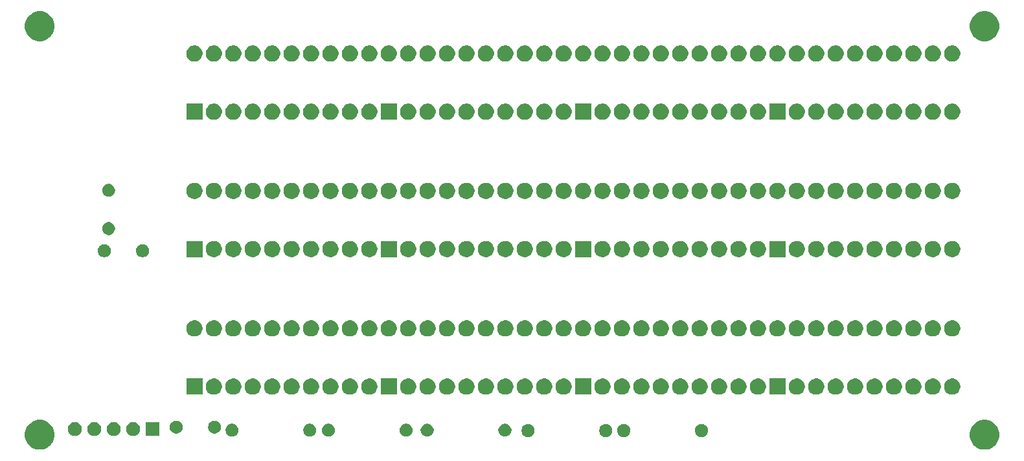
<source format=gbs>
G04 #@! TF.GenerationSoftware,KiCad,Pcbnew,(5.1.5)-3*
G04 #@! TF.CreationDate,2023-02-05T16:44:42+09:00*
G04 #@! TF.ProjectId,Dot_matrix_driver,446f745f-6d61-4747-9269-785f64726976,rev?*
G04 #@! TF.SameCoordinates,Original*
G04 #@! TF.FileFunction,Soldermask,Bot*
G04 #@! TF.FilePolarity,Negative*
%FSLAX46Y46*%
G04 Gerber Fmt 4.6, Leading zero omitted, Abs format (unit mm)*
G04 Created by KiCad (PCBNEW (5.1.5)-3) date 2023-02-05 16:44:42*
%MOMM*%
%LPD*%
G04 APERTURE LIST*
%ADD10C,0.100000*%
G04 APERTURE END LIST*
D10*
G36*
X148618793Y-74324937D02*
G01*
X148973670Y-74471932D01*
X149293052Y-74685336D01*
X149564664Y-74956948D01*
X149778068Y-75276330D01*
X149925063Y-75631207D01*
X150000000Y-76007940D01*
X150000000Y-76392060D01*
X149925063Y-76768793D01*
X149778068Y-77123670D01*
X149564664Y-77443052D01*
X149293052Y-77714664D01*
X148973670Y-77928068D01*
X148618793Y-78075063D01*
X148242060Y-78150000D01*
X147857940Y-78150000D01*
X147481207Y-78075063D01*
X147126330Y-77928068D01*
X146806948Y-77714664D01*
X146535336Y-77443052D01*
X146321932Y-77123670D01*
X146174937Y-76768793D01*
X146100000Y-76392060D01*
X146100000Y-76007940D01*
X146174937Y-75631207D01*
X146321932Y-75276330D01*
X146535336Y-74956948D01*
X146806948Y-74685336D01*
X147126330Y-74471932D01*
X147481207Y-74324937D01*
X147857940Y-74250000D01*
X148242060Y-74250000D01*
X148618793Y-74324937D01*
G37*
G36*
X25118793Y-74324937D02*
G01*
X25473670Y-74471932D01*
X25793052Y-74685336D01*
X26064664Y-74956948D01*
X26278068Y-75276330D01*
X26425063Y-75631207D01*
X26500000Y-76007940D01*
X26500000Y-76392060D01*
X26425063Y-76768793D01*
X26278068Y-77123670D01*
X26064664Y-77443052D01*
X25793052Y-77714664D01*
X25473670Y-77928068D01*
X25118793Y-78075063D01*
X24742060Y-78150000D01*
X24357940Y-78150000D01*
X23981207Y-78075063D01*
X23626330Y-77928068D01*
X23306948Y-77714664D01*
X23035336Y-77443052D01*
X22821932Y-77123670D01*
X22674937Y-76768793D01*
X22600000Y-76392060D01*
X22600000Y-76007940D01*
X22674937Y-75631207D01*
X22821932Y-75276330D01*
X23035336Y-74956948D01*
X23306948Y-74685336D01*
X23626330Y-74471932D01*
X23981207Y-74324937D01*
X24357940Y-74250000D01*
X24742060Y-74250000D01*
X25118793Y-74324937D01*
G37*
G36*
X111307935Y-74832664D02*
G01*
X111462624Y-74896739D01*
X111462626Y-74896740D01*
X111601844Y-74989762D01*
X111720238Y-75108156D01*
X111813260Y-75247374D01*
X111813261Y-75247376D01*
X111877336Y-75402065D01*
X111910000Y-75566281D01*
X111910000Y-75733719D01*
X111877336Y-75897935D01*
X111854419Y-75953260D01*
X111813260Y-76052626D01*
X111720238Y-76191844D01*
X111601844Y-76310238D01*
X111462626Y-76403260D01*
X111462625Y-76403261D01*
X111462624Y-76403261D01*
X111307935Y-76467336D01*
X111143719Y-76500000D01*
X110976281Y-76500000D01*
X110812065Y-76467336D01*
X110657376Y-76403261D01*
X110657375Y-76403261D01*
X110657374Y-76403260D01*
X110518156Y-76310238D01*
X110399762Y-76191844D01*
X110306740Y-76052626D01*
X110265581Y-75953260D01*
X110242664Y-75897935D01*
X110210000Y-75733719D01*
X110210000Y-75566281D01*
X110242664Y-75402065D01*
X110306739Y-75247376D01*
X110306740Y-75247374D01*
X110399762Y-75108156D01*
X110518156Y-74989762D01*
X110657374Y-74896740D01*
X110657376Y-74896739D01*
X110812065Y-74832664D01*
X110976281Y-74800000D01*
X111143719Y-74800000D01*
X111307935Y-74832664D01*
G37*
G36*
X88637935Y-74832664D02*
G01*
X88792624Y-74896739D01*
X88792626Y-74896740D01*
X88931844Y-74989762D01*
X89050238Y-75108156D01*
X89143260Y-75247374D01*
X89143261Y-75247376D01*
X89207336Y-75402065D01*
X89240000Y-75566281D01*
X89240000Y-75733719D01*
X89207336Y-75897935D01*
X89184419Y-75953260D01*
X89143260Y-76052626D01*
X89050238Y-76191844D01*
X88931844Y-76310238D01*
X88792626Y-76403260D01*
X88792625Y-76403261D01*
X88792624Y-76403261D01*
X88637935Y-76467336D01*
X88473719Y-76500000D01*
X88306281Y-76500000D01*
X88142065Y-76467336D01*
X87987376Y-76403261D01*
X87987375Y-76403261D01*
X87987374Y-76403260D01*
X87848156Y-76310238D01*
X87729762Y-76191844D01*
X87636740Y-76052626D01*
X87595581Y-75953260D01*
X87572664Y-75897935D01*
X87540000Y-75733719D01*
X87540000Y-75566281D01*
X87572664Y-75402065D01*
X87636739Y-75247376D01*
X87636740Y-75247374D01*
X87729762Y-75108156D01*
X87848156Y-74989762D01*
X87987374Y-74896740D01*
X87987376Y-74896739D01*
X88142065Y-74832664D01*
X88306281Y-74800000D01*
X88473719Y-74800000D01*
X88637935Y-74832664D01*
G37*
G36*
X98797935Y-74832664D02*
G01*
X98952624Y-74896739D01*
X98952626Y-74896740D01*
X99091844Y-74989762D01*
X99210238Y-75108156D01*
X99303260Y-75247374D01*
X99303261Y-75247376D01*
X99367336Y-75402065D01*
X99400000Y-75566281D01*
X99400000Y-75733719D01*
X99367336Y-75897935D01*
X99344419Y-75953260D01*
X99303260Y-76052626D01*
X99210238Y-76191844D01*
X99091844Y-76310238D01*
X98952626Y-76403260D01*
X98952625Y-76403261D01*
X98952624Y-76403261D01*
X98797935Y-76467336D01*
X98633719Y-76500000D01*
X98466281Y-76500000D01*
X98302065Y-76467336D01*
X98147376Y-76403261D01*
X98147375Y-76403261D01*
X98147374Y-76403260D01*
X98008156Y-76310238D01*
X97889762Y-76191844D01*
X97796740Y-76052626D01*
X97755581Y-75953260D01*
X97732664Y-75897935D01*
X97700000Y-75733719D01*
X97700000Y-75566281D01*
X97732664Y-75402065D01*
X97796739Y-75247376D01*
X97796740Y-75247374D01*
X97889762Y-75108156D01*
X98008156Y-74989762D01*
X98147374Y-74896740D01*
X98147376Y-74896739D01*
X98302065Y-74832664D01*
X98466281Y-74800000D01*
X98633719Y-74800000D01*
X98797935Y-74832664D01*
G37*
G36*
X101147935Y-74832664D02*
G01*
X101302624Y-74896739D01*
X101302626Y-74896740D01*
X101441844Y-74989762D01*
X101560238Y-75108156D01*
X101653260Y-75247374D01*
X101653261Y-75247376D01*
X101717336Y-75402065D01*
X101750000Y-75566281D01*
X101750000Y-75733719D01*
X101717336Y-75897935D01*
X101694419Y-75953260D01*
X101653260Y-76052626D01*
X101560238Y-76191844D01*
X101441844Y-76310238D01*
X101302626Y-76403260D01*
X101302625Y-76403261D01*
X101302624Y-76403261D01*
X101147935Y-76467336D01*
X100983719Y-76500000D01*
X100816281Y-76500000D01*
X100652065Y-76467336D01*
X100497376Y-76403261D01*
X100497375Y-76403261D01*
X100497374Y-76403260D01*
X100358156Y-76310238D01*
X100239762Y-76191844D01*
X100146740Y-76052626D01*
X100105581Y-75953260D01*
X100082664Y-75897935D01*
X100050000Y-75733719D01*
X100050000Y-75566281D01*
X100082664Y-75402065D01*
X100146739Y-75247376D01*
X100146740Y-75247374D01*
X100239762Y-75108156D01*
X100358156Y-74989762D01*
X100497374Y-74896740D01*
X100497376Y-74896739D01*
X100652065Y-74832664D01*
X100816281Y-74800000D01*
X100983719Y-74800000D01*
X101147935Y-74832664D01*
G37*
G36*
X60097935Y-74782664D02*
G01*
X60252624Y-74846739D01*
X60252626Y-74846740D01*
X60391844Y-74939762D01*
X60510238Y-75058156D01*
X60549076Y-75116282D01*
X60603261Y-75197376D01*
X60667336Y-75352065D01*
X60700000Y-75516281D01*
X60700000Y-75683719D01*
X60667336Y-75847935D01*
X60623708Y-75953260D01*
X60603260Y-76002626D01*
X60510238Y-76141844D01*
X60391844Y-76260238D01*
X60252626Y-76353260D01*
X60252625Y-76353261D01*
X60252624Y-76353261D01*
X60097935Y-76417336D01*
X59933719Y-76450000D01*
X59766281Y-76450000D01*
X59602065Y-76417336D01*
X59447376Y-76353261D01*
X59447375Y-76353261D01*
X59447374Y-76353260D01*
X59308156Y-76260238D01*
X59189762Y-76141844D01*
X59096740Y-76002626D01*
X59076292Y-75953260D01*
X59032664Y-75847935D01*
X59000000Y-75683719D01*
X59000000Y-75516281D01*
X59032664Y-75352065D01*
X59096739Y-75197376D01*
X59150924Y-75116282D01*
X59189762Y-75058156D01*
X59308156Y-74939762D01*
X59447374Y-74846740D01*
X59447376Y-74846739D01*
X59602065Y-74782664D01*
X59766281Y-74750000D01*
X59933719Y-74750000D01*
X60097935Y-74782664D01*
G37*
G36*
X85607935Y-74782664D02*
G01*
X85762624Y-74846739D01*
X85762626Y-74846740D01*
X85901844Y-74939762D01*
X86020238Y-75058156D01*
X86059076Y-75116282D01*
X86113261Y-75197376D01*
X86177336Y-75352065D01*
X86210000Y-75516281D01*
X86210000Y-75683719D01*
X86177336Y-75847935D01*
X86133708Y-75953260D01*
X86113260Y-76002626D01*
X86020238Y-76141844D01*
X85901844Y-76260238D01*
X85762626Y-76353260D01*
X85762625Y-76353261D01*
X85762624Y-76353261D01*
X85607935Y-76417336D01*
X85443719Y-76450000D01*
X85276281Y-76450000D01*
X85112065Y-76417336D01*
X84957376Y-76353261D01*
X84957375Y-76353261D01*
X84957374Y-76353260D01*
X84818156Y-76260238D01*
X84699762Y-76141844D01*
X84606740Y-76002626D01*
X84586292Y-75953260D01*
X84542664Y-75847935D01*
X84510000Y-75683719D01*
X84510000Y-75516281D01*
X84542664Y-75352065D01*
X84606739Y-75197376D01*
X84660924Y-75116282D01*
X84699762Y-75058156D01*
X84818156Y-74939762D01*
X84957374Y-74846740D01*
X84957376Y-74846739D01*
X85112065Y-74782664D01*
X85276281Y-74750000D01*
X85443719Y-74750000D01*
X85607935Y-74782664D01*
G37*
G36*
X75447935Y-74782664D02*
G01*
X75602624Y-74846739D01*
X75602626Y-74846740D01*
X75741844Y-74939762D01*
X75860238Y-75058156D01*
X75899076Y-75116282D01*
X75953261Y-75197376D01*
X76017336Y-75352065D01*
X76050000Y-75516281D01*
X76050000Y-75683719D01*
X76017336Y-75847935D01*
X75973708Y-75953260D01*
X75953260Y-76002626D01*
X75860238Y-76141844D01*
X75741844Y-76260238D01*
X75602626Y-76353260D01*
X75602625Y-76353261D01*
X75602624Y-76353261D01*
X75447935Y-76417336D01*
X75283719Y-76450000D01*
X75116281Y-76450000D01*
X74952065Y-76417336D01*
X74797376Y-76353261D01*
X74797375Y-76353261D01*
X74797374Y-76353260D01*
X74658156Y-76260238D01*
X74539762Y-76141844D01*
X74446740Y-76002626D01*
X74426292Y-75953260D01*
X74382664Y-75847935D01*
X74350000Y-75683719D01*
X74350000Y-75516281D01*
X74382664Y-75352065D01*
X74446739Y-75197376D01*
X74500924Y-75116282D01*
X74539762Y-75058156D01*
X74658156Y-74939762D01*
X74797374Y-74846740D01*
X74797376Y-74846739D01*
X74952065Y-74782664D01*
X75116281Y-74750000D01*
X75283719Y-74750000D01*
X75447935Y-74782664D01*
G37*
G36*
X62537935Y-74782664D02*
G01*
X62692624Y-74846739D01*
X62692626Y-74846740D01*
X62831844Y-74939762D01*
X62950238Y-75058156D01*
X62989076Y-75116282D01*
X63043261Y-75197376D01*
X63107336Y-75352065D01*
X63140000Y-75516281D01*
X63140000Y-75683719D01*
X63107336Y-75847935D01*
X63063708Y-75953260D01*
X63043260Y-76002626D01*
X62950238Y-76141844D01*
X62831844Y-76260238D01*
X62692626Y-76353260D01*
X62692625Y-76353261D01*
X62692624Y-76353261D01*
X62537935Y-76417336D01*
X62373719Y-76450000D01*
X62206281Y-76450000D01*
X62042065Y-76417336D01*
X61887376Y-76353261D01*
X61887375Y-76353261D01*
X61887374Y-76353260D01*
X61748156Y-76260238D01*
X61629762Y-76141844D01*
X61536740Y-76002626D01*
X61516292Y-75953260D01*
X61472664Y-75847935D01*
X61440000Y-75683719D01*
X61440000Y-75516281D01*
X61472664Y-75352065D01*
X61536739Y-75197376D01*
X61590924Y-75116282D01*
X61629762Y-75058156D01*
X61748156Y-74939762D01*
X61887374Y-74846740D01*
X61887376Y-74846739D01*
X62042065Y-74782664D01*
X62206281Y-74750000D01*
X62373719Y-74750000D01*
X62537935Y-74782664D01*
G37*
G36*
X72697935Y-74782664D02*
G01*
X72852624Y-74846739D01*
X72852626Y-74846740D01*
X72991844Y-74939762D01*
X73110238Y-75058156D01*
X73149076Y-75116282D01*
X73203261Y-75197376D01*
X73267336Y-75352065D01*
X73300000Y-75516281D01*
X73300000Y-75683719D01*
X73267336Y-75847935D01*
X73223708Y-75953260D01*
X73203260Y-76002626D01*
X73110238Y-76141844D01*
X72991844Y-76260238D01*
X72852626Y-76353260D01*
X72852625Y-76353261D01*
X72852624Y-76353261D01*
X72697935Y-76417336D01*
X72533719Y-76450000D01*
X72366281Y-76450000D01*
X72202065Y-76417336D01*
X72047376Y-76353261D01*
X72047375Y-76353261D01*
X72047374Y-76353260D01*
X71908156Y-76260238D01*
X71789762Y-76141844D01*
X71696740Y-76002626D01*
X71676292Y-75953260D01*
X71632664Y-75847935D01*
X71600000Y-75683719D01*
X71600000Y-75516281D01*
X71632664Y-75352065D01*
X71696739Y-75197376D01*
X71750924Y-75116282D01*
X71789762Y-75058156D01*
X71908156Y-74939762D01*
X72047374Y-74846740D01*
X72047376Y-74846739D01*
X72202065Y-74782664D01*
X72366281Y-74750000D01*
X72533719Y-74750000D01*
X72697935Y-74782664D01*
G37*
G36*
X49937935Y-74782664D02*
G01*
X50092624Y-74846739D01*
X50092626Y-74846740D01*
X50231844Y-74939762D01*
X50350238Y-75058156D01*
X50389076Y-75116282D01*
X50443261Y-75197376D01*
X50507336Y-75352065D01*
X50540000Y-75516281D01*
X50540000Y-75683719D01*
X50507336Y-75847935D01*
X50463708Y-75953260D01*
X50443260Y-76002626D01*
X50350238Y-76141844D01*
X50231844Y-76260238D01*
X50092626Y-76353260D01*
X50092625Y-76353261D01*
X50092624Y-76353261D01*
X49937935Y-76417336D01*
X49773719Y-76450000D01*
X49606281Y-76450000D01*
X49442065Y-76417336D01*
X49287376Y-76353261D01*
X49287375Y-76353261D01*
X49287374Y-76353260D01*
X49148156Y-76260238D01*
X49029762Y-76141844D01*
X48936740Y-76002626D01*
X48916292Y-75953260D01*
X48872664Y-75847935D01*
X48840000Y-75683719D01*
X48840000Y-75516281D01*
X48872664Y-75352065D01*
X48936739Y-75197376D01*
X48990924Y-75116282D01*
X49029762Y-75058156D01*
X49148156Y-74939762D01*
X49287374Y-74846740D01*
X49287376Y-74846739D01*
X49442065Y-74782664D01*
X49606281Y-74750000D01*
X49773719Y-74750000D01*
X49937935Y-74782664D01*
G37*
G36*
X37022520Y-74584586D02*
G01*
X37186310Y-74652430D01*
X37333717Y-74750924D01*
X37459076Y-74876283D01*
X37534900Y-74989762D01*
X37557571Y-75023692D01*
X37625414Y-75187480D01*
X37660000Y-75361356D01*
X37660000Y-75538644D01*
X37647273Y-75602626D01*
X37625414Y-75712520D01*
X37557570Y-75876310D01*
X37459076Y-76023717D01*
X37333717Y-76149076D01*
X37186310Y-76247570D01*
X37186309Y-76247571D01*
X37186308Y-76247571D01*
X37022520Y-76315414D01*
X36848644Y-76350000D01*
X36671356Y-76350000D01*
X36497480Y-76315414D01*
X36333692Y-76247571D01*
X36333691Y-76247571D01*
X36333690Y-76247570D01*
X36186283Y-76149076D01*
X36060924Y-76023717D01*
X35962430Y-75876310D01*
X35894586Y-75712520D01*
X35872727Y-75602626D01*
X35860000Y-75538644D01*
X35860000Y-75361356D01*
X35894586Y-75187480D01*
X35962429Y-75023692D01*
X35985100Y-74989762D01*
X36060924Y-74876283D01*
X36186283Y-74750924D01*
X36333690Y-74652430D01*
X36497480Y-74584586D01*
X36671356Y-74550000D01*
X36848644Y-74550000D01*
X37022520Y-74584586D01*
G37*
G36*
X40200000Y-76350000D02*
G01*
X38400000Y-76350000D01*
X38400000Y-74550000D01*
X40200000Y-74550000D01*
X40200000Y-76350000D01*
G37*
G36*
X34482520Y-74584586D02*
G01*
X34646310Y-74652430D01*
X34793717Y-74750924D01*
X34919076Y-74876283D01*
X34994900Y-74989762D01*
X35017571Y-75023692D01*
X35085414Y-75187480D01*
X35120000Y-75361356D01*
X35120000Y-75538644D01*
X35107273Y-75602626D01*
X35085414Y-75712520D01*
X35017570Y-75876310D01*
X34919076Y-76023717D01*
X34793717Y-76149076D01*
X34646310Y-76247570D01*
X34646309Y-76247571D01*
X34646308Y-76247571D01*
X34482520Y-76315414D01*
X34308644Y-76350000D01*
X34131356Y-76350000D01*
X33957480Y-76315414D01*
X33793692Y-76247571D01*
X33793691Y-76247571D01*
X33793690Y-76247570D01*
X33646283Y-76149076D01*
X33520924Y-76023717D01*
X33422430Y-75876310D01*
X33354586Y-75712520D01*
X33332727Y-75602626D01*
X33320000Y-75538644D01*
X33320000Y-75361356D01*
X33354586Y-75187480D01*
X33422429Y-75023692D01*
X33445100Y-74989762D01*
X33520924Y-74876283D01*
X33646283Y-74750924D01*
X33793690Y-74652430D01*
X33957480Y-74584586D01*
X34131356Y-74550000D01*
X34308644Y-74550000D01*
X34482520Y-74584586D01*
G37*
G36*
X31942520Y-74584586D02*
G01*
X32106310Y-74652430D01*
X32253717Y-74750924D01*
X32379076Y-74876283D01*
X32454900Y-74989762D01*
X32477571Y-75023692D01*
X32545414Y-75187480D01*
X32580000Y-75361356D01*
X32580000Y-75538644D01*
X32567273Y-75602626D01*
X32545414Y-75712520D01*
X32477570Y-75876310D01*
X32379076Y-76023717D01*
X32253717Y-76149076D01*
X32106310Y-76247570D01*
X32106309Y-76247571D01*
X32106308Y-76247571D01*
X31942520Y-76315414D01*
X31768644Y-76350000D01*
X31591356Y-76350000D01*
X31417480Y-76315414D01*
X31253692Y-76247571D01*
X31253691Y-76247571D01*
X31253690Y-76247570D01*
X31106283Y-76149076D01*
X30980924Y-76023717D01*
X30882430Y-75876310D01*
X30814586Y-75712520D01*
X30792727Y-75602626D01*
X30780000Y-75538644D01*
X30780000Y-75361356D01*
X30814586Y-75187480D01*
X30882429Y-75023692D01*
X30905100Y-74989762D01*
X30980924Y-74876283D01*
X31106283Y-74750924D01*
X31253690Y-74652430D01*
X31417480Y-74584586D01*
X31591356Y-74550000D01*
X31768644Y-74550000D01*
X31942520Y-74584586D01*
G37*
G36*
X29402520Y-74584586D02*
G01*
X29566310Y-74652430D01*
X29713717Y-74750924D01*
X29839076Y-74876283D01*
X29914900Y-74989762D01*
X29937571Y-75023692D01*
X30005414Y-75187480D01*
X30040000Y-75361356D01*
X30040000Y-75538644D01*
X30027273Y-75602626D01*
X30005414Y-75712520D01*
X29937570Y-75876310D01*
X29839076Y-76023717D01*
X29713717Y-76149076D01*
X29566310Y-76247570D01*
X29566309Y-76247571D01*
X29566308Y-76247571D01*
X29402520Y-76315414D01*
X29228644Y-76350000D01*
X29051356Y-76350000D01*
X28877480Y-76315414D01*
X28713692Y-76247571D01*
X28713691Y-76247571D01*
X28713690Y-76247570D01*
X28566283Y-76149076D01*
X28440924Y-76023717D01*
X28342430Y-75876310D01*
X28274586Y-75712520D01*
X28252727Y-75602626D01*
X28240000Y-75538644D01*
X28240000Y-75361356D01*
X28274586Y-75187480D01*
X28342429Y-75023692D01*
X28365100Y-74989762D01*
X28440924Y-74876283D01*
X28566283Y-74750924D01*
X28713690Y-74652430D01*
X28877480Y-74584586D01*
X29051356Y-74550000D01*
X29228644Y-74550000D01*
X29402520Y-74584586D01*
G37*
G36*
X47647935Y-74382664D02*
G01*
X47802624Y-74446739D01*
X47802626Y-74446740D01*
X47941844Y-74539762D01*
X48060238Y-74658156D01*
X48153260Y-74797374D01*
X48153261Y-74797376D01*
X48217336Y-74952065D01*
X48250000Y-75116281D01*
X48250000Y-75283719D01*
X48217336Y-75447935D01*
X48153261Y-75602624D01*
X48153260Y-75602626D01*
X48060238Y-75741844D01*
X47941844Y-75860238D01*
X47802626Y-75953260D01*
X47802625Y-75953261D01*
X47802624Y-75953261D01*
X47647935Y-76017336D01*
X47483719Y-76050000D01*
X47316281Y-76050000D01*
X47152065Y-76017336D01*
X46997376Y-75953261D01*
X46997375Y-75953261D01*
X46997374Y-75953260D01*
X46858156Y-75860238D01*
X46739762Y-75741844D01*
X46646740Y-75602626D01*
X46646739Y-75602624D01*
X46582664Y-75447935D01*
X46550000Y-75283719D01*
X46550000Y-75116281D01*
X46582664Y-74952065D01*
X46646739Y-74797376D01*
X46646740Y-74797374D01*
X46739762Y-74658156D01*
X46858156Y-74539762D01*
X46997374Y-74446740D01*
X46997376Y-74446739D01*
X47152065Y-74382664D01*
X47316281Y-74350000D01*
X47483719Y-74350000D01*
X47647935Y-74382664D01*
G37*
G36*
X42647935Y-74382664D02*
G01*
X42802624Y-74446739D01*
X42802626Y-74446740D01*
X42941844Y-74539762D01*
X43060238Y-74658156D01*
X43153260Y-74797374D01*
X43153261Y-74797376D01*
X43217336Y-74952065D01*
X43250000Y-75116281D01*
X43250000Y-75283719D01*
X43217336Y-75447935D01*
X43153261Y-75602624D01*
X43153260Y-75602626D01*
X43060238Y-75741844D01*
X42941844Y-75860238D01*
X42802626Y-75953260D01*
X42802625Y-75953261D01*
X42802624Y-75953261D01*
X42647935Y-76017336D01*
X42483719Y-76050000D01*
X42316281Y-76050000D01*
X42152065Y-76017336D01*
X41997376Y-75953261D01*
X41997375Y-75953261D01*
X41997374Y-75953260D01*
X41858156Y-75860238D01*
X41739762Y-75741844D01*
X41646740Y-75602626D01*
X41646739Y-75602624D01*
X41582664Y-75447935D01*
X41550000Y-75283719D01*
X41550000Y-75116281D01*
X41582664Y-74952065D01*
X41646739Y-74797376D01*
X41646740Y-74797374D01*
X41739762Y-74658156D01*
X41858156Y-74539762D01*
X41997374Y-74446740D01*
X41997376Y-74446739D01*
X42152065Y-74382664D01*
X42316281Y-74350000D01*
X42483719Y-74350000D01*
X42647935Y-74382664D01*
G37*
G36*
X57796141Y-68860365D02*
G01*
X57990139Y-68940722D01*
X58164735Y-69057383D01*
X58313217Y-69205865D01*
X58429878Y-69380461D01*
X58510235Y-69574459D01*
X58551200Y-69780407D01*
X58551200Y-69990393D01*
X58510235Y-70196341D01*
X58429878Y-70390339D01*
X58313217Y-70564935D01*
X58164735Y-70713417D01*
X57990139Y-70830078D01*
X57796141Y-70910435D01*
X57590193Y-70951400D01*
X57380207Y-70951400D01*
X57174259Y-70910435D01*
X56980261Y-70830078D01*
X56805665Y-70713417D01*
X56657183Y-70564935D01*
X56540522Y-70390339D01*
X56460165Y-70196341D01*
X56419200Y-69990393D01*
X56419200Y-69780407D01*
X56460165Y-69574459D01*
X56540522Y-69380461D01*
X56657183Y-69205865D01*
X56805665Y-69057383D01*
X56980261Y-68940722D01*
X57174259Y-68860365D01*
X57380207Y-68819400D01*
X57590193Y-68819400D01*
X57796141Y-68860365D01*
G37*
G36*
X60336141Y-68860365D02*
G01*
X60530139Y-68940722D01*
X60704735Y-69057383D01*
X60853217Y-69205865D01*
X60969878Y-69380461D01*
X61050235Y-69574459D01*
X61091200Y-69780407D01*
X61091200Y-69990393D01*
X61050235Y-70196341D01*
X60969878Y-70390339D01*
X60853217Y-70564935D01*
X60704735Y-70713417D01*
X60530139Y-70830078D01*
X60336141Y-70910435D01*
X60130193Y-70951400D01*
X59920207Y-70951400D01*
X59714259Y-70910435D01*
X59520261Y-70830078D01*
X59345665Y-70713417D01*
X59197183Y-70564935D01*
X59080522Y-70390339D01*
X59000165Y-70196341D01*
X58959200Y-69990393D01*
X58959200Y-69780407D01*
X59000165Y-69574459D01*
X59080522Y-69380461D01*
X59197183Y-69205865D01*
X59345665Y-69057383D01*
X59520261Y-68940722D01*
X59714259Y-68860365D01*
X59920207Y-68819400D01*
X60130193Y-68819400D01*
X60336141Y-68860365D01*
G37*
G36*
X62876141Y-68860365D02*
G01*
X63070139Y-68940722D01*
X63244735Y-69057383D01*
X63393217Y-69205865D01*
X63509878Y-69380461D01*
X63590235Y-69574459D01*
X63631200Y-69780407D01*
X63631200Y-69990393D01*
X63590235Y-70196341D01*
X63509878Y-70390339D01*
X63393217Y-70564935D01*
X63244735Y-70713417D01*
X63070139Y-70830078D01*
X62876141Y-70910435D01*
X62670193Y-70951400D01*
X62460207Y-70951400D01*
X62254259Y-70910435D01*
X62060261Y-70830078D01*
X61885665Y-70713417D01*
X61737183Y-70564935D01*
X61620522Y-70390339D01*
X61540165Y-70196341D01*
X61499200Y-69990393D01*
X61499200Y-69780407D01*
X61540165Y-69574459D01*
X61620522Y-69380461D01*
X61737183Y-69205865D01*
X61885665Y-69057383D01*
X62060261Y-68940722D01*
X62254259Y-68860365D01*
X62460207Y-68819400D01*
X62670193Y-68819400D01*
X62876141Y-68860365D01*
G37*
G36*
X67956141Y-68860365D02*
G01*
X68150139Y-68940722D01*
X68324735Y-69057383D01*
X68473217Y-69205865D01*
X68589878Y-69380461D01*
X68670235Y-69574459D01*
X68711200Y-69780407D01*
X68711200Y-69990393D01*
X68670235Y-70196341D01*
X68589878Y-70390339D01*
X68473217Y-70564935D01*
X68324735Y-70713417D01*
X68150139Y-70830078D01*
X67956141Y-70910435D01*
X67750193Y-70951400D01*
X67540207Y-70951400D01*
X67334259Y-70910435D01*
X67140261Y-70830078D01*
X66965665Y-70713417D01*
X66817183Y-70564935D01*
X66700522Y-70390339D01*
X66620165Y-70196341D01*
X66579200Y-69990393D01*
X66579200Y-69780407D01*
X66620165Y-69574459D01*
X66700522Y-69380461D01*
X66817183Y-69205865D01*
X66965665Y-69057383D01*
X67140261Y-68940722D01*
X67334259Y-68860365D01*
X67540207Y-68819400D01*
X67750193Y-68819400D01*
X67956141Y-68860365D01*
G37*
G36*
X65416141Y-68860365D02*
G01*
X65610139Y-68940722D01*
X65784735Y-69057383D01*
X65933217Y-69205865D01*
X66049878Y-69380461D01*
X66130235Y-69574459D01*
X66171200Y-69780407D01*
X66171200Y-69990393D01*
X66130235Y-70196341D01*
X66049878Y-70390339D01*
X65933217Y-70564935D01*
X65784735Y-70713417D01*
X65610139Y-70830078D01*
X65416141Y-70910435D01*
X65210193Y-70951400D01*
X65000207Y-70951400D01*
X64794259Y-70910435D01*
X64600261Y-70830078D01*
X64425665Y-70713417D01*
X64277183Y-70564935D01*
X64160522Y-70390339D01*
X64080165Y-70196341D01*
X64039200Y-69990393D01*
X64039200Y-69780407D01*
X64080165Y-69574459D01*
X64160522Y-69380461D01*
X64277183Y-69205865D01*
X64425665Y-69057383D01*
X64600261Y-68940722D01*
X64794259Y-68860365D01*
X65000207Y-68819400D01*
X65210193Y-68819400D01*
X65416141Y-68860365D01*
G37*
G36*
X106056141Y-68860365D02*
G01*
X106250139Y-68940722D01*
X106424735Y-69057383D01*
X106573217Y-69205865D01*
X106689878Y-69380461D01*
X106770235Y-69574459D01*
X106811200Y-69780407D01*
X106811200Y-69990393D01*
X106770235Y-70196341D01*
X106689878Y-70390339D01*
X106573217Y-70564935D01*
X106424735Y-70713417D01*
X106250139Y-70830078D01*
X106056141Y-70910435D01*
X105850193Y-70951400D01*
X105640207Y-70951400D01*
X105434259Y-70910435D01*
X105240261Y-70830078D01*
X105065665Y-70713417D01*
X104917183Y-70564935D01*
X104800522Y-70390339D01*
X104720165Y-70196341D01*
X104679200Y-69990393D01*
X104679200Y-69780407D01*
X104720165Y-69574459D01*
X104800522Y-69380461D01*
X104917183Y-69205865D01*
X105065665Y-69057383D01*
X105240261Y-68940722D01*
X105434259Y-68860365D01*
X105640207Y-68819400D01*
X105850193Y-68819400D01*
X106056141Y-68860365D01*
G37*
G36*
X98436141Y-68860365D02*
G01*
X98630139Y-68940722D01*
X98804735Y-69057383D01*
X98953217Y-69205865D01*
X99069878Y-69380461D01*
X99150235Y-69574459D01*
X99191200Y-69780407D01*
X99191200Y-69990393D01*
X99150235Y-70196341D01*
X99069878Y-70390339D01*
X98953217Y-70564935D01*
X98804735Y-70713417D01*
X98630139Y-70830078D01*
X98436141Y-70910435D01*
X98230193Y-70951400D01*
X98020207Y-70951400D01*
X97814259Y-70910435D01*
X97620261Y-70830078D01*
X97445665Y-70713417D01*
X97297183Y-70564935D01*
X97180522Y-70390339D01*
X97100165Y-70196341D01*
X97059200Y-69990393D01*
X97059200Y-69780407D01*
X97100165Y-69574459D01*
X97180522Y-69380461D01*
X97297183Y-69205865D01*
X97445665Y-69057383D01*
X97620261Y-68940722D01*
X97814259Y-68860365D01*
X98020207Y-68819400D01*
X98230193Y-68819400D01*
X98436141Y-68860365D01*
G37*
G36*
X80656141Y-68860365D02*
G01*
X80850139Y-68940722D01*
X81024735Y-69057383D01*
X81173217Y-69205865D01*
X81289878Y-69380461D01*
X81370235Y-69574459D01*
X81411200Y-69780407D01*
X81411200Y-69990393D01*
X81370235Y-70196341D01*
X81289878Y-70390339D01*
X81173217Y-70564935D01*
X81024735Y-70713417D01*
X80850139Y-70830078D01*
X80656141Y-70910435D01*
X80450193Y-70951400D01*
X80240207Y-70951400D01*
X80034259Y-70910435D01*
X79840261Y-70830078D01*
X79665665Y-70713417D01*
X79517183Y-70564935D01*
X79400522Y-70390339D01*
X79320165Y-70196341D01*
X79279200Y-69990393D01*
X79279200Y-69780407D01*
X79320165Y-69574459D01*
X79400522Y-69380461D01*
X79517183Y-69205865D01*
X79665665Y-69057383D01*
X79840261Y-68940722D01*
X80034259Y-68860365D01*
X80240207Y-68819400D01*
X80450193Y-68819400D01*
X80656141Y-68860365D01*
G37*
G36*
X71251200Y-70951400D02*
G01*
X69119200Y-70951400D01*
X69119200Y-68819400D01*
X71251200Y-68819400D01*
X71251200Y-70951400D01*
G37*
G36*
X73036141Y-68860365D02*
G01*
X73230139Y-68940722D01*
X73404735Y-69057383D01*
X73553217Y-69205865D01*
X73669878Y-69380461D01*
X73750235Y-69574459D01*
X73791200Y-69780407D01*
X73791200Y-69990393D01*
X73750235Y-70196341D01*
X73669878Y-70390339D01*
X73553217Y-70564935D01*
X73404735Y-70713417D01*
X73230139Y-70830078D01*
X73036141Y-70910435D01*
X72830193Y-70951400D01*
X72620207Y-70951400D01*
X72414259Y-70910435D01*
X72220261Y-70830078D01*
X72045665Y-70713417D01*
X71897183Y-70564935D01*
X71780522Y-70390339D01*
X71700165Y-70196341D01*
X71659200Y-69990393D01*
X71659200Y-69780407D01*
X71700165Y-69574459D01*
X71780522Y-69380461D01*
X71897183Y-69205865D01*
X72045665Y-69057383D01*
X72220261Y-68940722D01*
X72414259Y-68860365D01*
X72620207Y-68819400D01*
X72830193Y-68819400D01*
X73036141Y-68860365D01*
G37*
G36*
X75576141Y-68860365D02*
G01*
X75770139Y-68940722D01*
X75944735Y-69057383D01*
X76093217Y-69205865D01*
X76209878Y-69380461D01*
X76290235Y-69574459D01*
X76331200Y-69780407D01*
X76331200Y-69990393D01*
X76290235Y-70196341D01*
X76209878Y-70390339D01*
X76093217Y-70564935D01*
X75944735Y-70713417D01*
X75770139Y-70830078D01*
X75576141Y-70910435D01*
X75370193Y-70951400D01*
X75160207Y-70951400D01*
X74954259Y-70910435D01*
X74760261Y-70830078D01*
X74585665Y-70713417D01*
X74437183Y-70564935D01*
X74320522Y-70390339D01*
X74240165Y-70196341D01*
X74199200Y-69990393D01*
X74199200Y-69780407D01*
X74240165Y-69574459D01*
X74320522Y-69380461D01*
X74437183Y-69205865D01*
X74585665Y-69057383D01*
X74760261Y-68940722D01*
X74954259Y-68860365D01*
X75160207Y-68819400D01*
X75370193Y-68819400D01*
X75576141Y-68860365D01*
G37*
G36*
X78116141Y-68860365D02*
G01*
X78310139Y-68940722D01*
X78484735Y-69057383D01*
X78633217Y-69205865D01*
X78749878Y-69380461D01*
X78830235Y-69574459D01*
X78871200Y-69780407D01*
X78871200Y-69990393D01*
X78830235Y-70196341D01*
X78749878Y-70390339D01*
X78633217Y-70564935D01*
X78484735Y-70713417D01*
X78310139Y-70830078D01*
X78116141Y-70910435D01*
X77910193Y-70951400D01*
X77700207Y-70951400D01*
X77494259Y-70910435D01*
X77300261Y-70830078D01*
X77125665Y-70713417D01*
X76977183Y-70564935D01*
X76860522Y-70390339D01*
X76780165Y-70196341D01*
X76739200Y-69990393D01*
X76739200Y-69780407D01*
X76780165Y-69574459D01*
X76860522Y-69380461D01*
X76977183Y-69205865D01*
X77125665Y-69057383D01*
X77300261Y-68940722D01*
X77494259Y-68860365D01*
X77700207Y-68819400D01*
X77910193Y-68819400D01*
X78116141Y-68860365D01*
G37*
G36*
X83196141Y-68860365D02*
G01*
X83390139Y-68940722D01*
X83564735Y-69057383D01*
X83713217Y-69205865D01*
X83829878Y-69380461D01*
X83910235Y-69574459D01*
X83951200Y-69780407D01*
X83951200Y-69990393D01*
X83910235Y-70196341D01*
X83829878Y-70390339D01*
X83713217Y-70564935D01*
X83564735Y-70713417D01*
X83390139Y-70830078D01*
X83196141Y-70910435D01*
X82990193Y-70951400D01*
X82780207Y-70951400D01*
X82574259Y-70910435D01*
X82380261Y-70830078D01*
X82205665Y-70713417D01*
X82057183Y-70564935D01*
X81940522Y-70390339D01*
X81860165Y-70196341D01*
X81819200Y-69990393D01*
X81819200Y-69780407D01*
X81860165Y-69574459D01*
X81940522Y-69380461D01*
X82057183Y-69205865D01*
X82205665Y-69057383D01*
X82380261Y-68940722D01*
X82574259Y-68860365D01*
X82780207Y-68819400D01*
X82990193Y-68819400D01*
X83196141Y-68860365D01*
G37*
G36*
X85736141Y-68860365D02*
G01*
X85930139Y-68940722D01*
X86104735Y-69057383D01*
X86253217Y-69205865D01*
X86369878Y-69380461D01*
X86450235Y-69574459D01*
X86491200Y-69780407D01*
X86491200Y-69990393D01*
X86450235Y-70196341D01*
X86369878Y-70390339D01*
X86253217Y-70564935D01*
X86104735Y-70713417D01*
X85930139Y-70830078D01*
X85736141Y-70910435D01*
X85530193Y-70951400D01*
X85320207Y-70951400D01*
X85114259Y-70910435D01*
X84920261Y-70830078D01*
X84745665Y-70713417D01*
X84597183Y-70564935D01*
X84480522Y-70390339D01*
X84400165Y-70196341D01*
X84359200Y-69990393D01*
X84359200Y-69780407D01*
X84400165Y-69574459D01*
X84480522Y-69380461D01*
X84597183Y-69205865D01*
X84745665Y-69057383D01*
X84920261Y-68940722D01*
X85114259Y-68860365D01*
X85320207Y-68819400D01*
X85530193Y-68819400D01*
X85736141Y-68860365D01*
G37*
G36*
X88276141Y-68860365D02*
G01*
X88470139Y-68940722D01*
X88644735Y-69057383D01*
X88793217Y-69205865D01*
X88909878Y-69380461D01*
X88990235Y-69574459D01*
X89031200Y-69780407D01*
X89031200Y-69990393D01*
X88990235Y-70196341D01*
X88909878Y-70390339D01*
X88793217Y-70564935D01*
X88644735Y-70713417D01*
X88470139Y-70830078D01*
X88276141Y-70910435D01*
X88070193Y-70951400D01*
X87860207Y-70951400D01*
X87654259Y-70910435D01*
X87460261Y-70830078D01*
X87285665Y-70713417D01*
X87137183Y-70564935D01*
X87020522Y-70390339D01*
X86940165Y-70196341D01*
X86899200Y-69990393D01*
X86899200Y-69780407D01*
X86940165Y-69574459D01*
X87020522Y-69380461D01*
X87137183Y-69205865D01*
X87285665Y-69057383D01*
X87460261Y-68940722D01*
X87654259Y-68860365D01*
X87860207Y-68819400D01*
X88070193Y-68819400D01*
X88276141Y-68860365D01*
G37*
G36*
X93356141Y-68860365D02*
G01*
X93550139Y-68940722D01*
X93724735Y-69057383D01*
X93873217Y-69205865D01*
X93989878Y-69380461D01*
X94070235Y-69574459D01*
X94111200Y-69780407D01*
X94111200Y-69990393D01*
X94070235Y-70196341D01*
X93989878Y-70390339D01*
X93873217Y-70564935D01*
X93724735Y-70713417D01*
X93550139Y-70830078D01*
X93356141Y-70910435D01*
X93150193Y-70951400D01*
X92940207Y-70951400D01*
X92734259Y-70910435D01*
X92540261Y-70830078D01*
X92365665Y-70713417D01*
X92217183Y-70564935D01*
X92100522Y-70390339D01*
X92020165Y-70196341D01*
X91979200Y-69990393D01*
X91979200Y-69780407D01*
X92020165Y-69574459D01*
X92100522Y-69380461D01*
X92217183Y-69205865D01*
X92365665Y-69057383D01*
X92540261Y-68940722D01*
X92734259Y-68860365D01*
X92940207Y-68819400D01*
X93150193Y-68819400D01*
X93356141Y-68860365D01*
G37*
G36*
X90816141Y-68860365D02*
G01*
X91010139Y-68940722D01*
X91184735Y-69057383D01*
X91333217Y-69205865D01*
X91449878Y-69380461D01*
X91530235Y-69574459D01*
X91571200Y-69780407D01*
X91571200Y-69990393D01*
X91530235Y-70196341D01*
X91449878Y-70390339D01*
X91333217Y-70564935D01*
X91184735Y-70713417D01*
X91010139Y-70830078D01*
X90816141Y-70910435D01*
X90610193Y-70951400D01*
X90400207Y-70951400D01*
X90194259Y-70910435D01*
X90000261Y-70830078D01*
X89825665Y-70713417D01*
X89677183Y-70564935D01*
X89560522Y-70390339D01*
X89480165Y-70196341D01*
X89439200Y-69990393D01*
X89439200Y-69780407D01*
X89480165Y-69574459D01*
X89560522Y-69380461D01*
X89677183Y-69205865D01*
X89825665Y-69057383D01*
X90000261Y-68940722D01*
X90194259Y-68860365D01*
X90400207Y-68819400D01*
X90610193Y-68819400D01*
X90816141Y-68860365D01*
G37*
G36*
X96651200Y-70951400D02*
G01*
X94519200Y-70951400D01*
X94519200Y-68819400D01*
X96651200Y-68819400D01*
X96651200Y-70951400D01*
G37*
G36*
X100976141Y-68860365D02*
G01*
X101170139Y-68940722D01*
X101344735Y-69057383D01*
X101493217Y-69205865D01*
X101609878Y-69380461D01*
X101690235Y-69574459D01*
X101731200Y-69780407D01*
X101731200Y-69990393D01*
X101690235Y-70196341D01*
X101609878Y-70390339D01*
X101493217Y-70564935D01*
X101344735Y-70713417D01*
X101170139Y-70830078D01*
X100976141Y-70910435D01*
X100770193Y-70951400D01*
X100560207Y-70951400D01*
X100354259Y-70910435D01*
X100160261Y-70830078D01*
X99985665Y-70713417D01*
X99837183Y-70564935D01*
X99720522Y-70390339D01*
X99640165Y-70196341D01*
X99599200Y-69990393D01*
X99599200Y-69780407D01*
X99640165Y-69574459D01*
X99720522Y-69380461D01*
X99837183Y-69205865D01*
X99985665Y-69057383D01*
X100160261Y-68940722D01*
X100354259Y-68860365D01*
X100560207Y-68819400D01*
X100770193Y-68819400D01*
X100976141Y-68860365D01*
G37*
G36*
X55256141Y-68860365D02*
G01*
X55450139Y-68940722D01*
X55624735Y-69057383D01*
X55773217Y-69205865D01*
X55889878Y-69380461D01*
X55970235Y-69574459D01*
X56011200Y-69780407D01*
X56011200Y-69990393D01*
X55970235Y-70196341D01*
X55889878Y-70390339D01*
X55773217Y-70564935D01*
X55624735Y-70713417D01*
X55450139Y-70830078D01*
X55256141Y-70910435D01*
X55050193Y-70951400D01*
X54840207Y-70951400D01*
X54634259Y-70910435D01*
X54440261Y-70830078D01*
X54265665Y-70713417D01*
X54117183Y-70564935D01*
X54000522Y-70390339D01*
X53920165Y-70196341D01*
X53879200Y-69990393D01*
X53879200Y-69780407D01*
X53920165Y-69574459D01*
X54000522Y-69380461D01*
X54117183Y-69205865D01*
X54265665Y-69057383D01*
X54440261Y-68940722D01*
X54634259Y-68860365D01*
X54840207Y-68819400D01*
X55050193Y-68819400D01*
X55256141Y-68860365D01*
G37*
G36*
X52716141Y-68860365D02*
G01*
X52910139Y-68940722D01*
X53084735Y-69057383D01*
X53233217Y-69205865D01*
X53349878Y-69380461D01*
X53430235Y-69574459D01*
X53471200Y-69780407D01*
X53471200Y-69990393D01*
X53430235Y-70196341D01*
X53349878Y-70390339D01*
X53233217Y-70564935D01*
X53084735Y-70713417D01*
X52910139Y-70830078D01*
X52716141Y-70910435D01*
X52510193Y-70951400D01*
X52300207Y-70951400D01*
X52094259Y-70910435D01*
X51900261Y-70830078D01*
X51725665Y-70713417D01*
X51577183Y-70564935D01*
X51460522Y-70390339D01*
X51380165Y-70196341D01*
X51339200Y-69990393D01*
X51339200Y-69780407D01*
X51380165Y-69574459D01*
X51460522Y-69380461D01*
X51577183Y-69205865D01*
X51725665Y-69057383D01*
X51900261Y-68940722D01*
X52094259Y-68860365D01*
X52300207Y-68819400D01*
X52510193Y-68819400D01*
X52716141Y-68860365D01*
G37*
G36*
X113676141Y-68860365D02*
G01*
X113870139Y-68940722D01*
X114044735Y-69057383D01*
X114193217Y-69205865D01*
X114309878Y-69380461D01*
X114390235Y-69574459D01*
X114431200Y-69780407D01*
X114431200Y-69990393D01*
X114390235Y-70196341D01*
X114309878Y-70390339D01*
X114193217Y-70564935D01*
X114044735Y-70713417D01*
X113870139Y-70830078D01*
X113676141Y-70910435D01*
X113470193Y-70951400D01*
X113260207Y-70951400D01*
X113054259Y-70910435D01*
X112860261Y-70830078D01*
X112685665Y-70713417D01*
X112537183Y-70564935D01*
X112420522Y-70390339D01*
X112340165Y-70196341D01*
X112299200Y-69990393D01*
X112299200Y-69780407D01*
X112340165Y-69574459D01*
X112420522Y-69380461D01*
X112537183Y-69205865D01*
X112685665Y-69057383D01*
X112860261Y-68940722D01*
X113054259Y-68860365D01*
X113260207Y-68819400D01*
X113470193Y-68819400D01*
X113676141Y-68860365D01*
G37*
G36*
X116216141Y-68860365D02*
G01*
X116410139Y-68940722D01*
X116584735Y-69057383D01*
X116733217Y-69205865D01*
X116849878Y-69380461D01*
X116930235Y-69574459D01*
X116971200Y-69780407D01*
X116971200Y-69990393D01*
X116930235Y-70196341D01*
X116849878Y-70390339D01*
X116733217Y-70564935D01*
X116584735Y-70713417D01*
X116410139Y-70830078D01*
X116216141Y-70910435D01*
X116010193Y-70951400D01*
X115800207Y-70951400D01*
X115594259Y-70910435D01*
X115400261Y-70830078D01*
X115225665Y-70713417D01*
X115077183Y-70564935D01*
X114960522Y-70390339D01*
X114880165Y-70196341D01*
X114839200Y-69990393D01*
X114839200Y-69780407D01*
X114880165Y-69574459D01*
X114960522Y-69380461D01*
X115077183Y-69205865D01*
X115225665Y-69057383D01*
X115400261Y-68940722D01*
X115594259Y-68860365D01*
X115800207Y-68819400D01*
X116010193Y-68819400D01*
X116216141Y-68860365D01*
G37*
G36*
X118756141Y-68860365D02*
G01*
X118950139Y-68940722D01*
X119124735Y-69057383D01*
X119273217Y-69205865D01*
X119389878Y-69380461D01*
X119470235Y-69574459D01*
X119511200Y-69780407D01*
X119511200Y-69990393D01*
X119470235Y-70196341D01*
X119389878Y-70390339D01*
X119273217Y-70564935D01*
X119124735Y-70713417D01*
X118950139Y-70830078D01*
X118756141Y-70910435D01*
X118550193Y-70951400D01*
X118340207Y-70951400D01*
X118134259Y-70910435D01*
X117940261Y-70830078D01*
X117765665Y-70713417D01*
X117617183Y-70564935D01*
X117500522Y-70390339D01*
X117420165Y-70196341D01*
X117379200Y-69990393D01*
X117379200Y-69780407D01*
X117420165Y-69574459D01*
X117500522Y-69380461D01*
X117617183Y-69205865D01*
X117765665Y-69057383D01*
X117940261Y-68940722D01*
X118134259Y-68860365D01*
X118340207Y-68819400D01*
X118550193Y-68819400D01*
X118756141Y-68860365D01*
G37*
G36*
X141616141Y-68860365D02*
G01*
X141810139Y-68940722D01*
X141984735Y-69057383D01*
X142133217Y-69205865D01*
X142249878Y-69380461D01*
X142330235Y-69574459D01*
X142371200Y-69780407D01*
X142371200Y-69990393D01*
X142330235Y-70196341D01*
X142249878Y-70390339D01*
X142133217Y-70564935D01*
X141984735Y-70713417D01*
X141810139Y-70830078D01*
X141616141Y-70910435D01*
X141410193Y-70951400D01*
X141200207Y-70951400D01*
X140994259Y-70910435D01*
X140800261Y-70830078D01*
X140625665Y-70713417D01*
X140477183Y-70564935D01*
X140360522Y-70390339D01*
X140280165Y-70196341D01*
X140239200Y-69990393D01*
X140239200Y-69780407D01*
X140280165Y-69574459D01*
X140360522Y-69380461D01*
X140477183Y-69205865D01*
X140625665Y-69057383D01*
X140800261Y-68940722D01*
X140994259Y-68860365D01*
X141200207Y-68819400D01*
X141410193Y-68819400D01*
X141616141Y-68860365D01*
G37*
G36*
X144156141Y-68860365D02*
G01*
X144350139Y-68940722D01*
X144524735Y-69057383D01*
X144673217Y-69205865D01*
X144789878Y-69380461D01*
X144870235Y-69574459D01*
X144911200Y-69780407D01*
X144911200Y-69990393D01*
X144870235Y-70196341D01*
X144789878Y-70390339D01*
X144673217Y-70564935D01*
X144524735Y-70713417D01*
X144350139Y-70830078D01*
X144156141Y-70910435D01*
X143950193Y-70951400D01*
X143740207Y-70951400D01*
X143534259Y-70910435D01*
X143340261Y-70830078D01*
X143165665Y-70713417D01*
X143017183Y-70564935D01*
X142900522Y-70390339D01*
X142820165Y-70196341D01*
X142779200Y-69990393D01*
X142779200Y-69780407D01*
X142820165Y-69574459D01*
X142900522Y-69380461D01*
X143017183Y-69205865D01*
X143165665Y-69057383D01*
X143340261Y-68940722D01*
X143534259Y-68860365D01*
X143740207Y-68819400D01*
X143950193Y-68819400D01*
X144156141Y-68860365D01*
G37*
G36*
X139076141Y-68860365D02*
G01*
X139270139Y-68940722D01*
X139444735Y-69057383D01*
X139593217Y-69205865D01*
X139709878Y-69380461D01*
X139790235Y-69574459D01*
X139831200Y-69780407D01*
X139831200Y-69990393D01*
X139790235Y-70196341D01*
X139709878Y-70390339D01*
X139593217Y-70564935D01*
X139444735Y-70713417D01*
X139270139Y-70830078D01*
X139076141Y-70910435D01*
X138870193Y-70951400D01*
X138660207Y-70951400D01*
X138454259Y-70910435D01*
X138260261Y-70830078D01*
X138085665Y-70713417D01*
X137937183Y-70564935D01*
X137820522Y-70390339D01*
X137740165Y-70196341D01*
X137699200Y-69990393D01*
X137699200Y-69780407D01*
X137740165Y-69574459D01*
X137820522Y-69380461D01*
X137937183Y-69205865D01*
X138085665Y-69057383D01*
X138260261Y-68940722D01*
X138454259Y-68860365D01*
X138660207Y-68819400D01*
X138870193Y-68819400D01*
X139076141Y-68860365D01*
G37*
G36*
X136536141Y-68860365D02*
G01*
X136730139Y-68940722D01*
X136904735Y-69057383D01*
X137053217Y-69205865D01*
X137169878Y-69380461D01*
X137250235Y-69574459D01*
X137291200Y-69780407D01*
X137291200Y-69990393D01*
X137250235Y-70196341D01*
X137169878Y-70390339D01*
X137053217Y-70564935D01*
X136904735Y-70713417D01*
X136730139Y-70830078D01*
X136536141Y-70910435D01*
X136330193Y-70951400D01*
X136120207Y-70951400D01*
X135914259Y-70910435D01*
X135720261Y-70830078D01*
X135545665Y-70713417D01*
X135397183Y-70564935D01*
X135280522Y-70390339D01*
X135200165Y-70196341D01*
X135159200Y-69990393D01*
X135159200Y-69780407D01*
X135200165Y-69574459D01*
X135280522Y-69380461D01*
X135397183Y-69205865D01*
X135545665Y-69057383D01*
X135720261Y-68940722D01*
X135914259Y-68860365D01*
X136120207Y-68819400D01*
X136330193Y-68819400D01*
X136536141Y-68860365D01*
G37*
G36*
X133996141Y-68860365D02*
G01*
X134190139Y-68940722D01*
X134364735Y-69057383D01*
X134513217Y-69205865D01*
X134629878Y-69380461D01*
X134710235Y-69574459D01*
X134751200Y-69780407D01*
X134751200Y-69990393D01*
X134710235Y-70196341D01*
X134629878Y-70390339D01*
X134513217Y-70564935D01*
X134364735Y-70713417D01*
X134190139Y-70830078D01*
X133996141Y-70910435D01*
X133790193Y-70951400D01*
X133580207Y-70951400D01*
X133374259Y-70910435D01*
X133180261Y-70830078D01*
X133005665Y-70713417D01*
X132857183Y-70564935D01*
X132740522Y-70390339D01*
X132660165Y-70196341D01*
X132619200Y-69990393D01*
X132619200Y-69780407D01*
X132660165Y-69574459D01*
X132740522Y-69380461D01*
X132857183Y-69205865D01*
X133005665Y-69057383D01*
X133180261Y-68940722D01*
X133374259Y-68860365D01*
X133580207Y-68819400D01*
X133790193Y-68819400D01*
X133996141Y-68860365D01*
G37*
G36*
X131456141Y-68860365D02*
G01*
X131650139Y-68940722D01*
X131824735Y-69057383D01*
X131973217Y-69205865D01*
X132089878Y-69380461D01*
X132170235Y-69574459D01*
X132211200Y-69780407D01*
X132211200Y-69990393D01*
X132170235Y-70196341D01*
X132089878Y-70390339D01*
X131973217Y-70564935D01*
X131824735Y-70713417D01*
X131650139Y-70830078D01*
X131456141Y-70910435D01*
X131250193Y-70951400D01*
X131040207Y-70951400D01*
X130834259Y-70910435D01*
X130640261Y-70830078D01*
X130465665Y-70713417D01*
X130317183Y-70564935D01*
X130200522Y-70390339D01*
X130120165Y-70196341D01*
X130079200Y-69990393D01*
X130079200Y-69780407D01*
X130120165Y-69574459D01*
X130200522Y-69380461D01*
X130317183Y-69205865D01*
X130465665Y-69057383D01*
X130640261Y-68940722D01*
X130834259Y-68860365D01*
X131040207Y-68819400D01*
X131250193Y-68819400D01*
X131456141Y-68860365D01*
G37*
G36*
X128916141Y-68860365D02*
G01*
X129110139Y-68940722D01*
X129284735Y-69057383D01*
X129433217Y-69205865D01*
X129549878Y-69380461D01*
X129630235Y-69574459D01*
X129671200Y-69780407D01*
X129671200Y-69990393D01*
X129630235Y-70196341D01*
X129549878Y-70390339D01*
X129433217Y-70564935D01*
X129284735Y-70713417D01*
X129110139Y-70830078D01*
X128916141Y-70910435D01*
X128710193Y-70951400D01*
X128500207Y-70951400D01*
X128294259Y-70910435D01*
X128100261Y-70830078D01*
X127925665Y-70713417D01*
X127777183Y-70564935D01*
X127660522Y-70390339D01*
X127580165Y-70196341D01*
X127539200Y-69990393D01*
X127539200Y-69780407D01*
X127580165Y-69574459D01*
X127660522Y-69380461D01*
X127777183Y-69205865D01*
X127925665Y-69057383D01*
X128100261Y-68940722D01*
X128294259Y-68860365D01*
X128500207Y-68819400D01*
X128710193Y-68819400D01*
X128916141Y-68860365D01*
G37*
G36*
X123836141Y-68860365D02*
G01*
X124030139Y-68940722D01*
X124204735Y-69057383D01*
X124353217Y-69205865D01*
X124469878Y-69380461D01*
X124550235Y-69574459D01*
X124591200Y-69780407D01*
X124591200Y-69990393D01*
X124550235Y-70196341D01*
X124469878Y-70390339D01*
X124353217Y-70564935D01*
X124204735Y-70713417D01*
X124030139Y-70830078D01*
X123836141Y-70910435D01*
X123630193Y-70951400D01*
X123420207Y-70951400D01*
X123214259Y-70910435D01*
X123020261Y-70830078D01*
X122845665Y-70713417D01*
X122697183Y-70564935D01*
X122580522Y-70390339D01*
X122500165Y-70196341D01*
X122459200Y-69990393D01*
X122459200Y-69780407D01*
X122500165Y-69574459D01*
X122580522Y-69380461D01*
X122697183Y-69205865D01*
X122845665Y-69057383D01*
X123020261Y-68940722D01*
X123214259Y-68860365D01*
X123420207Y-68819400D01*
X123630193Y-68819400D01*
X123836141Y-68860365D01*
G37*
G36*
X126376141Y-68860365D02*
G01*
X126570139Y-68940722D01*
X126744735Y-69057383D01*
X126893217Y-69205865D01*
X127009878Y-69380461D01*
X127090235Y-69574459D01*
X127131200Y-69780407D01*
X127131200Y-69990393D01*
X127090235Y-70196341D01*
X127009878Y-70390339D01*
X126893217Y-70564935D01*
X126744735Y-70713417D01*
X126570139Y-70830078D01*
X126376141Y-70910435D01*
X126170193Y-70951400D01*
X125960207Y-70951400D01*
X125754259Y-70910435D01*
X125560261Y-70830078D01*
X125385665Y-70713417D01*
X125237183Y-70564935D01*
X125120522Y-70390339D01*
X125040165Y-70196341D01*
X124999200Y-69990393D01*
X124999200Y-69780407D01*
X125040165Y-69574459D01*
X125120522Y-69380461D01*
X125237183Y-69205865D01*
X125385665Y-69057383D01*
X125560261Y-68940722D01*
X125754259Y-68860365D01*
X125960207Y-68819400D01*
X126170193Y-68819400D01*
X126376141Y-68860365D01*
G37*
G36*
X50176141Y-68860365D02*
G01*
X50370139Y-68940722D01*
X50544735Y-69057383D01*
X50693217Y-69205865D01*
X50809878Y-69380461D01*
X50890235Y-69574459D01*
X50931200Y-69780407D01*
X50931200Y-69990393D01*
X50890235Y-70196341D01*
X50809878Y-70390339D01*
X50693217Y-70564935D01*
X50544735Y-70713417D01*
X50370139Y-70830078D01*
X50176141Y-70910435D01*
X49970193Y-70951400D01*
X49760207Y-70951400D01*
X49554259Y-70910435D01*
X49360261Y-70830078D01*
X49185665Y-70713417D01*
X49037183Y-70564935D01*
X48920522Y-70390339D01*
X48840165Y-70196341D01*
X48799200Y-69990393D01*
X48799200Y-69780407D01*
X48840165Y-69574459D01*
X48920522Y-69380461D01*
X49037183Y-69205865D01*
X49185665Y-69057383D01*
X49360261Y-68940722D01*
X49554259Y-68860365D01*
X49760207Y-68819400D01*
X49970193Y-68819400D01*
X50176141Y-68860365D01*
G37*
G36*
X47636141Y-68860365D02*
G01*
X47830139Y-68940722D01*
X48004735Y-69057383D01*
X48153217Y-69205865D01*
X48269878Y-69380461D01*
X48350235Y-69574459D01*
X48391200Y-69780407D01*
X48391200Y-69990393D01*
X48350235Y-70196341D01*
X48269878Y-70390339D01*
X48153217Y-70564935D01*
X48004735Y-70713417D01*
X47830139Y-70830078D01*
X47636141Y-70910435D01*
X47430193Y-70951400D01*
X47220207Y-70951400D01*
X47014259Y-70910435D01*
X46820261Y-70830078D01*
X46645665Y-70713417D01*
X46497183Y-70564935D01*
X46380522Y-70390339D01*
X46300165Y-70196341D01*
X46259200Y-69990393D01*
X46259200Y-69780407D01*
X46300165Y-69574459D01*
X46380522Y-69380461D01*
X46497183Y-69205865D01*
X46645665Y-69057383D01*
X46820261Y-68940722D01*
X47014259Y-68860365D01*
X47220207Y-68819400D01*
X47430193Y-68819400D01*
X47636141Y-68860365D01*
G37*
G36*
X45851200Y-70951400D02*
G01*
X43719200Y-70951400D01*
X43719200Y-68819400D01*
X45851200Y-68819400D01*
X45851200Y-70951400D01*
G37*
G36*
X108596141Y-68860365D02*
G01*
X108790139Y-68940722D01*
X108964735Y-69057383D01*
X109113217Y-69205865D01*
X109229878Y-69380461D01*
X109310235Y-69574459D01*
X109351200Y-69780407D01*
X109351200Y-69990393D01*
X109310235Y-70196341D01*
X109229878Y-70390339D01*
X109113217Y-70564935D01*
X108964735Y-70713417D01*
X108790139Y-70830078D01*
X108596141Y-70910435D01*
X108390193Y-70951400D01*
X108180207Y-70951400D01*
X107974259Y-70910435D01*
X107780261Y-70830078D01*
X107605665Y-70713417D01*
X107457183Y-70564935D01*
X107340522Y-70390339D01*
X107260165Y-70196341D01*
X107219200Y-69990393D01*
X107219200Y-69780407D01*
X107260165Y-69574459D01*
X107340522Y-69380461D01*
X107457183Y-69205865D01*
X107605665Y-69057383D01*
X107780261Y-68940722D01*
X107974259Y-68860365D01*
X108180207Y-68819400D01*
X108390193Y-68819400D01*
X108596141Y-68860365D01*
G37*
G36*
X111136141Y-68860365D02*
G01*
X111330139Y-68940722D01*
X111504735Y-69057383D01*
X111653217Y-69205865D01*
X111769878Y-69380461D01*
X111850235Y-69574459D01*
X111891200Y-69780407D01*
X111891200Y-69990393D01*
X111850235Y-70196341D01*
X111769878Y-70390339D01*
X111653217Y-70564935D01*
X111504735Y-70713417D01*
X111330139Y-70830078D01*
X111136141Y-70910435D01*
X110930193Y-70951400D01*
X110720207Y-70951400D01*
X110514259Y-70910435D01*
X110320261Y-70830078D01*
X110145665Y-70713417D01*
X109997183Y-70564935D01*
X109880522Y-70390339D01*
X109800165Y-70196341D01*
X109759200Y-69990393D01*
X109759200Y-69780407D01*
X109800165Y-69574459D01*
X109880522Y-69380461D01*
X109997183Y-69205865D01*
X110145665Y-69057383D01*
X110320261Y-68940722D01*
X110514259Y-68860365D01*
X110720207Y-68819400D01*
X110930193Y-68819400D01*
X111136141Y-68860365D01*
G37*
G36*
X103516141Y-68860365D02*
G01*
X103710139Y-68940722D01*
X103884735Y-69057383D01*
X104033217Y-69205865D01*
X104149878Y-69380461D01*
X104230235Y-69574459D01*
X104271200Y-69780407D01*
X104271200Y-69990393D01*
X104230235Y-70196341D01*
X104149878Y-70390339D01*
X104033217Y-70564935D01*
X103884735Y-70713417D01*
X103710139Y-70830078D01*
X103516141Y-70910435D01*
X103310193Y-70951400D01*
X103100207Y-70951400D01*
X102894259Y-70910435D01*
X102700261Y-70830078D01*
X102525665Y-70713417D01*
X102377183Y-70564935D01*
X102260522Y-70390339D01*
X102180165Y-70196341D01*
X102139200Y-69990393D01*
X102139200Y-69780407D01*
X102180165Y-69574459D01*
X102260522Y-69380461D01*
X102377183Y-69205865D01*
X102525665Y-69057383D01*
X102700261Y-68940722D01*
X102894259Y-68860365D01*
X103100207Y-68819400D01*
X103310193Y-68819400D01*
X103516141Y-68860365D01*
G37*
G36*
X122051200Y-70951400D02*
G01*
X119919200Y-70951400D01*
X119919200Y-68819400D01*
X122051200Y-68819400D01*
X122051200Y-70951400D01*
G37*
G36*
X118756141Y-61240365D02*
G01*
X118950139Y-61320722D01*
X119124735Y-61437383D01*
X119273217Y-61585865D01*
X119389878Y-61760461D01*
X119470235Y-61954459D01*
X119511200Y-62160407D01*
X119511200Y-62370393D01*
X119470235Y-62576341D01*
X119389878Y-62770339D01*
X119273217Y-62944935D01*
X119124735Y-63093417D01*
X118950139Y-63210078D01*
X118756141Y-63290435D01*
X118550193Y-63331400D01*
X118340207Y-63331400D01*
X118134259Y-63290435D01*
X117940261Y-63210078D01*
X117765665Y-63093417D01*
X117617183Y-62944935D01*
X117500522Y-62770339D01*
X117420165Y-62576341D01*
X117379200Y-62370393D01*
X117379200Y-62160407D01*
X117420165Y-61954459D01*
X117500522Y-61760461D01*
X117617183Y-61585865D01*
X117765665Y-61437383D01*
X117940261Y-61320722D01*
X118134259Y-61240365D01*
X118340207Y-61199400D01*
X118550193Y-61199400D01*
X118756141Y-61240365D01*
G37*
G36*
X55256141Y-61240365D02*
G01*
X55450139Y-61320722D01*
X55624735Y-61437383D01*
X55773217Y-61585865D01*
X55889878Y-61760461D01*
X55970235Y-61954459D01*
X56011200Y-62160407D01*
X56011200Y-62370393D01*
X55970235Y-62576341D01*
X55889878Y-62770339D01*
X55773217Y-62944935D01*
X55624735Y-63093417D01*
X55450139Y-63210078D01*
X55256141Y-63290435D01*
X55050193Y-63331400D01*
X54840207Y-63331400D01*
X54634259Y-63290435D01*
X54440261Y-63210078D01*
X54265665Y-63093417D01*
X54117183Y-62944935D01*
X54000522Y-62770339D01*
X53920165Y-62576341D01*
X53879200Y-62370393D01*
X53879200Y-62160407D01*
X53920165Y-61954459D01*
X54000522Y-61760461D01*
X54117183Y-61585865D01*
X54265665Y-61437383D01*
X54440261Y-61320722D01*
X54634259Y-61240365D01*
X54840207Y-61199400D01*
X55050193Y-61199400D01*
X55256141Y-61240365D01*
G37*
G36*
X45096141Y-61240365D02*
G01*
X45290139Y-61320722D01*
X45464735Y-61437383D01*
X45613217Y-61585865D01*
X45729878Y-61760461D01*
X45810235Y-61954459D01*
X45851200Y-62160407D01*
X45851200Y-62370393D01*
X45810235Y-62576341D01*
X45729878Y-62770339D01*
X45613217Y-62944935D01*
X45464735Y-63093417D01*
X45290139Y-63210078D01*
X45096141Y-63290435D01*
X44890193Y-63331400D01*
X44680207Y-63331400D01*
X44474259Y-63290435D01*
X44280261Y-63210078D01*
X44105665Y-63093417D01*
X43957183Y-62944935D01*
X43840522Y-62770339D01*
X43760165Y-62576341D01*
X43719200Y-62370393D01*
X43719200Y-62160407D01*
X43760165Y-61954459D01*
X43840522Y-61760461D01*
X43957183Y-61585865D01*
X44105665Y-61437383D01*
X44280261Y-61320722D01*
X44474259Y-61240365D01*
X44680207Y-61199400D01*
X44890193Y-61199400D01*
X45096141Y-61240365D01*
G37*
G36*
X47636141Y-61240365D02*
G01*
X47830139Y-61320722D01*
X48004735Y-61437383D01*
X48153217Y-61585865D01*
X48269878Y-61760461D01*
X48350235Y-61954459D01*
X48391200Y-62160407D01*
X48391200Y-62370393D01*
X48350235Y-62576341D01*
X48269878Y-62770339D01*
X48153217Y-62944935D01*
X48004735Y-63093417D01*
X47830139Y-63210078D01*
X47636141Y-63290435D01*
X47430193Y-63331400D01*
X47220207Y-63331400D01*
X47014259Y-63290435D01*
X46820261Y-63210078D01*
X46645665Y-63093417D01*
X46497183Y-62944935D01*
X46380522Y-62770339D01*
X46300165Y-62576341D01*
X46259200Y-62370393D01*
X46259200Y-62160407D01*
X46300165Y-61954459D01*
X46380522Y-61760461D01*
X46497183Y-61585865D01*
X46645665Y-61437383D01*
X46820261Y-61320722D01*
X47014259Y-61240365D01*
X47220207Y-61199400D01*
X47430193Y-61199400D01*
X47636141Y-61240365D01*
G37*
G36*
X50176141Y-61240365D02*
G01*
X50370139Y-61320722D01*
X50544735Y-61437383D01*
X50693217Y-61585865D01*
X50809878Y-61760461D01*
X50890235Y-61954459D01*
X50931200Y-62160407D01*
X50931200Y-62370393D01*
X50890235Y-62576341D01*
X50809878Y-62770339D01*
X50693217Y-62944935D01*
X50544735Y-63093417D01*
X50370139Y-63210078D01*
X50176141Y-63290435D01*
X49970193Y-63331400D01*
X49760207Y-63331400D01*
X49554259Y-63290435D01*
X49360261Y-63210078D01*
X49185665Y-63093417D01*
X49037183Y-62944935D01*
X48920522Y-62770339D01*
X48840165Y-62576341D01*
X48799200Y-62370393D01*
X48799200Y-62160407D01*
X48840165Y-61954459D01*
X48920522Y-61760461D01*
X49037183Y-61585865D01*
X49185665Y-61437383D01*
X49360261Y-61320722D01*
X49554259Y-61240365D01*
X49760207Y-61199400D01*
X49970193Y-61199400D01*
X50176141Y-61240365D01*
G37*
G36*
X57796141Y-61240365D02*
G01*
X57990139Y-61320722D01*
X58164735Y-61437383D01*
X58313217Y-61585865D01*
X58429878Y-61760461D01*
X58510235Y-61954459D01*
X58551200Y-62160407D01*
X58551200Y-62370393D01*
X58510235Y-62576341D01*
X58429878Y-62770339D01*
X58313217Y-62944935D01*
X58164735Y-63093417D01*
X57990139Y-63210078D01*
X57796141Y-63290435D01*
X57590193Y-63331400D01*
X57380207Y-63331400D01*
X57174259Y-63290435D01*
X56980261Y-63210078D01*
X56805665Y-63093417D01*
X56657183Y-62944935D01*
X56540522Y-62770339D01*
X56460165Y-62576341D01*
X56419200Y-62370393D01*
X56419200Y-62160407D01*
X56460165Y-61954459D01*
X56540522Y-61760461D01*
X56657183Y-61585865D01*
X56805665Y-61437383D01*
X56980261Y-61320722D01*
X57174259Y-61240365D01*
X57380207Y-61199400D01*
X57590193Y-61199400D01*
X57796141Y-61240365D01*
G37*
G36*
X60336141Y-61240365D02*
G01*
X60530139Y-61320722D01*
X60704735Y-61437383D01*
X60853217Y-61585865D01*
X60969878Y-61760461D01*
X61050235Y-61954459D01*
X61091200Y-62160407D01*
X61091200Y-62370393D01*
X61050235Y-62576341D01*
X60969878Y-62770339D01*
X60853217Y-62944935D01*
X60704735Y-63093417D01*
X60530139Y-63210078D01*
X60336141Y-63290435D01*
X60130193Y-63331400D01*
X59920207Y-63331400D01*
X59714259Y-63290435D01*
X59520261Y-63210078D01*
X59345665Y-63093417D01*
X59197183Y-62944935D01*
X59080522Y-62770339D01*
X59000165Y-62576341D01*
X58959200Y-62370393D01*
X58959200Y-62160407D01*
X59000165Y-61954459D01*
X59080522Y-61760461D01*
X59197183Y-61585865D01*
X59345665Y-61437383D01*
X59520261Y-61320722D01*
X59714259Y-61240365D01*
X59920207Y-61199400D01*
X60130193Y-61199400D01*
X60336141Y-61240365D01*
G37*
G36*
X67956141Y-61240365D02*
G01*
X68150139Y-61320722D01*
X68324735Y-61437383D01*
X68473217Y-61585865D01*
X68589878Y-61760461D01*
X68670235Y-61954459D01*
X68711200Y-62160407D01*
X68711200Y-62370393D01*
X68670235Y-62576341D01*
X68589878Y-62770339D01*
X68473217Y-62944935D01*
X68324735Y-63093417D01*
X68150139Y-63210078D01*
X67956141Y-63290435D01*
X67750193Y-63331400D01*
X67540207Y-63331400D01*
X67334259Y-63290435D01*
X67140261Y-63210078D01*
X66965665Y-63093417D01*
X66817183Y-62944935D01*
X66700522Y-62770339D01*
X66620165Y-62576341D01*
X66579200Y-62370393D01*
X66579200Y-62160407D01*
X66620165Y-61954459D01*
X66700522Y-61760461D01*
X66817183Y-61585865D01*
X66965665Y-61437383D01*
X67140261Y-61320722D01*
X67334259Y-61240365D01*
X67540207Y-61199400D01*
X67750193Y-61199400D01*
X67956141Y-61240365D01*
G37*
G36*
X73036141Y-61240365D02*
G01*
X73230139Y-61320722D01*
X73404735Y-61437383D01*
X73553217Y-61585865D01*
X73669878Y-61760461D01*
X73750235Y-61954459D01*
X73791200Y-62160407D01*
X73791200Y-62370393D01*
X73750235Y-62576341D01*
X73669878Y-62770339D01*
X73553217Y-62944935D01*
X73404735Y-63093417D01*
X73230139Y-63210078D01*
X73036141Y-63290435D01*
X72830193Y-63331400D01*
X72620207Y-63331400D01*
X72414259Y-63290435D01*
X72220261Y-63210078D01*
X72045665Y-63093417D01*
X71897183Y-62944935D01*
X71780522Y-62770339D01*
X71700165Y-62576341D01*
X71659200Y-62370393D01*
X71659200Y-62160407D01*
X71700165Y-61954459D01*
X71780522Y-61760461D01*
X71897183Y-61585865D01*
X72045665Y-61437383D01*
X72220261Y-61320722D01*
X72414259Y-61240365D01*
X72620207Y-61199400D01*
X72830193Y-61199400D01*
X73036141Y-61240365D01*
G37*
G36*
X62876141Y-61240365D02*
G01*
X63070139Y-61320722D01*
X63244735Y-61437383D01*
X63393217Y-61585865D01*
X63509878Y-61760461D01*
X63590235Y-61954459D01*
X63631200Y-62160407D01*
X63631200Y-62370393D01*
X63590235Y-62576341D01*
X63509878Y-62770339D01*
X63393217Y-62944935D01*
X63244735Y-63093417D01*
X63070139Y-63210078D01*
X62876141Y-63290435D01*
X62670193Y-63331400D01*
X62460207Y-63331400D01*
X62254259Y-63290435D01*
X62060261Y-63210078D01*
X61885665Y-63093417D01*
X61737183Y-62944935D01*
X61620522Y-62770339D01*
X61540165Y-62576341D01*
X61499200Y-62370393D01*
X61499200Y-62160407D01*
X61540165Y-61954459D01*
X61620522Y-61760461D01*
X61737183Y-61585865D01*
X61885665Y-61437383D01*
X62060261Y-61320722D01*
X62254259Y-61240365D01*
X62460207Y-61199400D01*
X62670193Y-61199400D01*
X62876141Y-61240365D01*
G37*
G36*
X70496141Y-61240365D02*
G01*
X70690139Y-61320722D01*
X70864735Y-61437383D01*
X71013217Y-61585865D01*
X71129878Y-61760461D01*
X71210235Y-61954459D01*
X71251200Y-62160407D01*
X71251200Y-62370393D01*
X71210235Y-62576341D01*
X71129878Y-62770339D01*
X71013217Y-62944935D01*
X70864735Y-63093417D01*
X70690139Y-63210078D01*
X70496141Y-63290435D01*
X70290193Y-63331400D01*
X70080207Y-63331400D01*
X69874259Y-63290435D01*
X69680261Y-63210078D01*
X69505665Y-63093417D01*
X69357183Y-62944935D01*
X69240522Y-62770339D01*
X69160165Y-62576341D01*
X69119200Y-62370393D01*
X69119200Y-62160407D01*
X69160165Y-61954459D01*
X69240522Y-61760461D01*
X69357183Y-61585865D01*
X69505665Y-61437383D01*
X69680261Y-61320722D01*
X69874259Y-61240365D01*
X70080207Y-61199400D01*
X70290193Y-61199400D01*
X70496141Y-61240365D01*
G37*
G36*
X133996141Y-61240365D02*
G01*
X134190139Y-61320722D01*
X134364735Y-61437383D01*
X134513217Y-61585865D01*
X134629878Y-61760461D01*
X134710235Y-61954459D01*
X134751200Y-62160407D01*
X134751200Y-62370393D01*
X134710235Y-62576341D01*
X134629878Y-62770339D01*
X134513217Y-62944935D01*
X134364735Y-63093417D01*
X134190139Y-63210078D01*
X133996141Y-63290435D01*
X133790193Y-63331400D01*
X133580207Y-63331400D01*
X133374259Y-63290435D01*
X133180261Y-63210078D01*
X133005665Y-63093417D01*
X132857183Y-62944935D01*
X132740522Y-62770339D01*
X132660165Y-62576341D01*
X132619200Y-62370393D01*
X132619200Y-62160407D01*
X132660165Y-61954459D01*
X132740522Y-61760461D01*
X132857183Y-61585865D01*
X133005665Y-61437383D01*
X133180261Y-61320722D01*
X133374259Y-61240365D01*
X133580207Y-61199400D01*
X133790193Y-61199400D01*
X133996141Y-61240365D01*
G37*
G36*
X108596141Y-61240365D02*
G01*
X108790139Y-61320722D01*
X108964735Y-61437383D01*
X109113217Y-61585865D01*
X109229878Y-61760461D01*
X109310235Y-61954459D01*
X109351200Y-62160407D01*
X109351200Y-62370393D01*
X109310235Y-62576341D01*
X109229878Y-62770339D01*
X109113217Y-62944935D01*
X108964735Y-63093417D01*
X108790139Y-63210078D01*
X108596141Y-63290435D01*
X108390193Y-63331400D01*
X108180207Y-63331400D01*
X107974259Y-63290435D01*
X107780261Y-63210078D01*
X107605665Y-63093417D01*
X107457183Y-62944935D01*
X107340522Y-62770339D01*
X107260165Y-62576341D01*
X107219200Y-62370393D01*
X107219200Y-62160407D01*
X107260165Y-61954459D01*
X107340522Y-61760461D01*
X107457183Y-61585865D01*
X107605665Y-61437383D01*
X107780261Y-61320722D01*
X107974259Y-61240365D01*
X108180207Y-61199400D01*
X108390193Y-61199400D01*
X108596141Y-61240365D01*
G37*
G36*
X111136141Y-61240365D02*
G01*
X111330139Y-61320722D01*
X111504735Y-61437383D01*
X111653217Y-61585865D01*
X111769878Y-61760461D01*
X111850235Y-61954459D01*
X111891200Y-62160407D01*
X111891200Y-62370393D01*
X111850235Y-62576341D01*
X111769878Y-62770339D01*
X111653217Y-62944935D01*
X111504735Y-63093417D01*
X111330139Y-63210078D01*
X111136141Y-63290435D01*
X110930193Y-63331400D01*
X110720207Y-63331400D01*
X110514259Y-63290435D01*
X110320261Y-63210078D01*
X110145665Y-63093417D01*
X109997183Y-62944935D01*
X109880522Y-62770339D01*
X109800165Y-62576341D01*
X109759200Y-62370393D01*
X109759200Y-62160407D01*
X109800165Y-61954459D01*
X109880522Y-61760461D01*
X109997183Y-61585865D01*
X110145665Y-61437383D01*
X110320261Y-61320722D01*
X110514259Y-61240365D01*
X110720207Y-61199400D01*
X110930193Y-61199400D01*
X111136141Y-61240365D01*
G37*
G36*
X113676141Y-61240365D02*
G01*
X113870139Y-61320722D01*
X114044735Y-61437383D01*
X114193217Y-61585865D01*
X114309878Y-61760461D01*
X114390235Y-61954459D01*
X114431200Y-62160407D01*
X114431200Y-62370393D01*
X114390235Y-62576341D01*
X114309878Y-62770339D01*
X114193217Y-62944935D01*
X114044735Y-63093417D01*
X113870139Y-63210078D01*
X113676141Y-63290435D01*
X113470193Y-63331400D01*
X113260207Y-63331400D01*
X113054259Y-63290435D01*
X112860261Y-63210078D01*
X112685665Y-63093417D01*
X112537183Y-62944935D01*
X112420522Y-62770339D01*
X112340165Y-62576341D01*
X112299200Y-62370393D01*
X112299200Y-62160407D01*
X112340165Y-61954459D01*
X112420522Y-61760461D01*
X112537183Y-61585865D01*
X112685665Y-61437383D01*
X112860261Y-61320722D01*
X113054259Y-61240365D01*
X113260207Y-61199400D01*
X113470193Y-61199400D01*
X113676141Y-61240365D01*
G37*
G36*
X136536141Y-61240365D02*
G01*
X136730139Y-61320722D01*
X136904735Y-61437383D01*
X137053217Y-61585865D01*
X137169878Y-61760461D01*
X137250235Y-61954459D01*
X137291200Y-62160407D01*
X137291200Y-62370393D01*
X137250235Y-62576341D01*
X137169878Y-62770339D01*
X137053217Y-62944935D01*
X136904735Y-63093417D01*
X136730139Y-63210078D01*
X136536141Y-63290435D01*
X136330193Y-63331400D01*
X136120207Y-63331400D01*
X135914259Y-63290435D01*
X135720261Y-63210078D01*
X135545665Y-63093417D01*
X135397183Y-62944935D01*
X135280522Y-62770339D01*
X135200165Y-62576341D01*
X135159200Y-62370393D01*
X135159200Y-62160407D01*
X135200165Y-61954459D01*
X135280522Y-61760461D01*
X135397183Y-61585865D01*
X135545665Y-61437383D01*
X135720261Y-61320722D01*
X135914259Y-61240365D01*
X136120207Y-61199400D01*
X136330193Y-61199400D01*
X136536141Y-61240365D01*
G37*
G36*
X139076141Y-61240365D02*
G01*
X139270139Y-61320722D01*
X139444735Y-61437383D01*
X139593217Y-61585865D01*
X139709878Y-61760461D01*
X139790235Y-61954459D01*
X139831200Y-62160407D01*
X139831200Y-62370393D01*
X139790235Y-62576341D01*
X139709878Y-62770339D01*
X139593217Y-62944935D01*
X139444735Y-63093417D01*
X139270139Y-63210078D01*
X139076141Y-63290435D01*
X138870193Y-63331400D01*
X138660207Y-63331400D01*
X138454259Y-63290435D01*
X138260261Y-63210078D01*
X138085665Y-63093417D01*
X137937183Y-62944935D01*
X137820522Y-62770339D01*
X137740165Y-62576341D01*
X137699200Y-62370393D01*
X137699200Y-62160407D01*
X137740165Y-61954459D01*
X137820522Y-61760461D01*
X137937183Y-61585865D01*
X138085665Y-61437383D01*
X138260261Y-61320722D01*
X138454259Y-61240365D01*
X138660207Y-61199400D01*
X138870193Y-61199400D01*
X139076141Y-61240365D01*
G37*
G36*
X131456141Y-61240365D02*
G01*
X131650139Y-61320722D01*
X131824735Y-61437383D01*
X131973217Y-61585865D01*
X132089878Y-61760461D01*
X132170235Y-61954459D01*
X132211200Y-62160407D01*
X132211200Y-62370393D01*
X132170235Y-62576341D01*
X132089878Y-62770339D01*
X131973217Y-62944935D01*
X131824735Y-63093417D01*
X131650139Y-63210078D01*
X131456141Y-63290435D01*
X131250193Y-63331400D01*
X131040207Y-63331400D01*
X130834259Y-63290435D01*
X130640261Y-63210078D01*
X130465665Y-63093417D01*
X130317183Y-62944935D01*
X130200522Y-62770339D01*
X130120165Y-62576341D01*
X130079200Y-62370393D01*
X130079200Y-62160407D01*
X130120165Y-61954459D01*
X130200522Y-61760461D01*
X130317183Y-61585865D01*
X130465665Y-61437383D01*
X130640261Y-61320722D01*
X130834259Y-61240365D01*
X131040207Y-61199400D01*
X131250193Y-61199400D01*
X131456141Y-61240365D01*
G37*
G36*
X116216141Y-61240365D02*
G01*
X116410139Y-61320722D01*
X116584735Y-61437383D01*
X116733217Y-61585865D01*
X116849878Y-61760461D01*
X116930235Y-61954459D01*
X116971200Y-62160407D01*
X116971200Y-62370393D01*
X116930235Y-62576341D01*
X116849878Y-62770339D01*
X116733217Y-62944935D01*
X116584735Y-63093417D01*
X116410139Y-63210078D01*
X116216141Y-63290435D01*
X116010193Y-63331400D01*
X115800207Y-63331400D01*
X115594259Y-63290435D01*
X115400261Y-63210078D01*
X115225665Y-63093417D01*
X115077183Y-62944935D01*
X114960522Y-62770339D01*
X114880165Y-62576341D01*
X114839200Y-62370393D01*
X114839200Y-62160407D01*
X114880165Y-61954459D01*
X114960522Y-61760461D01*
X115077183Y-61585865D01*
X115225665Y-61437383D01*
X115400261Y-61320722D01*
X115594259Y-61240365D01*
X115800207Y-61199400D01*
X116010193Y-61199400D01*
X116216141Y-61240365D01*
G37*
G36*
X128916141Y-61240365D02*
G01*
X129110139Y-61320722D01*
X129284735Y-61437383D01*
X129433217Y-61585865D01*
X129549878Y-61760461D01*
X129630235Y-61954459D01*
X129671200Y-62160407D01*
X129671200Y-62370393D01*
X129630235Y-62576341D01*
X129549878Y-62770339D01*
X129433217Y-62944935D01*
X129284735Y-63093417D01*
X129110139Y-63210078D01*
X128916141Y-63290435D01*
X128710193Y-63331400D01*
X128500207Y-63331400D01*
X128294259Y-63290435D01*
X128100261Y-63210078D01*
X127925665Y-63093417D01*
X127777183Y-62944935D01*
X127660522Y-62770339D01*
X127580165Y-62576341D01*
X127539200Y-62370393D01*
X127539200Y-62160407D01*
X127580165Y-61954459D01*
X127660522Y-61760461D01*
X127777183Y-61585865D01*
X127925665Y-61437383D01*
X128100261Y-61320722D01*
X128294259Y-61240365D01*
X128500207Y-61199400D01*
X128710193Y-61199400D01*
X128916141Y-61240365D01*
G37*
G36*
X100976141Y-61240365D02*
G01*
X101170139Y-61320722D01*
X101344735Y-61437383D01*
X101493217Y-61585865D01*
X101609878Y-61760461D01*
X101690235Y-61954459D01*
X101731200Y-62160407D01*
X101731200Y-62370393D01*
X101690235Y-62576341D01*
X101609878Y-62770339D01*
X101493217Y-62944935D01*
X101344735Y-63093417D01*
X101170139Y-63210078D01*
X100976141Y-63290435D01*
X100770193Y-63331400D01*
X100560207Y-63331400D01*
X100354259Y-63290435D01*
X100160261Y-63210078D01*
X99985665Y-63093417D01*
X99837183Y-62944935D01*
X99720522Y-62770339D01*
X99640165Y-62576341D01*
X99599200Y-62370393D01*
X99599200Y-62160407D01*
X99640165Y-61954459D01*
X99720522Y-61760461D01*
X99837183Y-61585865D01*
X99985665Y-61437383D01*
X100160261Y-61320722D01*
X100354259Y-61240365D01*
X100560207Y-61199400D01*
X100770193Y-61199400D01*
X100976141Y-61240365D01*
G37*
G36*
X65416141Y-61240365D02*
G01*
X65610139Y-61320722D01*
X65784735Y-61437383D01*
X65933217Y-61585865D01*
X66049878Y-61760461D01*
X66130235Y-61954459D01*
X66171200Y-62160407D01*
X66171200Y-62370393D01*
X66130235Y-62576341D01*
X66049878Y-62770339D01*
X65933217Y-62944935D01*
X65784735Y-63093417D01*
X65610139Y-63210078D01*
X65416141Y-63290435D01*
X65210193Y-63331400D01*
X65000207Y-63331400D01*
X64794259Y-63290435D01*
X64600261Y-63210078D01*
X64425665Y-63093417D01*
X64277183Y-62944935D01*
X64160522Y-62770339D01*
X64080165Y-62576341D01*
X64039200Y-62370393D01*
X64039200Y-62160407D01*
X64080165Y-61954459D01*
X64160522Y-61760461D01*
X64277183Y-61585865D01*
X64425665Y-61437383D01*
X64600261Y-61320722D01*
X64794259Y-61240365D01*
X65000207Y-61199400D01*
X65210193Y-61199400D01*
X65416141Y-61240365D01*
G37*
G36*
X75576141Y-61240365D02*
G01*
X75770139Y-61320722D01*
X75944735Y-61437383D01*
X76093217Y-61585865D01*
X76209878Y-61760461D01*
X76290235Y-61954459D01*
X76331200Y-62160407D01*
X76331200Y-62370393D01*
X76290235Y-62576341D01*
X76209878Y-62770339D01*
X76093217Y-62944935D01*
X75944735Y-63093417D01*
X75770139Y-63210078D01*
X75576141Y-63290435D01*
X75370193Y-63331400D01*
X75160207Y-63331400D01*
X74954259Y-63290435D01*
X74760261Y-63210078D01*
X74585665Y-63093417D01*
X74437183Y-62944935D01*
X74320522Y-62770339D01*
X74240165Y-62576341D01*
X74199200Y-62370393D01*
X74199200Y-62160407D01*
X74240165Y-61954459D01*
X74320522Y-61760461D01*
X74437183Y-61585865D01*
X74585665Y-61437383D01*
X74760261Y-61320722D01*
X74954259Y-61240365D01*
X75160207Y-61199400D01*
X75370193Y-61199400D01*
X75576141Y-61240365D01*
G37*
G36*
X78116141Y-61240365D02*
G01*
X78310139Y-61320722D01*
X78484735Y-61437383D01*
X78633217Y-61585865D01*
X78749878Y-61760461D01*
X78830235Y-61954459D01*
X78871200Y-62160407D01*
X78871200Y-62370393D01*
X78830235Y-62576341D01*
X78749878Y-62770339D01*
X78633217Y-62944935D01*
X78484735Y-63093417D01*
X78310139Y-63210078D01*
X78116141Y-63290435D01*
X77910193Y-63331400D01*
X77700207Y-63331400D01*
X77494259Y-63290435D01*
X77300261Y-63210078D01*
X77125665Y-63093417D01*
X76977183Y-62944935D01*
X76860522Y-62770339D01*
X76780165Y-62576341D01*
X76739200Y-62370393D01*
X76739200Y-62160407D01*
X76780165Y-61954459D01*
X76860522Y-61760461D01*
X76977183Y-61585865D01*
X77125665Y-61437383D01*
X77300261Y-61320722D01*
X77494259Y-61240365D01*
X77700207Y-61199400D01*
X77910193Y-61199400D01*
X78116141Y-61240365D01*
G37*
G36*
X80656141Y-61240365D02*
G01*
X80850139Y-61320722D01*
X81024735Y-61437383D01*
X81173217Y-61585865D01*
X81289878Y-61760461D01*
X81370235Y-61954459D01*
X81411200Y-62160407D01*
X81411200Y-62370393D01*
X81370235Y-62576341D01*
X81289878Y-62770339D01*
X81173217Y-62944935D01*
X81024735Y-63093417D01*
X80850139Y-63210078D01*
X80656141Y-63290435D01*
X80450193Y-63331400D01*
X80240207Y-63331400D01*
X80034259Y-63290435D01*
X79840261Y-63210078D01*
X79665665Y-63093417D01*
X79517183Y-62944935D01*
X79400522Y-62770339D01*
X79320165Y-62576341D01*
X79279200Y-62370393D01*
X79279200Y-62160407D01*
X79320165Y-61954459D01*
X79400522Y-61760461D01*
X79517183Y-61585865D01*
X79665665Y-61437383D01*
X79840261Y-61320722D01*
X80034259Y-61240365D01*
X80240207Y-61199400D01*
X80450193Y-61199400D01*
X80656141Y-61240365D01*
G37*
G36*
X83196141Y-61240365D02*
G01*
X83390139Y-61320722D01*
X83564735Y-61437383D01*
X83713217Y-61585865D01*
X83829878Y-61760461D01*
X83910235Y-61954459D01*
X83951200Y-62160407D01*
X83951200Y-62370393D01*
X83910235Y-62576341D01*
X83829878Y-62770339D01*
X83713217Y-62944935D01*
X83564735Y-63093417D01*
X83390139Y-63210078D01*
X83196141Y-63290435D01*
X82990193Y-63331400D01*
X82780207Y-63331400D01*
X82574259Y-63290435D01*
X82380261Y-63210078D01*
X82205665Y-63093417D01*
X82057183Y-62944935D01*
X81940522Y-62770339D01*
X81860165Y-62576341D01*
X81819200Y-62370393D01*
X81819200Y-62160407D01*
X81860165Y-61954459D01*
X81940522Y-61760461D01*
X82057183Y-61585865D01*
X82205665Y-61437383D01*
X82380261Y-61320722D01*
X82574259Y-61240365D01*
X82780207Y-61199400D01*
X82990193Y-61199400D01*
X83196141Y-61240365D01*
G37*
G36*
X85736141Y-61240365D02*
G01*
X85930139Y-61320722D01*
X86104735Y-61437383D01*
X86253217Y-61585865D01*
X86369878Y-61760461D01*
X86450235Y-61954459D01*
X86491200Y-62160407D01*
X86491200Y-62370393D01*
X86450235Y-62576341D01*
X86369878Y-62770339D01*
X86253217Y-62944935D01*
X86104735Y-63093417D01*
X85930139Y-63210078D01*
X85736141Y-63290435D01*
X85530193Y-63331400D01*
X85320207Y-63331400D01*
X85114259Y-63290435D01*
X84920261Y-63210078D01*
X84745665Y-63093417D01*
X84597183Y-62944935D01*
X84480522Y-62770339D01*
X84400165Y-62576341D01*
X84359200Y-62370393D01*
X84359200Y-62160407D01*
X84400165Y-61954459D01*
X84480522Y-61760461D01*
X84597183Y-61585865D01*
X84745665Y-61437383D01*
X84920261Y-61320722D01*
X85114259Y-61240365D01*
X85320207Y-61199400D01*
X85530193Y-61199400D01*
X85736141Y-61240365D01*
G37*
G36*
X88276141Y-61240365D02*
G01*
X88470139Y-61320722D01*
X88644735Y-61437383D01*
X88793217Y-61585865D01*
X88909878Y-61760461D01*
X88990235Y-61954459D01*
X89031200Y-62160407D01*
X89031200Y-62370393D01*
X88990235Y-62576341D01*
X88909878Y-62770339D01*
X88793217Y-62944935D01*
X88644735Y-63093417D01*
X88470139Y-63210078D01*
X88276141Y-63290435D01*
X88070193Y-63331400D01*
X87860207Y-63331400D01*
X87654259Y-63290435D01*
X87460261Y-63210078D01*
X87285665Y-63093417D01*
X87137183Y-62944935D01*
X87020522Y-62770339D01*
X86940165Y-62576341D01*
X86899200Y-62370393D01*
X86899200Y-62160407D01*
X86940165Y-61954459D01*
X87020522Y-61760461D01*
X87137183Y-61585865D01*
X87285665Y-61437383D01*
X87460261Y-61320722D01*
X87654259Y-61240365D01*
X87860207Y-61199400D01*
X88070193Y-61199400D01*
X88276141Y-61240365D01*
G37*
G36*
X90816141Y-61240365D02*
G01*
X91010139Y-61320722D01*
X91184735Y-61437383D01*
X91333217Y-61585865D01*
X91449878Y-61760461D01*
X91530235Y-61954459D01*
X91571200Y-62160407D01*
X91571200Y-62370393D01*
X91530235Y-62576341D01*
X91449878Y-62770339D01*
X91333217Y-62944935D01*
X91184735Y-63093417D01*
X91010139Y-63210078D01*
X90816141Y-63290435D01*
X90610193Y-63331400D01*
X90400207Y-63331400D01*
X90194259Y-63290435D01*
X90000261Y-63210078D01*
X89825665Y-63093417D01*
X89677183Y-62944935D01*
X89560522Y-62770339D01*
X89480165Y-62576341D01*
X89439200Y-62370393D01*
X89439200Y-62160407D01*
X89480165Y-61954459D01*
X89560522Y-61760461D01*
X89677183Y-61585865D01*
X89825665Y-61437383D01*
X90000261Y-61320722D01*
X90194259Y-61240365D01*
X90400207Y-61199400D01*
X90610193Y-61199400D01*
X90816141Y-61240365D01*
G37*
G36*
X93356141Y-61240365D02*
G01*
X93550139Y-61320722D01*
X93724735Y-61437383D01*
X93873217Y-61585865D01*
X93989878Y-61760461D01*
X94070235Y-61954459D01*
X94111200Y-62160407D01*
X94111200Y-62370393D01*
X94070235Y-62576341D01*
X93989878Y-62770339D01*
X93873217Y-62944935D01*
X93724735Y-63093417D01*
X93550139Y-63210078D01*
X93356141Y-63290435D01*
X93150193Y-63331400D01*
X92940207Y-63331400D01*
X92734259Y-63290435D01*
X92540261Y-63210078D01*
X92365665Y-63093417D01*
X92217183Y-62944935D01*
X92100522Y-62770339D01*
X92020165Y-62576341D01*
X91979200Y-62370393D01*
X91979200Y-62160407D01*
X92020165Y-61954459D01*
X92100522Y-61760461D01*
X92217183Y-61585865D01*
X92365665Y-61437383D01*
X92540261Y-61320722D01*
X92734259Y-61240365D01*
X92940207Y-61199400D01*
X93150193Y-61199400D01*
X93356141Y-61240365D01*
G37*
G36*
X121296141Y-61240365D02*
G01*
X121490139Y-61320722D01*
X121664735Y-61437383D01*
X121813217Y-61585865D01*
X121929878Y-61760461D01*
X122010235Y-61954459D01*
X122051200Y-62160407D01*
X122051200Y-62370393D01*
X122010235Y-62576341D01*
X121929878Y-62770339D01*
X121813217Y-62944935D01*
X121664735Y-63093417D01*
X121490139Y-63210078D01*
X121296141Y-63290435D01*
X121090193Y-63331400D01*
X120880207Y-63331400D01*
X120674259Y-63290435D01*
X120480261Y-63210078D01*
X120305665Y-63093417D01*
X120157183Y-62944935D01*
X120040522Y-62770339D01*
X119960165Y-62576341D01*
X119919200Y-62370393D01*
X119919200Y-62160407D01*
X119960165Y-61954459D01*
X120040522Y-61760461D01*
X120157183Y-61585865D01*
X120305665Y-61437383D01*
X120480261Y-61320722D01*
X120674259Y-61240365D01*
X120880207Y-61199400D01*
X121090193Y-61199400D01*
X121296141Y-61240365D01*
G37*
G36*
X126376141Y-61240365D02*
G01*
X126570139Y-61320722D01*
X126744735Y-61437383D01*
X126893217Y-61585865D01*
X127009878Y-61760461D01*
X127090235Y-61954459D01*
X127131200Y-62160407D01*
X127131200Y-62370393D01*
X127090235Y-62576341D01*
X127009878Y-62770339D01*
X126893217Y-62944935D01*
X126744735Y-63093417D01*
X126570139Y-63210078D01*
X126376141Y-63290435D01*
X126170193Y-63331400D01*
X125960207Y-63331400D01*
X125754259Y-63290435D01*
X125560261Y-63210078D01*
X125385665Y-63093417D01*
X125237183Y-62944935D01*
X125120522Y-62770339D01*
X125040165Y-62576341D01*
X124999200Y-62370393D01*
X124999200Y-62160407D01*
X125040165Y-61954459D01*
X125120522Y-61760461D01*
X125237183Y-61585865D01*
X125385665Y-61437383D01*
X125560261Y-61320722D01*
X125754259Y-61240365D01*
X125960207Y-61199400D01*
X126170193Y-61199400D01*
X126376141Y-61240365D01*
G37*
G36*
X103516141Y-61240365D02*
G01*
X103710139Y-61320722D01*
X103884735Y-61437383D01*
X104033217Y-61585865D01*
X104149878Y-61760461D01*
X104230235Y-61954459D01*
X104271200Y-62160407D01*
X104271200Y-62370393D01*
X104230235Y-62576341D01*
X104149878Y-62770339D01*
X104033217Y-62944935D01*
X103884735Y-63093417D01*
X103710139Y-63210078D01*
X103516141Y-63290435D01*
X103310193Y-63331400D01*
X103100207Y-63331400D01*
X102894259Y-63290435D01*
X102700261Y-63210078D01*
X102525665Y-63093417D01*
X102377183Y-62944935D01*
X102260522Y-62770339D01*
X102180165Y-62576341D01*
X102139200Y-62370393D01*
X102139200Y-62160407D01*
X102180165Y-61954459D01*
X102260522Y-61760461D01*
X102377183Y-61585865D01*
X102525665Y-61437383D01*
X102700261Y-61320722D01*
X102894259Y-61240365D01*
X103100207Y-61199400D01*
X103310193Y-61199400D01*
X103516141Y-61240365D01*
G37*
G36*
X95896141Y-61240365D02*
G01*
X96090139Y-61320722D01*
X96264735Y-61437383D01*
X96413217Y-61585865D01*
X96529878Y-61760461D01*
X96610235Y-61954459D01*
X96651200Y-62160407D01*
X96651200Y-62370393D01*
X96610235Y-62576341D01*
X96529878Y-62770339D01*
X96413217Y-62944935D01*
X96264735Y-63093417D01*
X96090139Y-63210078D01*
X95896141Y-63290435D01*
X95690193Y-63331400D01*
X95480207Y-63331400D01*
X95274259Y-63290435D01*
X95080261Y-63210078D01*
X94905665Y-63093417D01*
X94757183Y-62944935D01*
X94640522Y-62770339D01*
X94560165Y-62576341D01*
X94519200Y-62370393D01*
X94519200Y-62160407D01*
X94560165Y-61954459D01*
X94640522Y-61760461D01*
X94757183Y-61585865D01*
X94905665Y-61437383D01*
X95080261Y-61320722D01*
X95274259Y-61240365D01*
X95480207Y-61199400D01*
X95690193Y-61199400D01*
X95896141Y-61240365D01*
G37*
G36*
X106056141Y-61240365D02*
G01*
X106250139Y-61320722D01*
X106424735Y-61437383D01*
X106573217Y-61585865D01*
X106689878Y-61760461D01*
X106770235Y-61954459D01*
X106811200Y-62160407D01*
X106811200Y-62370393D01*
X106770235Y-62576341D01*
X106689878Y-62770339D01*
X106573217Y-62944935D01*
X106424735Y-63093417D01*
X106250139Y-63210078D01*
X106056141Y-63290435D01*
X105850193Y-63331400D01*
X105640207Y-63331400D01*
X105434259Y-63290435D01*
X105240261Y-63210078D01*
X105065665Y-63093417D01*
X104917183Y-62944935D01*
X104800522Y-62770339D01*
X104720165Y-62576341D01*
X104679200Y-62370393D01*
X104679200Y-62160407D01*
X104720165Y-61954459D01*
X104800522Y-61760461D01*
X104917183Y-61585865D01*
X105065665Y-61437383D01*
X105240261Y-61320722D01*
X105434259Y-61240365D01*
X105640207Y-61199400D01*
X105850193Y-61199400D01*
X106056141Y-61240365D01*
G37*
G36*
X98436141Y-61240365D02*
G01*
X98630139Y-61320722D01*
X98804735Y-61437383D01*
X98953217Y-61585865D01*
X99069878Y-61760461D01*
X99150235Y-61954459D01*
X99191200Y-62160407D01*
X99191200Y-62370393D01*
X99150235Y-62576341D01*
X99069878Y-62770339D01*
X98953217Y-62944935D01*
X98804735Y-63093417D01*
X98630139Y-63210078D01*
X98436141Y-63290435D01*
X98230193Y-63331400D01*
X98020207Y-63331400D01*
X97814259Y-63290435D01*
X97620261Y-63210078D01*
X97445665Y-63093417D01*
X97297183Y-62944935D01*
X97180522Y-62770339D01*
X97100165Y-62576341D01*
X97059200Y-62370393D01*
X97059200Y-62160407D01*
X97100165Y-61954459D01*
X97180522Y-61760461D01*
X97297183Y-61585865D01*
X97445665Y-61437383D01*
X97620261Y-61320722D01*
X97814259Y-61240365D01*
X98020207Y-61199400D01*
X98230193Y-61199400D01*
X98436141Y-61240365D01*
G37*
G36*
X144156141Y-61240365D02*
G01*
X144350139Y-61320722D01*
X144524735Y-61437383D01*
X144673217Y-61585865D01*
X144789878Y-61760461D01*
X144870235Y-61954459D01*
X144911200Y-62160407D01*
X144911200Y-62370393D01*
X144870235Y-62576341D01*
X144789878Y-62770339D01*
X144673217Y-62944935D01*
X144524735Y-63093417D01*
X144350139Y-63210078D01*
X144156141Y-63290435D01*
X143950193Y-63331400D01*
X143740207Y-63331400D01*
X143534259Y-63290435D01*
X143340261Y-63210078D01*
X143165665Y-63093417D01*
X143017183Y-62944935D01*
X142900522Y-62770339D01*
X142820165Y-62576341D01*
X142779200Y-62370393D01*
X142779200Y-62160407D01*
X142820165Y-61954459D01*
X142900522Y-61760461D01*
X143017183Y-61585865D01*
X143165665Y-61437383D01*
X143340261Y-61320722D01*
X143534259Y-61240365D01*
X143740207Y-61199400D01*
X143950193Y-61199400D01*
X144156141Y-61240365D01*
G37*
G36*
X52716141Y-61240365D02*
G01*
X52910139Y-61320722D01*
X53084735Y-61437383D01*
X53233217Y-61585865D01*
X53349878Y-61760461D01*
X53430235Y-61954459D01*
X53471200Y-62160407D01*
X53471200Y-62370393D01*
X53430235Y-62576341D01*
X53349878Y-62770339D01*
X53233217Y-62944935D01*
X53084735Y-63093417D01*
X52910139Y-63210078D01*
X52716141Y-63290435D01*
X52510193Y-63331400D01*
X52300207Y-63331400D01*
X52094259Y-63290435D01*
X51900261Y-63210078D01*
X51725665Y-63093417D01*
X51577183Y-62944935D01*
X51460522Y-62770339D01*
X51380165Y-62576341D01*
X51339200Y-62370393D01*
X51339200Y-62160407D01*
X51380165Y-61954459D01*
X51460522Y-61760461D01*
X51577183Y-61585865D01*
X51725665Y-61437383D01*
X51900261Y-61320722D01*
X52094259Y-61240365D01*
X52300207Y-61199400D01*
X52510193Y-61199400D01*
X52716141Y-61240365D01*
G37*
G36*
X141616141Y-61240365D02*
G01*
X141810139Y-61320722D01*
X141984735Y-61437383D01*
X142133217Y-61585865D01*
X142249878Y-61760461D01*
X142330235Y-61954459D01*
X142371200Y-62160407D01*
X142371200Y-62370393D01*
X142330235Y-62576341D01*
X142249878Y-62770339D01*
X142133217Y-62944935D01*
X141984735Y-63093417D01*
X141810139Y-63210078D01*
X141616141Y-63290435D01*
X141410193Y-63331400D01*
X141200207Y-63331400D01*
X140994259Y-63290435D01*
X140800261Y-63210078D01*
X140625665Y-63093417D01*
X140477183Y-62944935D01*
X140360522Y-62770339D01*
X140280165Y-62576341D01*
X140239200Y-62370393D01*
X140239200Y-62160407D01*
X140280165Y-61954459D01*
X140360522Y-61760461D01*
X140477183Y-61585865D01*
X140625665Y-61437383D01*
X140800261Y-61320722D01*
X140994259Y-61240365D01*
X141200207Y-61199400D01*
X141410193Y-61199400D01*
X141616141Y-61240365D01*
G37*
G36*
X123836141Y-61240365D02*
G01*
X124030139Y-61320722D01*
X124204735Y-61437383D01*
X124353217Y-61585865D01*
X124469878Y-61760461D01*
X124550235Y-61954459D01*
X124591200Y-62160407D01*
X124591200Y-62370393D01*
X124550235Y-62576341D01*
X124469878Y-62770339D01*
X124353217Y-62944935D01*
X124204735Y-63093417D01*
X124030139Y-63210078D01*
X123836141Y-63290435D01*
X123630193Y-63331400D01*
X123420207Y-63331400D01*
X123214259Y-63290435D01*
X123020261Y-63210078D01*
X122845665Y-63093417D01*
X122697183Y-62944935D01*
X122580522Y-62770339D01*
X122500165Y-62576341D01*
X122459200Y-62370393D01*
X122459200Y-62160407D01*
X122500165Y-61954459D01*
X122580522Y-61760461D01*
X122697183Y-61585865D01*
X122845665Y-61437383D01*
X123020261Y-61320722D01*
X123214259Y-61240365D01*
X123420207Y-61199400D01*
X123630193Y-61199400D01*
X123836141Y-61240365D01*
G37*
G36*
X65416141Y-50860365D02*
G01*
X65610139Y-50940722D01*
X65784735Y-51057383D01*
X65933217Y-51205865D01*
X66049878Y-51380461D01*
X66130235Y-51574459D01*
X66171200Y-51780407D01*
X66171200Y-51990393D01*
X66130235Y-52196341D01*
X66049878Y-52390339D01*
X65933217Y-52564935D01*
X65784735Y-52713417D01*
X65610139Y-52830078D01*
X65416141Y-52910435D01*
X65210193Y-52951400D01*
X65000207Y-52951400D01*
X64794259Y-52910435D01*
X64600261Y-52830078D01*
X64425665Y-52713417D01*
X64277183Y-52564935D01*
X64160522Y-52390339D01*
X64080165Y-52196341D01*
X64039200Y-51990393D01*
X64039200Y-51780407D01*
X64080165Y-51574459D01*
X64160522Y-51380461D01*
X64277183Y-51205865D01*
X64425665Y-51057383D01*
X64600261Y-50940722D01*
X64794259Y-50860365D01*
X65000207Y-50819400D01*
X65210193Y-50819400D01*
X65416141Y-50860365D01*
G37*
G36*
X62876141Y-50860365D02*
G01*
X63070139Y-50940722D01*
X63244735Y-51057383D01*
X63393217Y-51205865D01*
X63509878Y-51380461D01*
X63590235Y-51574459D01*
X63631200Y-51780407D01*
X63631200Y-51990393D01*
X63590235Y-52196341D01*
X63509878Y-52390339D01*
X63393217Y-52564935D01*
X63244735Y-52713417D01*
X63070139Y-52830078D01*
X62876141Y-52910435D01*
X62670193Y-52951400D01*
X62460207Y-52951400D01*
X62254259Y-52910435D01*
X62060261Y-52830078D01*
X61885665Y-52713417D01*
X61737183Y-52564935D01*
X61620522Y-52390339D01*
X61540165Y-52196341D01*
X61499200Y-51990393D01*
X61499200Y-51780407D01*
X61540165Y-51574459D01*
X61620522Y-51380461D01*
X61737183Y-51205865D01*
X61885665Y-51057383D01*
X62060261Y-50940722D01*
X62254259Y-50860365D01*
X62460207Y-50819400D01*
X62670193Y-50819400D01*
X62876141Y-50860365D01*
G37*
G36*
X60336141Y-50860365D02*
G01*
X60530139Y-50940722D01*
X60704735Y-51057383D01*
X60853217Y-51205865D01*
X60969878Y-51380461D01*
X61050235Y-51574459D01*
X61091200Y-51780407D01*
X61091200Y-51990393D01*
X61050235Y-52196341D01*
X60969878Y-52390339D01*
X60853217Y-52564935D01*
X60704735Y-52713417D01*
X60530139Y-52830078D01*
X60336141Y-52910435D01*
X60130193Y-52951400D01*
X59920207Y-52951400D01*
X59714259Y-52910435D01*
X59520261Y-52830078D01*
X59345665Y-52713417D01*
X59197183Y-52564935D01*
X59080522Y-52390339D01*
X59000165Y-52196341D01*
X58959200Y-51990393D01*
X58959200Y-51780407D01*
X59000165Y-51574459D01*
X59080522Y-51380461D01*
X59197183Y-51205865D01*
X59345665Y-51057383D01*
X59520261Y-50940722D01*
X59714259Y-50860365D01*
X59920207Y-50819400D01*
X60130193Y-50819400D01*
X60336141Y-50860365D01*
G37*
G36*
X57796141Y-50860365D02*
G01*
X57990139Y-50940722D01*
X58164735Y-51057383D01*
X58313217Y-51205865D01*
X58429878Y-51380461D01*
X58510235Y-51574459D01*
X58551200Y-51780407D01*
X58551200Y-51990393D01*
X58510235Y-52196341D01*
X58429878Y-52390339D01*
X58313217Y-52564935D01*
X58164735Y-52713417D01*
X57990139Y-52830078D01*
X57796141Y-52910435D01*
X57590193Y-52951400D01*
X57380207Y-52951400D01*
X57174259Y-52910435D01*
X56980261Y-52830078D01*
X56805665Y-52713417D01*
X56657183Y-52564935D01*
X56540522Y-52390339D01*
X56460165Y-52196341D01*
X56419200Y-51990393D01*
X56419200Y-51780407D01*
X56460165Y-51574459D01*
X56540522Y-51380461D01*
X56657183Y-51205865D01*
X56805665Y-51057383D01*
X56980261Y-50940722D01*
X57174259Y-50860365D01*
X57380207Y-50819400D01*
X57590193Y-50819400D01*
X57796141Y-50860365D01*
G37*
G36*
X55256141Y-50860365D02*
G01*
X55450139Y-50940722D01*
X55624735Y-51057383D01*
X55773217Y-51205865D01*
X55889878Y-51380461D01*
X55970235Y-51574459D01*
X56011200Y-51780407D01*
X56011200Y-51990393D01*
X55970235Y-52196341D01*
X55889878Y-52390339D01*
X55773217Y-52564935D01*
X55624735Y-52713417D01*
X55450139Y-52830078D01*
X55256141Y-52910435D01*
X55050193Y-52951400D01*
X54840207Y-52951400D01*
X54634259Y-52910435D01*
X54440261Y-52830078D01*
X54265665Y-52713417D01*
X54117183Y-52564935D01*
X54000522Y-52390339D01*
X53920165Y-52196341D01*
X53879200Y-51990393D01*
X53879200Y-51780407D01*
X53920165Y-51574459D01*
X54000522Y-51380461D01*
X54117183Y-51205865D01*
X54265665Y-51057383D01*
X54440261Y-50940722D01*
X54634259Y-50860365D01*
X54840207Y-50819400D01*
X55050193Y-50819400D01*
X55256141Y-50860365D01*
G37*
G36*
X52716141Y-50860365D02*
G01*
X52910139Y-50940722D01*
X53084735Y-51057383D01*
X53233217Y-51205865D01*
X53349878Y-51380461D01*
X53430235Y-51574459D01*
X53471200Y-51780407D01*
X53471200Y-51990393D01*
X53430235Y-52196341D01*
X53349878Y-52390339D01*
X53233217Y-52564935D01*
X53084735Y-52713417D01*
X52910139Y-52830078D01*
X52716141Y-52910435D01*
X52510193Y-52951400D01*
X52300207Y-52951400D01*
X52094259Y-52910435D01*
X51900261Y-52830078D01*
X51725665Y-52713417D01*
X51577183Y-52564935D01*
X51460522Y-52390339D01*
X51380165Y-52196341D01*
X51339200Y-51990393D01*
X51339200Y-51780407D01*
X51380165Y-51574459D01*
X51460522Y-51380461D01*
X51577183Y-51205865D01*
X51725665Y-51057383D01*
X51900261Y-50940722D01*
X52094259Y-50860365D01*
X52300207Y-50819400D01*
X52510193Y-50819400D01*
X52716141Y-50860365D01*
G37*
G36*
X50176141Y-50860365D02*
G01*
X50370139Y-50940722D01*
X50544735Y-51057383D01*
X50693217Y-51205865D01*
X50809878Y-51380461D01*
X50890235Y-51574459D01*
X50931200Y-51780407D01*
X50931200Y-51990393D01*
X50890235Y-52196341D01*
X50809878Y-52390339D01*
X50693217Y-52564935D01*
X50544735Y-52713417D01*
X50370139Y-52830078D01*
X50176141Y-52910435D01*
X49970193Y-52951400D01*
X49760207Y-52951400D01*
X49554259Y-52910435D01*
X49360261Y-52830078D01*
X49185665Y-52713417D01*
X49037183Y-52564935D01*
X48920522Y-52390339D01*
X48840165Y-52196341D01*
X48799200Y-51990393D01*
X48799200Y-51780407D01*
X48840165Y-51574459D01*
X48920522Y-51380461D01*
X49037183Y-51205865D01*
X49185665Y-51057383D01*
X49360261Y-50940722D01*
X49554259Y-50860365D01*
X49760207Y-50819400D01*
X49970193Y-50819400D01*
X50176141Y-50860365D01*
G37*
G36*
X47636141Y-50860365D02*
G01*
X47830139Y-50940722D01*
X48004735Y-51057383D01*
X48153217Y-51205865D01*
X48269878Y-51380461D01*
X48350235Y-51574459D01*
X48391200Y-51780407D01*
X48391200Y-51990393D01*
X48350235Y-52196341D01*
X48269878Y-52390339D01*
X48153217Y-52564935D01*
X48004735Y-52713417D01*
X47830139Y-52830078D01*
X47636141Y-52910435D01*
X47430193Y-52951400D01*
X47220207Y-52951400D01*
X47014259Y-52910435D01*
X46820261Y-52830078D01*
X46645665Y-52713417D01*
X46497183Y-52564935D01*
X46380522Y-52390339D01*
X46300165Y-52196341D01*
X46259200Y-51990393D01*
X46259200Y-51780407D01*
X46300165Y-51574459D01*
X46380522Y-51380461D01*
X46497183Y-51205865D01*
X46645665Y-51057383D01*
X46820261Y-50940722D01*
X47014259Y-50860365D01*
X47220207Y-50819400D01*
X47430193Y-50819400D01*
X47636141Y-50860365D01*
G37*
G36*
X136536141Y-50860365D02*
G01*
X136730139Y-50940722D01*
X136904735Y-51057383D01*
X137053217Y-51205865D01*
X137169878Y-51380461D01*
X137250235Y-51574459D01*
X137291200Y-51780407D01*
X137291200Y-51990393D01*
X137250235Y-52196341D01*
X137169878Y-52390339D01*
X137053217Y-52564935D01*
X136904735Y-52713417D01*
X136730139Y-52830078D01*
X136536141Y-52910435D01*
X136330193Y-52951400D01*
X136120207Y-52951400D01*
X135914259Y-52910435D01*
X135720261Y-52830078D01*
X135545665Y-52713417D01*
X135397183Y-52564935D01*
X135280522Y-52390339D01*
X135200165Y-52196341D01*
X135159200Y-51990393D01*
X135159200Y-51780407D01*
X135200165Y-51574459D01*
X135280522Y-51380461D01*
X135397183Y-51205865D01*
X135545665Y-51057383D01*
X135720261Y-50940722D01*
X135914259Y-50860365D01*
X136120207Y-50819400D01*
X136330193Y-50819400D01*
X136536141Y-50860365D01*
G37*
G36*
X67956141Y-50860365D02*
G01*
X68150139Y-50940722D01*
X68324735Y-51057383D01*
X68473217Y-51205865D01*
X68589878Y-51380461D01*
X68670235Y-51574459D01*
X68711200Y-51780407D01*
X68711200Y-51990393D01*
X68670235Y-52196341D01*
X68589878Y-52390339D01*
X68473217Y-52564935D01*
X68324735Y-52713417D01*
X68150139Y-52830078D01*
X67956141Y-52910435D01*
X67750193Y-52951400D01*
X67540207Y-52951400D01*
X67334259Y-52910435D01*
X67140261Y-52830078D01*
X66965665Y-52713417D01*
X66817183Y-52564935D01*
X66700522Y-52390339D01*
X66620165Y-52196341D01*
X66579200Y-51990393D01*
X66579200Y-51780407D01*
X66620165Y-51574459D01*
X66700522Y-51380461D01*
X66817183Y-51205865D01*
X66965665Y-51057383D01*
X67140261Y-50940722D01*
X67334259Y-50860365D01*
X67540207Y-50819400D01*
X67750193Y-50819400D01*
X67956141Y-50860365D01*
G37*
G36*
X93356141Y-50860365D02*
G01*
X93550139Y-50940722D01*
X93724735Y-51057383D01*
X93873217Y-51205865D01*
X93989878Y-51380461D01*
X94070235Y-51574459D01*
X94111200Y-51780407D01*
X94111200Y-51990393D01*
X94070235Y-52196341D01*
X93989878Y-52390339D01*
X93873217Y-52564935D01*
X93724735Y-52713417D01*
X93550139Y-52830078D01*
X93356141Y-52910435D01*
X93150193Y-52951400D01*
X92940207Y-52951400D01*
X92734259Y-52910435D01*
X92540261Y-52830078D01*
X92365665Y-52713417D01*
X92217183Y-52564935D01*
X92100522Y-52390339D01*
X92020165Y-52196341D01*
X91979200Y-51990393D01*
X91979200Y-51780407D01*
X92020165Y-51574459D01*
X92100522Y-51380461D01*
X92217183Y-51205865D01*
X92365665Y-51057383D01*
X92540261Y-50940722D01*
X92734259Y-50860365D01*
X92940207Y-50819400D01*
X93150193Y-50819400D01*
X93356141Y-50860365D01*
G37*
G36*
X71251200Y-52951400D02*
G01*
X69119200Y-52951400D01*
X69119200Y-50819400D01*
X71251200Y-50819400D01*
X71251200Y-52951400D01*
G37*
G36*
X73036141Y-50860365D02*
G01*
X73230139Y-50940722D01*
X73404735Y-51057383D01*
X73553217Y-51205865D01*
X73669878Y-51380461D01*
X73750235Y-51574459D01*
X73791200Y-51780407D01*
X73791200Y-51990393D01*
X73750235Y-52196341D01*
X73669878Y-52390339D01*
X73553217Y-52564935D01*
X73404735Y-52713417D01*
X73230139Y-52830078D01*
X73036141Y-52910435D01*
X72830193Y-52951400D01*
X72620207Y-52951400D01*
X72414259Y-52910435D01*
X72220261Y-52830078D01*
X72045665Y-52713417D01*
X71897183Y-52564935D01*
X71780522Y-52390339D01*
X71700165Y-52196341D01*
X71659200Y-51990393D01*
X71659200Y-51780407D01*
X71700165Y-51574459D01*
X71780522Y-51380461D01*
X71897183Y-51205865D01*
X72045665Y-51057383D01*
X72220261Y-50940722D01*
X72414259Y-50860365D01*
X72620207Y-50819400D01*
X72830193Y-50819400D01*
X73036141Y-50860365D01*
G37*
G36*
X75576141Y-50860365D02*
G01*
X75770139Y-50940722D01*
X75944735Y-51057383D01*
X76093217Y-51205865D01*
X76209878Y-51380461D01*
X76290235Y-51574459D01*
X76331200Y-51780407D01*
X76331200Y-51990393D01*
X76290235Y-52196341D01*
X76209878Y-52390339D01*
X76093217Y-52564935D01*
X75944735Y-52713417D01*
X75770139Y-52830078D01*
X75576141Y-52910435D01*
X75370193Y-52951400D01*
X75160207Y-52951400D01*
X74954259Y-52910435D01*
X74760261Y-52830078D01*
X74585665Y-52713417D01*
X74437183Y-52564935D01*
X74320522Y-52390339D01*
X74240165Y-52196341D01*
X74199200Y-51990393D01*
X74199200Y-51780407D01*
X74240165Y-51574459D01*
X74320522Y-51380461D01*
X74437183Y-51205865D01*
X74585665Y-51057383D01*
X74760261Y-50940722D01*
X74954259Y-50860365D01*
X75160207Y-50819400D01*
X75370193Y-50819400D01*
X75576141Y-50860365D01*
G37*
G36*
X78116141Y-50860365D02*
G01*
X78310139Y-50940722D01*
X78484735Y-51057383D01*
X78633217Y-51205865D01*
X78749878Y-51380461D01*
X78830235Y-51574459D01*
X78871200Y-51780407D01*
X78871200Y-51990393D01*
X78830235Y-52196341D01*
X78749878Y-52390339D01*
X78633217Y-52564935D01*
X78484735Y-52713417D01*
X78310139Y-52830078D01*
X78116141Y-52910435D01*
X77910193Y-52951400D01*
X77700207Y-52951400D01*
X77494259Y-52910435D01*
X77300261Y-52830078D01*
X77125665Y-52713417D01*
X76977183Y-52564935D01*
X76860522Y-52390339D01*
X76780165Y-52196341D01*
X76739200Y-51990393D01*
X76739200Y-51780407D01*
X76780165Y-51574459D01*
X76860522Y-51380461D01*
X76977183Y-51205865D01*
X77125665Y-51057383D01*
X77300261Y-50940722D01*
X77494259Y-50860365D01*
X77700207Y-50819400D01*
X77910193Y-50819400D01*
X78116141Y-50860365D01*
G37*
G36*
X80656141Y-50860365D02*
G01*
X80850139Y-50940722D01*
X81024735Y-51057383D01*
X81173217Y-51205865D01*
X81289878Y-51380461D01*
X81370235Y-51574459D01*
X81411200Y-51780407D01*
X81411200Y-51990393D01*
X81370235Y-52196341D01*
X81289878Y-52390339D01*
X81173217Y-52564935D01*
X81024735Y-52713417D01*
X80850139Y-52830078D01*
X80656141Y-52910435D01*
X80450193Y-52951400D01*
X80240207Y-52951400D01*
X80034259Y-52910435D01*
X79840261Y-52830078D01*
X79665665Y-52713417D01*
X79517183Y-52564935D01*
X79400522Y-52390339D01*
X79320165Y-52196341D01*
X79279200Y-51990393D01*
X79279200Y-51780407D01*
X79320165Y-51574459D01*
X79400522Y-51380461D01*
X79517183Y-51205865D01*
X79665665Y-51057383D01*
X79840261Y-50940722D01*
X80034259Y-50860365D01*
X80240207Y-50819400D01*
X80450193Y-50819400D01*
X80656141Y-50860365D01*
G37*
G36*
X83196141Y-50860365D02*
G01*
X83390139Y-50940722D01*
X83564735Y-51057383D01*
X83713217Y-51205865D01*
X83829878Y-51380461D01*
X83910235Y-51574459D01*
X83951200Y-51780407D01*
X83951200Y-51990393D01*
X83910235Y-52196341D01*
X83829878Y-52390339D01*
X83713217Y-52564935D01*
X83564735Y-52713417D01*
X83390139Y-52830078D01*
X83196141Y-52910435D01*
X82990193Y-52951400D01*
X82780207Y-52951400D01*
X82574259Y-52910435D01*
X82380261Y-52830078D01*
X82205665Y-52713417D01*
X82057183Y-52564935D01*
X81940522Y-52390339D01*
X81860165Y-52196341D01*
X81819200Y-51990393D01*
X81819200Y-51780407D01*
X81860165Y-51574459D01*
X81940522Y-51380461D01*
X82057183Y-51205865D01*
X82205665Y-51057383D01*
X82380261Y-50940722D01*
X82574259Y-50860365D01*
X82780207Y-50819400D01*
X82990193Y-50819400D01*
X83196141Y-50860365D01*
G37*
G36*
X85736141Y-50860365D02*
G01*
X85930139Y-50940722D01*
X86104735Y-51057383D01*
X86253217Y-51205865D01*
X86369878Y-51380461D01*
X86450235Y-51574459D01*
X86491200Y-51780407D01*
X86491200Y-51990393D01*
X86450235Y-52196341D01*
X86369878Y-52390339D01*
X86253217Y-52564935D01*
X86104735Y-52713417D01*
X85930139Y-52830078D01*
X85736141Y-52910435D01*
X85530193Y-52951400D01*
X85320207Y-52951400D01*
X85114259Y-52910435D01*
X84920261Y-52830078D01*
X84745665Y-52713417D01*
X84597183Y-52564935D01*
X84480522Y-52390339D01*
X84400165Y-52196341D01*
X84359200Y-51990393D01*
X84359200Y-51780407D01*
X84400165Y-51574459D01*
X84480522Y-51380461D01*
X84597183Y-51205865D01*
X84745665Y-51057383D01*
X84920261Y-50940722D01*
X85114259Y-50860365D01*
X85320207Y-50819400D01*
X85530193Y-50819400D01*
X85736141Y-50860365D01*
G37*
G36*
X88276141Y-50860365D02*
G01*
X88470139Y-50940722D01*
X88644735Y-51057383D01*
X88793217Y-51205865D01*
X88909878Y-51380461D01*
X88990235Y-51574459D01*
X89031200Y-51780407D01*
X89031200Y-51990393D01*
X88990235Y-52196341D01*
X88909878Y-52390339D01*
X88793217Y-52564935D01*
X88644735Y-52713417D01*
X88470139Y-52830078D01*
X88276141Y-52910435D01*
X88070193Y-52951400D01*
X87860207Y-52951400D01*
X87654259Y-52910435D01*
X87460261Y-52830078D01*
X87285665Y-52713417D01*
X87137183Y-52564935D01*
X87020522Y-52390339D01*
X86940165Y-52196341D01*
X86899200Y-51990393D01*
X86899200Y-51780407D01*
X86940165Y-51574459D01*
X87020522Y-51380461D01*
X87137183Y-51205865D01*
X87285665Y-51057383D01*
X87460261Y-50940722D01*
X87654259Y-50860365D01*
X87860207Y-50819400D01*
X88070193Y-50819400D01*
X88276141Y-50860365D01*
G37*
G36*
X90816141Y-50860365D02*
G01*
X91010139Y-50940722D01*
X91184735Y-51057383D01*
X91333217Y-51205865D01*
X91449878Y-51380461D01*
X91530235Y-51574459D01*
X91571200Y-51780407D01*
X91571200Y-51990393D01*
X91530235Y-52196341D01*
X91449878Y-52390339D01*
X91333217Y-52564935D01*
X91184735Y-52713417D01*
X91010139Y-52830078D01*
X90816141Y-52910435D01*
X90610193Y-52951400D01*
X90400207Y-52951400D01*
X90194259Y-52910435D01*
X90000261Y-52830078D01*
X89825665Y-52713417D01*
X89677183Y-52564935D01*
X89560522Y-52390339D01*
X89480165Y-52196341D01*
X89439200Y-51990393D01*
X89439200Y-51780407D01*
X89480165Y-51574459D01*
X89560522Y-51380461D01*
X89677183Y-51205865D01*
X89825665Y-51057383D01*
X90000261Y-50940722D01*
X90194259Y-50860365D01*
X90400207Y-50819400D01*
X90610193Y-50819400D01*
X90816141Y-50860365D01*
G37*
G36*
X116216141Y-50860365D02*
G01*
X116410139Y-50940722D01*
X116584735Y-51057383D01*
X116733217Y-51205865D01*
X116849878Y-51380461D01*
X116930235Y-51574459D01*
X116971200Y-51780407D01*
X116971200Y-51990393D01*
X116930235Y-52196341D01*
X116849878Y-52390339D01*
X116733217Y-52564935D01*
X116584735Y-52713417D01*
X116410139Y-52830078D01*
X116216141Y-52910435D01*
X116010193Y-52951400D01*
X115800207Y-52951400D01*
X115594259Y-52910435D01*
X115400261Y-52830078D01*
X115225665Y-52713417D01*
X115077183Y-52564935D01*
X114960522Y-52390339D01*
X114880165Y-52196341D01*
X114839200Y-51990393D01*
X114839200Y-51780407D01*
X114880165Y-51574459D01*
X114960522Y-51380461D01*
X115077183Y-51205865D01*
X115225665Y-51057383D01*
X115400261Y-50940722D01*
X115594259Y-50860365D01*
X115800207Y-50819400D01*
X116010193Y-50819400D01*
X116216141Y-50860365D01*
G37*
G36*
X45851200Y-52951400D02*
G01*
X43719200Y-52951400D01*
X43719200Y-50819400D01*
X45851200Y-50819400D01*
X45851200Y-52951400D01*
G37*
G36*
X96651200Y-52951400D02*
G01*
X94519200Y-52951400D01*
X94519200Y-50819400D01*
X96651200Y-50819400D01*
X96651200Y-52951400D01*
G37*
G36*
X122051200Y-52951400D02*
G01*
X119919200Y-52951400D01*
X119919200Y-50819400D01*
X122051200Y-50819400D01*
X122051200Y-52951400D01*
G37*
G36*
X98436141Y-50860365D02*
G01*
X98630139Y-50940722D01*
X98804735Y-51057383D01*
X98953217Y-51205865D01*
X99069878Y-51380461D01*
X99150235Y-51574459D01*
X99191200Y-51780407D01*
X99191200Y-51990393D01*
X99150235Y-52196341D01*
X99069878Y-52390339D01*
X98953217Y-52564935D01*
X98804735Y-52713417D01*
X98630139Y-52830078D01*
X98436141Y-52910435D01*
X98230193Y-52951400D01*
X98020207Y-52951400D01*
X97814259Y-52910435D01*
X97620261Y-52830078D01*
X97445665Y-52713417D01*
X97297183Y-52564935D01*
X97180522Y-52390339D01*
X97100165Y-52196341D01*
X97059200Y-51990393D01*
X97059200Y-51780407D01*
X97100165Y-51574459D01*
X97180522Y-51380461D01*
X97297183Y-51205865D01*
X97445665Y-51057383D01*
X97620261Y-50940722D01*
X97814259Y-50860365D01*
X98020207Y-50819400D01*
X98230193Y-50819400D01*
X98436141Y-50860365D01*
G37*
G36*
X100976141Y-50860365D02*
G01*
X101170139Y-50940722D01*
X101344735Y-51057383D01*
X101493217Y-51205865D01*
X101609878Y-51380461D01*
X101690235Y-51574459D01*
X101731200Y-51780407D01*
X101731200Y-51990393D01*
X101690235Y-52196341D01*
X101609878Y-52390339D01*
X101493217Y-52564935D01*
X101344735Y-52713417D01*
X101170139Y-52830078D01*
X100976141Y-52910435D01*
X100770193Y-52951400D01*
X100560207Y-52951400D01*
X100354259Y-52910435D01*
X100160261Y-52830078D01*
X99985665Y-52713417D01*
X99837183Y-52564935D01*
X99720522Y-52390339D01*
X99640165Y-52196341D01*
X99599200Y-51990393D01*
X99599200Y-51780407D01*
X99640165Y-51574459D01*
X99720522Y-51380461D01*
X99837183Y-51205865D01*
X99985665Y-51057383D01*
X100160261Y-50940722D01*
X100354259Y-50860365D01*
X100560207Y-50819400D01*
X100770193Y-50819400D01*
X100976141Y-50860365D01*
G37*
G36*
X103516141Y-50860365D02*
G01*
X103710139Y-50940722D01*
X103884735Y-51057383D01*
X104033217Y-51205865D01*
X104149878Y-51380461D01*
X104230235Y-51574459D01*
X104271200Y-51780407D01*
X104271200Y-51990393D01*
X104230235Y-52196341D01*
X104149878Y-52390339D01*
X104033217Y-52564935D01*
X103884735Y-52713417D01*
X103710139Y-52830078D01*
X103516141Y-52910435D01*
X103310193Y-52951400D01*
X103100207Y-52951400D01*
X102894259Y-52910435D01*
X102700261Y-52830078D01*
X102525665Y-52713417D01*
X102377183Y-52564935D01*
X102260522Y-52390339D01*
X102180165Y-52196341D01*
X102139200Y-51990393D01*
X102139200Y-51780407D01*
X102180165Y-51574459D01*
X102260522Y-51380461D01*
X102377183Y-51205865D01*
X102525665Y-51057383D01*
X102700261Y-50940722D01*
X102894259Y-50860365D01*
X103100207Y-50819400D01*
X103310193Y-50819400D01*
X103516141Y-50860365D01*
G37*
G36*
X106056141Y-50860365D02*
G01*
X106250139Y-50940722D01*
X106424735Y-51057383D01*
X106573217Y-51205865D01*
X106689878Y-51380461D01*
X106770235Y-51574459D01*
X106811200Y-51780407D01*
X106811200Y-51990393D01*
X106770235Y-52196341D01*
X106689878Y-52390339D01*
X106573217Y-52564935D01*
X106424735Y-52713417D01*
X106250139Y-52830078D01*
X106056141Y-52910435D01*
X105850193Y-52951400D01*
X105640207Y-52951400D01*
X105434259Y-52910435D01*
X105240261Y-52830078D01*
X105065665Y-52713417D01*
X104917183Y-52564935D01*
X104800522Y-52390339D01*
X104720165Y-52196341D01*
X104679200Y-51990393D01*
X104679200Y-51780407D01*
X104720165Y-51574459D01*
X104800522Y-51380461D01*
X104917183Y-51205865D01*
X105065665Y-51057383D01*
X105240261Y-50940722D01*
X105434259Y-50860365D01*
X105640207Y-50819400D01*
X105850193Y-50819400D01*
X106056141Y-50860365D01*
G37*
G36*
X108596141Y-50860365D02*
G01*
X108790139Y-50940722D01*
X108964735Y-51057383D01*
X109113217Y-51205865D01*
X109229878Y-51380461D01*
X109310235Y-51574459D01*
X109351200Y-51780407D01*
X109351200Y-51990393D01*
X109310235Y-52196341D01*
X109229878Y-52390339D01*
X109113217Y-52564935D01*
X108964735Y-52713417D01*
X108790139Y-52830078D01*
X108596141Y-52910435D01*
X108390193Y-52951400D01*
X108180207Y-52951400D01*
X107974259Y-52910435D01*
X107780261Y-52830078D01*
X107605665Y-52713417D01*
X107457183Y-52564935D01*
X107340522Y-52390339D01*
X107260165Y-52196341D01*
X107219200Y-51990393D01*
X107219200Y-51780407D01*
X107260165Y-51574459D01*
X107340522Y-51380461D01*
X107457183Y-51205865D01*
X107605665Y-51057383D01*
X107780261Y-50940722D01*
X107974259Y-50860365D01*
X108180207Y-50819400D01*
X108390193Y-50819400D01*
X108596141Y-50860365D01*
G37*
G36*
X111136141Y-50860365D02*
G01*
X111330139Y-50940722D01*
X111504735Y-51057383D01*
X111653217Y-51205865D01*
X111769878Y-51380461D01*
X111850235Y-51574459D01*
X111891200Y-51780407D01*
X111891200Y-51990393D01*
X111850235Y-52196341D01*
X111769878Y-52390339D01*
X111653217Y-52564935D01*
X111504735Y-52713417D01*
X111330139Y-52830078D01*
X111136141Y-52910435D01*
X110930193Y-52951400D01*
X110720207Y-52951400D01*
X110514259Y-52910435D01*
X110320261Y-52830078D01*
X110145665Y-52713417D01*
X109997183Y-52564935D01*
X109880522Y-52390339D01*
X109800165Y-52196341D01*
X109759200Y-51990393D01*
X109759200Y-51780407D01*
X109800165Y-51574459D01*
X109880522Y-51380461D01*
X109997183Y-51205865D01*
X110145665Y-51057383D01*
X110320261Y-50940722D01*
X110514259Y-50860365D01*
X110720207Y-50819400D01*
X110930193Y-50819400D01*
X111136141Y-50860365D01*
G37*
G36*
X113676141Y-50860365D02*
G01*
X113870139Y-50940722D01*
X114044735Y-51057383D01*
X114193217Y-51205865D01*
X114309878Y-51380461D01*
X114390235Y-51574459D01*
X114431200Y-51780407D01*
X114431200Y-51990393D01*
X114390235Y-52196341D01*
X114309878Y-52390339D01*
X114193217Y-52564935D01*
X114044735Y-52713417D01*
X113870139Y-52830078D01*
X113676141Y-52910435D01*
X113470193Y-52951400D01*
X113260207Y-52951400D01*
X113054259Y-52910435D01*
X112860261Y-52830078D01*
X112685665Y-52713417D01*
X112537183Y-52564935D01*
X112420522Y-52390339D01*
X112340165Y-52196341D01*
X112299200Y-51990393D01*
X112299200Y-51780407D01*
X112340165Y-51574459D01*
X112420522Y-51380461D01*
X112537183Y-51205865D01*
X112685665Y-51057383D01*
X112860261Y-50940722D01*
X113054259Y-50860365D01*
X113260207Y-50819400D01*
X113470193Y-50819400D01*
X113676141Y-50860365D01*
G37*
G36*
X118756141Y-50860365D02*
G01*
X118950139Y-50940722D01*
X119124735Y-51057383D01*
X119273217Y-51205865D01*
X119389878Y-51380461D01*
X119470235Y-51574459D01*
X119511200Y-51780407D01*
X119511200Y-51990393D01*
X119470235Y-52196341D01*
X119389878Y-52390339D01*
X119273217Y-52564935D01*
X119124735Y-52713417D01*
X118950139Y-52830078D01*
X118756141Y-52910435D01*
X118550193Y-52951400D01*
X118340207Y-52951400D01*
X118134259Y-52910435D01*
X117940261Y-52830078D01*
X117765665Y-52713417D01*
X117617183Y-52564935D01*
X117500522Y-52390339D01*
X117420165Y-52196341D01*
X117379200Y-51990393D01*
X117379200Y-51780407D01*
X117420165Y-51574459D01*
X117500522Y-51380461D01*
X117617183Y-51205865D01*
X117765665Y-51057383D01*
X117940261Y-50940722D01*
X118134259Y-50860365D01*
X118340207Y-50819400D01*
X118550193Y-50819400D01*
X118756141Y-50860365D01*
G37*
G36*
X141616141Y-50860365D02*
G01*
X141810139Y-50940722D01*
X141984735Y-51057383D01*
X142133217Y-51205865D01*
X142249878Y-51380461D01*
X142330235Y-51574459D01*
X142371200Y-51780407D01*
X142371200Y-51990393D01*
X142330235Y-52196341D01*
X142249878Y-52390339D01*
X142133217Y-52564935D01*
X141984735Y-52713417D01*
X141810139Y-52830078D01*
X141616141Y-52910435D01*
X141410193Y-52951400D01*
X141200207Y-52951400D01*
X140994259Y-52910435D01*
X140800261Y-52830078D01*
X140625665Y-52713417D01*
X140477183Y-52564935D01*
X140360522Y-52390339D01*
X140280165Y-52196341D01*
X140239200Y-51990393D01*
X140239200Y-51780407D01*
X140280165Y-51574459D01*
X140360522Y-51380461D01*
X140477183Y-51205865D01*
X140625665Y-51057383D01*
X140800261Y-50940722D01*
X140994259Y-50860365D01*
X141200207Y-50819400D01*
X141410193Y-50819400D01*
X141616141Y-50860365D01*
G37*
G36*
X144156141Y-50860365D02*
G01*
X144350139Y-50940722D01*
X144524735Y-51057383D01*
X144673217Y-51205865D01*
X144789878Y-51380461D01*
X144870235Y-51574459D01*
X144911200Y-51780407D01*
X144911200Y-51990393D01*
X144870235Y-52196341D01*
X144789878Y-52390339D01*
X144673217Y-52564935D01*
X144524735Y-52713417D01*
X144350139Y-52830078D01*
X144156141Y-52910435D01*
X143950193Y-52951400D01*
X143740207Y-52951400D01*
X143534259Y-52910435D01*
X143340261Y-52830078D01*
X143165665Y-52713417D01*
X143017183Y-52564935D01*
X142900522Y-52390339D01*
X142820165Y-52196341D01*
X142779200Y-51990393D01*
X142779200Y-51780407D01*
X142820165Y-51574459D01*
X142900522Y-51380461D01*
X143017183Y-51205865D01*
X143165665Y-51057383D01*
X143340261Y-50940722D01*
X143534259Y-50860365D01*
X143740207Y-50819400D01*
X143950193Y-50819400D01*
X144156141Y-50860365D01*
G37*
G36*
X139076141Y-50860365D02*
G01*
X139270139Y-50940722D01*
X139444735Y-51057383D01*
X139593217Y-51205865D01*
X139709878Y-51380461D01*
X139790235Y-51574459D01*
X139831200Y-51780407D01*
X139831200Y-51990393D01*
X139790235Y-52196341D01*
X139709878Y-52390339D01*
X139593217Y-52564935D01*
X139444735Y-52713417D01*
X139270139Y-52830078D01*
X139076141Y-52910435D01*
X138870193Y-52951400D01*
X138660207Y-52951400D01*
X138454259Y-52910435D01*
X138260261Y-52830078D01*
X138085665Y-52713417D01*
X137937183Y-52564935D01*
X137820522Y-52390339D01*
X137740165Y-52196341D01*
X137699200Y-51990393D01*
X137699200Y-51780407D01*
X137740165Y-51574459D01*
X137820522Y-51380461D01*
X137937183Y-51205865D01*
X138085665Y-51057383D01*
X138260261Y-50940722D01*
X138454259Y-50860365D01*
X138660207Y-50819400D01*
X138870193Y-50819400D01*
X139076141Y-50860365D01*
G37*
G36*
X133996141Y-50860365D02*
G01*
X134190139Y-50940722D01*
X134364735Y-51057383D01*
X134513217Y-51205865D01*
X134629878Y-51380461D01*
X134710235Y-51574459D01*
X134751200Y-51780407D01*
X134751200Y-51990393D01*
X134710235Y-52196341D01*
X134629878Y-52390339D01*
X134513217Y-52564935D01*
X134364735Y-52713417D01*
X134190139Y-52830078D01*
X133996141Y-52910435D01*
X133790193Y-52951400D01*
X133580207Y-52951400D01*
X133374259Y-52910435D01*
X133180261Y-52830078D01*
X133005665Y-52713417D01*
X132857183Y-52564935D01*
X132740522Y-52390339D01*
X132660165Y-52196341D01*
X132619200Y-51990393D01*
X132619200Y-51780407D01*
X132660165Y-51574459D01*
X132740522Y-51380461D01*
X132857183Y-51205865D01*
X133005665Y-51057383D01*
X133180261Y-50940722D01*
X133374259Y-50860365D01*
X133580207Y-50819400D01*
X133790193Y-50819400D01*
X133996141Y-50860365D01*
G37*
G36*
X131456141Y-50860365D02*
G01*
X131650139Y-50940722D01*
X131824735Y-51057383D01*
X131973217Y-51205865D01*
X132089878Y-51380461D01*
X132170235Y-51574459D01*
X132211200Y-51780407D01*
X132211200Y-51990393D01*
X132170235Y-52196341D01*
X132089878Y-52390339D01*
X131973217Y-52564935D01*
X131824735Y-52713417D01*
X131650139Y-52830078D01*
X131456141Y-52910435D01*
X131250193Y-52951400D01*
X131040207Y-52951400D01*
X130834259Y-52910435D01*
X130640261Y-52830078D01*
X130465665Y-52713417D01*
X130317183Y-52564935D01*
X130200522Y-52390339D01*
X130120165Y-52196341D01*
X130079200Y-51990393D01*
X130079200Y-51780407D01*
X130120165Y-51574459D01*
X130200522Y-51380461D01*
X130317183Y-51205865D01*
X130465665Y-51057383D01*
X130640261Y-50940722D01*
X130834259Y-50860365D01*
X131040207Y-50819400D01*
X131250193Y-50819400D01*
X131456141Y-50860365D01*
G37*
G36*
X128916141Y-50860365D02*
G01*
X129110139Y-50940722D01*
X129284735Y-51057383D01*
X129433217Y-51205865D01*
X129549878Y-51380461D01*
X129630235Y-51574459D01*
X129671200Y-51780407D01*
X129671200Y-51990393D01*
X129630235Y-52196341D01*
X129549878Y-52390339D01*
X129433217Y-52564935D01*
X129284735Y-52713417D01*
X129110139Y-52830078D01*
X128916141Y-52910435D01*
X128710193Y-52951400D01*
X128500207Y-52951400D01*
X128294259Y-52910435D01*
X128100261Y-52830078D01*
X127925665Y-52713417D01*
X127777183Y-52564935D01*
X127660522Y-52390339D01*
X127580165Y-52196341D01*
X127539200Y-51990393D01*
X127539200Y-51780407D01*
X127580165Y-51574459D01*
X127660522Y-51380461D01*
X127777183Y-51205865D01*
X127925665Y-51057383D01*
X128100261Y-50940722D01*
X128294259Y-50860365D01*
X128500207Y-50819400D01*
X128710193Y-50819400D01*
X128916141Y-50860365D01*
G37*
G36*
X126376141Y-50860365D02*
G01*
X126570139Y-50940722D01*
X126744735Y-51057383D01*
X126893217Y-51205865D01*
X127009878Y-51380461D01*
X127090235Y-51574459D01*
X127131200Y-51780407D01*
X127131200Y-51990393D01*
X127090235Y-52196341D01*
X127009878Y-52390339D01*
X126893217Y-52564935D01*
X126744735Y-52713417D01*
X126570139Y-52830078D01*
X126376141Y-52910435D01*
X126170193Y-52951400D01*
X125960207Y-52951400D01*
X125754259Y-52910435D01*
X125560261Y-52830078D01*
X125385665Y-52713417D01*
X125237183Y-52564935D01*
X125120522Y-52390339D01*
X125040165Y-52196341D01*
X124999200Y-51990393D01*
X124999200Y-51780407D01*
X125040165Y-51574459D01*
X125120522Y-51380461D01*
X125237183Y-51205865D01*
X125385665Y-51057383D01*
X125560261Y-50940722D01*
X125754259Y-50860365D01*
X125960207Y-50819400D01*
X126170193Y-50819400D01*
X126376141Y-50860365D01*
G37*
G36*
X123836141Y-50860365D02*
G01*
X124030139Y-50940722D01*
X124204735Y-51057383D01*
X124353217Y-51205865D01*
X124469878Y-51380461D01*
X124550235Y-51574459D01*
X124591200Y-51780407D01*
X124591200Y-51990393D01*
X124550235Y-52196341D01*
X124469878Y-52390339D01*
X124353217Y-52564935D01*
X124204735Y-52713417D01*
X124030139Y-52830078D01*
X123836141Y-52910435D01*
X123630193Y-52951400D01*
X123420207Y-52951400D01*
X123214259Y-52910435D01*
X123020261Y-52830078D01*
X122845665Y-52713417D01*
X122697183Y-52564935D01*
X122580522Y-52390339D01*
X122500165Y-52196341D01*
X122459200Y-51990393D01*
X122459200Y-51780407D01*
X122500165Y-51574459D01*
X122580522Y-51380461D01*
X122697183Y-51205865D01*
X122845665Y-51057383D01*
X123020261Y-50940722D01*
X123214259Y-50860365D01*
X123420207Y-50819400D01*
X123630193Y-50819400D01*
X123836141Y-50860365D01*
G37*
G36*
X33247935Y-51282664D02*
G01*
X33402624Y-51346739D01*
X33402626Y-51346740D01*
X33541844Y-51439762D01*
X33660238Y-51558156D01*
X33671131Y-51574459D01*
X33753261Y-51697376D01*
X33817336Y-51852065D01*
X33850000Y-52016281D01*
X33850000Y-52183719D01*
X33817336Y-52347935D01*
X33799771Y-52390339D01*
X33753260Y-52502626D01*
X33660238Y-52641844D01*
X33541844Y-52760238D01*
X33402626Y-52853260D01*
X33402625Y-52853261D01*
X33402624Y-52853261D01*
X33247935Y-52917336D01*
X33083719Y-52950000D01*
X32916281Y-52950000D01*
X32752065Y-52917336D01*
X32597376Y-52853261D01*
X32597375Y-52853261D01*
X32597374Y-52853260D01*
X32458156Y-52760238D01*
X32339762Y-52641844D01*
X32246740Y-52502626D01*
X32200229Y-52390339D01*
X32182664Y-52347935D01*
X32150000Y-52183719D01*
X32150000Y-52016281D01*
X32182664Y-51852065D01*
X32246739Y-51697376D01*
X32328869Y-51574459D01*
X32339762Y-51558156D01*
X32458156Y-51439762D01*
X32597374Y-51346740D01*
X32597376Y-51346739D01*
X32752065Y-51282664D01*
X32916281Y-51250000D01*
X33083719Y-51250000D01*
X33247935Y-51282664D01*
G37*
G36*
X38247935Y-51282664D02*
G01*
X38402624Y-51346739D01*
X38402626Y-51346740D01*
X38541844Y-51439762D01*
X38660238Y-51558156D01*
X38671131Y-51574459D01*
X38753261Y-51697376D01*
X38817336Y-51852065D01*
X38850000Y-52016281D01*
X38850000Y-52183719D01*
X38817336Y-52347935D01*
X38799771Y-52390339D01*
X38753260Y-52502626D01*
X38660238Y-52641844D01*
X38541844Y-52760238D01*
X38402626Y-52853260D01*
X38402625Y-52853261D01*
X38402624Y-52853261D01*
X38247935Y-52917336D01*
X38083719Y-52950000D01*
X37916281Y-52950000D01*
X37752065Y-52917336D01*
X37597376Y-52853261D01*
X37597375Y-52853261D01*
X37597374Y-52853260D01*
X37458156Y-52760238D01*
X37339762Y-52641844D01*
X37246740Y-52502626D01*
X37200229Y-52390339D01*
X37182664Y-52347935D01*
X37150000Y-52183719D01*
X37150000Y-52016281D01*
X37182664Y-51852065D01*
X37246739Y-51697376D01*
X37328869Y-51574459D01*
X37339762Y-51558156D01*
X37458156Y-51439762D01*
X37597374Y-51346740D01*
X37597376Y-51346739D01*
X37752065Y-51282664D01*
X37916281Y-51250000D01*
X38083719Y-51250000D01*
X38247935Y-51282664D01*
G37*
G36*
X33797935Y-48382664D02*
G01*
X33952624Y-48446739D01*
X33952626Y-48446740D01*
X34091844Y-48539762D01*
X34210238Y-48658156D01*
X34303260Y-48797374D01*
X34303261Y-48797376D01*
X34367336Y-48952065D01*
X34400000Y-49116281D01*
X34400000Y-49283719D01*
X34367336Y-49447935D01*
X34303261Y-49602624D01*
X34303260Y-49602626D01*
X34210238Y-49741844D01*
X34091844Y-49860238D01*
X33952626Y-49953260D01*
X33952625Y-49953261D01*
X33952624Y-49953261D01*
X33797935Y-50017336D01*
X33633719Y-50050000D01*
X33466281Y-50050000D01*
X33302065Y-50017336D01*
X33147376Y-49953261D01*
X33147375Y-49953261D01*
X33147374Y-49953260D01*
X33008156Y-49860238D01*
X32889762Y-49741844D01*
X32796740Y-49602626D01*
X32796739Y-49602624D01*
X32732664Y-49447935D01*
X32700000Y-49283719D01*
X32700000Y-49116281D01*
X32732664Y-48952065D01*
X32796739Y-48797376D01*
X32796740Y-48797374D01*
X32889762Y-48658156D01*
X33008156Y-48539762D01*
X33147374Y-48446740D01*
X33147376Y-48446739D01*
X33302065Y-48382664D01*
X33466281Y-48350000D01*
X33633719Y-48350000D01*
X33797935Y-48382664D01*
G37*
G36*
X131456141Y-43240365D02*
G01*
X131650139Y-43320722D01*
X131824735Y-43437383D01*
X131973217Y-43585865D01*
X132089878Y-43760461D01*
X132170235Y-43954459D01*
X132211200Y-44160407D01*
X132211200Y-44370393D01*
X132170235Y-44576341D01*
X132089878Y-44770339D01*
X131973217Y-44944935D01*
X131824735Y-45093417D01*
X131650139Y-45210078D01*
X131456141Y-45290435D01*
X131250193Y-45331400D01*
X131040207Y-45331400D01*
X130834259Y-45290435D01*
X130640261Y-45210078D01*
X130465665Y-45093417D01*
X130317183Y-44944935D01*
X130200522Y-44770339D01*
X130120165Y-44576341D01*
X130079200Y-44370393D01*
X130079200Y-44160407D01*
X130120165Y-43954459D01*
X130200522Y-43760461D01*
X130317183Y-43585865D01*
X130465665Y-43437383D01*
X130640261Y-43320722D01*
X130834259Y-43240365D01*
X131040207Y-43199400D01*
X131250193Y-43199400D01*
X131456141Y-43240365D01*
G37*
G36*
X136536141Y-43240365D02*
G01*
X136730139Y-43320722D01*
X136904735Y-43437383D01*
X137053217Y-43585865D01*
X137169878Y-43760461D01*
X137250235Y-43954459D01*
X137291200Y-44160407D01*
X137291200Y-44370393D01*
X137250235Y-44576341D01*
X137169878Y-44770339D01*
X137053217Y-44944935D01*
X136904735Y-45093417D01*
X136730139Y-45210078D01*
X136536141Y-45290435D01*
X136330193Y-45331400D01*
X136120207Y-45331400D01*
X135914259Y-45290435D01*
X135720261Y-45210078D01*
X135545665Y-45093417D01*
X135397183Y-44944935D01*
X135280522Y-44770339D01*
X135200165Y-44576341D01*
X135159200Y-44370393D01*
X135159200Y-44160407D01*
X135200165Y-43954459D01*
X135280522Y-43760461D01*
X135397183Y-43585865D01*
X135545665Y-43437383D01*
X135720261Y-43320722D01*
X135914259Y-43240365D01*
X136120207Y-43199400D01*
X136330193Y-43199400D01*
X136536141Y-43240365D01*
G37*
G36*
X113676141Y-43240365D02*
G01*
X113870139Y-43320722D01*
X114044735Y-43437383D01*
X114193217Y-43585865D01*
X114309878Y-43760461D01*
X114390235Y-43954459D01*
X114431200Y-44160407D01*
X114431200Y-44370393D01*
X114390235Y-44576341D01*
X114309878Y-44770339D01*
X114193217Y-44944935D01*
X114044735Y-45093417D01*
X113870139Y-45210078D01*
X113676141Y-45290435D01*
X113470193Y-45331400D01*
X113260207Y-45331400D01*
X113054259Y-45290435D01*
X112860261Y-45210078D01*
X112685665Y-45093417D01*
X112537183Y-44944935D01*
X112420522Y-44770339D01*
X112340165Y-44576341D01*
X112299200Y-44370393D01*
X112299200Y-44160407D01*
X112340165Y-43954459D01*
X112420522Y-43760461D01*
X112537183Y-43585865D01*
X112685665Y-43437383D01*
X112860261Y-43320722D01*
X113054259Y-43240365D01*
X113260207Y-43199400D01*
X113470193Y-43199400D01*
X113676141Y-43240365D01*
G37*
G36*
X111136141Y-43240365D02*
G01*
X111330139Y-43320722D01*
X111504735Y-43437383D01*
X111653217Y-43585865D01*
X111769878Y-43760461D01*
X111850235Y-43954459D01*
X111891200Y-44160407D01*
X111891200Y-44370393D01*
X111850235Y-44576341D01*
X111769878Y-44770339D01*
X111653217Y-44944935D01*
X111504735Y-45093417D01*
X111330139Y-45210078D01*
X111136141Y-45290435D01*
X110930193Y-45331400D01*
X110720207Y-45331400D01*
X110514259Y-45290435D01*
X110320261Y-45210078D01*
X110145665Y-45093417D01*
X109997183Y-44944935D01*
X109880522Y-44770339D01*
X109800165Y-44576341D01*
X109759200Y-44370393D01*
X109759200Y-44160407D01*
X109800165Y-43954459D01*
X109880522Y-43760461D01*
X109997183Y-43585865D01*
X110145665Y-43437383D01*
X110320261Y-43320722D01*
X110514259Y-43240365D01*
X110720207Y-43199400D01*
X110930193Y-43199400D01*
X111136141Y-43240365D01*
G37*
G36*
X70496141Y-43240365D02*
G01*
X70690139Y-43320722D01*
X70864735Y-43437383D01*
X71013217Y-43585865D01*
X71129878Y-43760461D01*
X71210235Y-43954459D01*
X71251200Y-44160407D01*
X71251200Y-44370393D01*
X71210235Y-44576341D01*
X71129878Y-44770339D01*
X71013217Y-44944935D01*
X70864735Y-45093417D01*
X70690139Y-45210078D01*
X70496141Y-45290435D01*
X70290193Y-45331400D01*
X70080207Y-45331400D01*
X69874259Y-45290435D01*
X69680261Y-45210078D01*
X69505665Y-45093417D01*
X69357183Y-44944935D01*
X69240522Y-44770339D01*
X69160165Y-44576341D01*
X69119200Y-44370393D01*
X69119200Y-44160407D01*
X69160165Y-43954459D01*
X69240522Y-43760461D01*
X69357183Y-43585865D01*
X69505665Y-43437383D01*
X69680261Y-43320722D01*
X69874259Y-43240365D01*
X70080207Y-43199400D01*
X70290193Y-43199400D01*
X70496141Y-43240365D01*
G37*
G36*
X141616141Y-43240365D02*
G01*
X141810139Y-43320722D01*
X141984735Y-43437383D01*
X142133217Y-43585865D01*
X142249878Y-43760461D01*
X142330235Y-43954459D01*
X142371200Y-44160407D01*
X142371200Y-44370393D01*
X142330235Y-44576341D01*
X142249878Y-44770339D01*
X142133217Y-44944935D01*
X141984735Y-45093417D01*
X141810139Y-45210078D01*
X141616141Y-45290435D01*
X141410193Y-45331400D01*
X141200207Y-45331400D01*
X140994259Y-45290435D01*
X140800261Y-45210078D01*
X140625665Y-45093417D01*
X140477183Y-44944935D01*
X140360522Y-44770339D01*
X140280165Y-44576341D01*
X140239200Y-44370393D01*
X140239200Y-44160407D01*
X140280165Y-43954459D01*
X140360522Y-43760461D01*
X140477183Y-43585865D01*
X140625665Y-43437383D01*
X140800261Y-43320722D01*
X140994259Y-43240365D01*
X141200207Y-43199400D01*
X141410193Y-43199400D01*
X141616141Y-43240365D01*
G37*
G36*
X144156141Y-43240365D02*
G01*
X144350139Y-43320722D01*
X144524735Y-43437383D01*
X144673217Y-43585865D01*
X144789878Y-43760461D01*
X144870235Y-43954459D01*
X144911200Y-44160407D01*
X144911200Y-44370393D01*
X144870235Y-44576341D01*
X144789878Y-44770339D01*
X144673217Y-44944935D01*
X144524735Y-45093417D01*
X144350139Y-45210078D01*
X144156141Y-45290435D01*
X143950193Y-45331400D01*
X143740207Y-45331400D01*
X143534259Y-45290435D01*
X143340261Y-45210078D01*
X143165665Y-45093417D01*
X143017183Y-44944935D01*
X142900522Y-44770339D01*
X142820165Y-44576341D01*
X142779200Y-44370393D01*
X142779200Y-44160407D01*
X142820165Y-43954459D01*
X142900522Y-43760461D01*
X143017183Y-43585865D01*
X143165665Y-43437383D01*
X143340261Y-43320722D01*
X143534259Y-43240365D01*
X143740207Y-43199400D01*
X143950193Y-43199400D01*
X144156141Y-43240365D01*
G37*
G36*
X73036141Y-43240365D02*
G01*
X73230139Y-43320722D01*
X73404735Y-43437383D01*
X73553217Y-43585865D01*
X73669878Y-43760461D01*
X73750235Y-43954459D01*
X73791200Y-44160407D01*
X73791200Y-44370393D01*
X73750235Y-44576341D01*
X73669878Y-44770339D01*
X73553217Y-44944935D01*
X73404735Y-45093417D01*
X73230139Y-45210078D01*
X73036141Y-45290435D01*
X72830193Y-45331400D01*
X72620207Y-45331400D01*
X72414259Y-45290435D01*
X72220261Y-45210078D01*
X72045665Y-45093417D01*
X71897183Y-44944935D01*
X71780522Y-44770339D01*
X71700165Y-44576341D01*
X71659200Y-44370393D01*
X71659200Y-44160407D01*
X71700165Y-43954459D01*
X71780522Y-43760461D01*
X71897183Y-43585865D01*
X72045665Y-43437383D01*
X72220261Y-43320722D01*
X72414259Y-43240365D01*
X72620207Y-43199400D01*
X72830193Y-43199400D01*
X73036141Y-43240365D01*
G37*
G36*
X75576141Y-43240365D02*
G01*
X75770139Y-43320722D01*
X75944735Y-43437383D01*
X76093217Y-43585865D01*
X76209878Y-43760461D01*
X76290235Y-43954459D01*
X76331200Y-44160407D01*
X76331200Y-44370393D01*
X76290235Y-44576341D01*
X76209878Y-44770339D01*
X76093217Y-44944935D01*
X75944735Y-45093417D01*
X75770139Y-45210078D01*
X75576141Y-45290435D01*
X75370193Y-45331400D01*
X75160207Y-45331400D01*
X74954259Y-45290435D01*
X74760261Y-45210078D01*
X74585665Y-45093417D01*
X74437183Y-44944935D01*
X74320522Y-44770339D01*
X74240165Y-44576341D01*
X74199200Y-44370393D01*
X74199200Y-44160407D01*
X74240165Y-43954459D01*
X74320522Y-43760461D01*
X74437183Y-43585865D01*
X74585665Y-43437383D01*
X74760261Y-43320722D01*
X74954259Y-43240365D01*
X75160207Y-43199400D01*
X75370193Y-43199400D01*
X75576141Y-43240365D01*
G37*
G36*
X55256141Y-43240365D02*
G01*
X55450139Y-43320722D01*
X55624735Y-43437383D01*
X55773217Y-43585865D01*
X55889878Y-43760461D01*
X55970235Y-43954459D01*
X56011200Y-44160407D01*
X56011200Y-44370393D01*
X55970235Y-44576341D01*
X55889878Y-44770339D01*
X55773217Y-44944935D01*
X55624735Y-45093417D01*
X55450139Y-45210078D01*
X55256141Y-45290435D01*
X55050193Y-45331400D01*
X54840207Y-45331400D01*
X54634259Y-45290435D01*
X54440261Y-45210078D01*
X54265665Y-45093417D01*
X54117183Y-44944935D01*
X54000522Y-44770339D01*
X53920165Y-44576341D01*
X53879200Y-44370393D01*
X53879200Y-44160407D01*
X53920165Y-43954459D01*
X54000522Y-43760461D01*
X54117183Y-43585865D01*
X54265665Y-43437383D01*
X54440261Y-43320722D01*
X54634259Y-43240365D01*
X54840207Y-43199400D01*
X55050193Y-43199400D01*
X55256141Y-43240365D01*
G37*
G36*
X126376141Y-43240365D02*
G01*
X126570139Y-43320722D01*
X126744735Y-43437383D01*
X126893217Y-43585865D01*
X127009878Y-43760461D01*
X127090235Y-43954459D01*
X127131200Y-44160407D01*
X127131200Y-44370393D01*
X127090235Y-44576341D01*
X127009878Y-44770339D01*
X126893217Y-44944935D01*
X126744735Y-45093417D01*
X126570139Y-45210078D01*
X126376141Y-45290435D01*
X126170193Y-45331400D01*
X125960207Y-45331400D01*
X125754259Y-45290435D01*
X125560261Y-45210078D01*
X125385665Y-45093417D01*
X125237183Y-44944935D01*
X125120522Y-44770339D01*
X125040165Y-44576341D01*
X124999200Y-44370393D01*
X124999200Y-44160407D01*
X125040165Y-43954459D01*
X125120522Y-43760461D01*
X125237183Y-43585865D01*
X125385665Y-43437383D01*
X125560261Y-43320722D01*
X125754259Y-43240365D01*
X125960207Y-43199400D01*
X126170193Y-43199400D01*
X126376141Y-43240365D01*
G37*
G36*
X123836141Y-43240365D02*
G01*
X124030139Y-43320722D01*
X124204735Y-43437383D01*
X124353217Y-43585865D01*
X124469878Y-43760461D01*
X124550235Y-43954459D01*
X124591200Y-44160407D01*
X124591200Y-44370393D01*
X124550235Y-44576341D01*
X124469878Y-44770339D01*
X124353217Y-44944935D01*
X124204735Y-45093417D01*
X124030139Y-45210078D01*
X123836141Y-45290435D01*
X123630193Y-45331400D01*
X123420207Y-45331400D01*
X123214259Y-45290435D01*
X123020261Y-45210078D01*
X122845665Y-45093417D01*
X122697183Y-44944935D01*
X122580522Y-44770339D01*
X122500165Y-44576341D01*
X122459200Y-44370393D01*
X122459200Y-44160407D01*
X122500165Y-43954459D01*
X122580522Y-43760461D01*
X122697183Y-43585865D01*
X122845665Y-43437383D01*
X123020261Y-43320722D01*
X123214259Y-43240365D01*
X123420207Y-43199400D01*
X123630193Y-43199400D01*
X123836141Y-43240365D01*
G37*
G36*
X121296141Y-43240365D02*
G01*
X121490139Y-43320722D01*
X121664735Y-43437383D01*
X121813217Y-43585865D01*
X121929878Y-43760461D01*
X122010235Y-43954459D01*
X122051200Y-44160407D01*
X122051200Y-44370393D01*
X122010235Y-44576341D01*
X121929878Y-44770339D01*
X121813217Y-44944935D01*
X121664735Y-45093417D01*
X121490139Y-45210078D01*
X121296141Y-45290435D01*
X121090193Y-45331400D01*
X120880207Y-45331400D01*
X120674259Y-45290435D01*
X120480261Y-45210078D01*
X120305665Y-45093417D01*
X120157183Y-44944935D01*
X120040522Y-44770339D01*
X119960165Y-44576341D01*
X119919200Y-44370393D01*
X119919200Y-44160407D01*
X119960165Y-43954459D01*
X120040522Y-43760461D01*
X120157183Y-43585865D01*
X120305665Y-43437383D01*
X120480261Y-43320722D01*
X120674259Y-43240365D01*
X120880207Y-43199400D01*
X121090193Y-43199400D01*
X121296141Y-43240365D01*
G37*
G36*
X78116141Y-43240365D02*
G01*
X78310139Y-43320722D01*
X78484735Y-43437383D01*
X78633217Y-43585865D01*
X78749878Y-43760461D01*
X78830235Y-43954459D01*
X78871200Y-44160407D01*
X78871200Y-44370393D01*
X78830235Y-44576341D01*
X78749878Y-44770339D01*
X78633217Y-44944935D01*
X78484735Y-45093417D01*
X78310139Y-45210078D01*
X78116141Y-45290435D01*
X77910193Y-45331400D01*
X77700207Y-45331400D01*
X77494259Y-45290435D01*
X77300261Y-45210078D01*
X77125665Y-45093417D01*
X76977183Y-44944935D01*
X76860522Y-44770339D01*
X76780165Y-44576341D01*
X76739200Y-44370393D01*
X76739200Y-44160407D01*
X76780165Y-43954459D01*
X76860522Y-43760461D01*
X76977183Y-43585865D01*
X77125665Y-43437383D01*
X77300261Y-43320722D01*
X77494259Y-43240365D01*
X77700207Y-43199400D01*
X77910193Y-43199400D01*
X78116141Y-43240365D01*
G37*
G36*
X108596141Y-43240365D02*
G01*
X108790139Y-43320722D01*
X108964735Y-43437383D01*
X109113217Y-43585865D01*
X109229878Y-43760461D01*
X109310235Y-43954459D01*
X109351200Y-44160407D01*
X109351200Y-44370393D01*
X109310235Y-44576341D01*
X109229878Y-44770339D01*
X109113217Y-44944935D01*
X108964735Y-45093417D01*
X108790139Y-45210078D01*
X108596141Y-45290435D01*
X108390193Y-45331400D01*
X108180207Y-45331400D01*
X107974259Y-45290435D01*
X107780261Y-45210078D01*
X107605665Y-45093417D01*
X107457183Y-44944935D01*
X107340522Y-44770339D01*
X107260165Y-44576341D01*
X107219200Y-44370393D01*
X107219200Y-44160407D01*
X107260165Y-43954459D01*
X107340522Y-43760461D01*
X107457183Y-43585865D01*
X107605665Y-43437383D01*
X107780261Y-43320722D01*
X107974259Y-43240365D01*
X108180207Y-43199400D01*
X108390193Y-43199400D01*
X108596141Y-43240365D01*
G37*
G36*
X95896141Y-43240365D02*
G01*
X96090139Y-43320722D01*
X96264735Y-43437383D01*
X96413217Y-43585865D01*
X96529878Y-43760461D01*
X96610235Y-43954459D01*
X96651200Y-44160407D01*
X96651200Y-44370393D01*
X96610235Y-44576341D01*
X96529878Y-44770339D01*
X96413217Y-44944935D01*
X96264735Y-45093417D01*
X96090139Y-45210078D01*
X95896141Y-45290435D01*
X95690193Y-45331400D01*
X95480207Y-45331400D01*
X95274259Y-45290435D01*
X95080261Y-45210078D01*
X94905665Y-45093417D01*
X94757183Y-44944935D01*
X94640522Y-44770339D01*
X94560165Y-44576341D01*
X94519200Y-44370393D01*
X94519200Y-44160407D01*
X94560165Y-43954459D01*
X94640522Y-43760461D01*
X94757183Y-43585865D01*
X94905665Y-43437383D01*
X95080261Y-43320722D01*
X95274259Y-43240365D01*
X95480207Y-43199400D01*
X95690193Y-43199400D01*
X95896141Y-43240365D01*
G37*
G36*
X93356141Y-43240365D02*
G01*
X93550139Y-43320722D01*
X93724735Y-43437383D01*
X93873217Y-43585865D01*
X93989878Y-43760461D01*
X94070235Y-43954459D01*
X94111200Y-44160407D01*
X94111200Y-44370393D01*
X94070235Y-44576341D01*
X93989878Y-44770339D01*
X93873217Y-44944935D01*
X93724735Y-45093417D01*
X93550139Y-45210078D01*
X93356141Y-45290435D01*
X93150193Y-45331400D01*
X92940207Y-45331400D01*
X92734259Y-45290435D01*
X92540261Y-45210078D01*
X92365665Y-45093417D01*
X92217183Y-44944935D01*
X92100522Y-44770339D01*
X92020165Y-44576341D01*
X91979200Y-44370393D01*
X91979200Y-44160407D01*
X92020165Y-43954459D01*
X92100522Y-43760461D01*
X92217183Y-43585865D01*
X92365665Y-43437383D01*
X92540261Y-43320722D01*
X92734259Y-43240365D01*
X92940207Y-43199400D01*
X93150193Y-43199400D01*
X93356141Y-43240365D01*
G37*
G36*
X90816141Y-43240365D02*
G01*
X91010139Y-43320722D01*
X91184735Y-43437383D01*
X91333217Y-43585865D01*
X91449878Y-43760461D01*
X91530235Y-43954459D01*
X91571200Y-44160407D01*
X91571200Y-44370393D01*
X91530235Y-44576341D01*
X91449878Y-44770339D01*
X91333217Y-44944935D01*
X91184735Y-45093417D01*
X91010139Y-45210078D01*
X90816141Y-45290435D01*
X90610193Y-45331400D01*
X90400207Y-45331400D01*
X90194259Y-45290435D01*
X90000261Y-45210078D01*
X89825665Y-45093417D01*
X89677183Y-44944935D01*
X89560522Y-44770339D01*
X89480165Y-44576341D01*
X89439200Y-44370393D01*
X89439200Y-44160407D01*
X89480165Y-43954459D01*
X89560522Y-43760461D01*
X89677183Y-43585865D01*
X89825665Y-43437383D01*
X90000261Y-43320722D01*
X90194259Y-43240365D01*
X90400207Y-43199400D01*
X90610193Y-43199400D01*
X90816141Y-43240365D01*
G37*
G36*
X98436141Y-43240365D02*
G01*
X98630139Y-43320722D01*
X98804735Y-43437383D01*
X98953217Y-43585865D01*
X99069878Y-43760461D01*
X99150235Y-43954459D01*
X99191200Y-44160407D01*
X99191200Y-44370393D01*
X99150235Y-44576341D01*
X99069878Y-44770339D01*
X98953217Y-44944935D01*
X98804735Y-45093417D01*
X98630139Y-45210078D01*
X98436141Y-45290435D01*
X98230193Y-45331400D01*
X98020207Y-45331400D01*
X97814259Y-45290435D01*
X97620261Y-45210078D01*
X97445665Y-45093417D01*
X97297183Y-44944935D01*
X97180522Y-44770339D01*
X97100165Y-44576341D01*
X97059200Y-44370393D01*
X97059200Y-44160407D01*
X97100165Y-43954459D01*
X97180522Y-43760461D01*
X97297183Y-43585865D01*
X97445665Y-43437383D01*
X97620261Y-43320722D01*
X97814259Y-43240365D01*
X98020207Y-43199400D01*
X98230193Y-43199400D01*
X98436141Y-43240365D01*
G37*
G36*
X100976141Y-43240365D02*
G01*
X101170139Y-43320722D01*
X101344735Y-43437383D01*
X101493217Y-43585865D01*
X101609878Y-43760461D01*
X101690235Y-43954459D01*
X101731200Y-44160407D01*
X101731200Y-44370393D01*
X101690235Y-44576341D01*
X101609878Y-44770339D01*
X101493217Y-44944935D01*
X101344735Y-45093417D01*
X101170139Y-45210078D01*
X100976141Y-45290435D01*
X100770193Y-45331400D01*
X100560207Y-45331400D01*
X100354259Y-45290435D01*
X100160261Y-45210078D01*
X99985665Y-45093417D01*
X99837183Y-44944935D01*
X99720522Y-44770339D01*
X99640165Y-44576341D01*
X99599200Y-44370393D01*
X99599200Y-44160407D01*
X99640165Y-43954459D01*
X99720522Y-43760461D01*
X99837183Y-43585865D01*
X99985665Y-43437383D01*
X100160261Y-43320722D01*
X100354259Y-43240365D01*
X100560207Y-43199400D01*
X100770193Y-43199400D01*
X100976141Y-43240365D01*
G37*
G36*
X88276141Y-43240365D02*
G01*
X88470139Y-43320722D01*
X88644735Y-43437383D01*
X88793217Y-43585865D01*
X88909878Y-43760461D01*
X88990235Y-43954459D01*
X89031200Y-44160407D01*
X89031200Y-44370393D01*
X88990235Y-44576341D01*
X88909878Y-44770339D01*
X88793217Y-44944935D01*
X88644735Y-45093417D01*
X88470139Y-45210078D01*
X88276141Y-45290435D01*
X88070193Y-45331400D01*
X87860207Y-45331400D01*
X87654259Y-45290435D01*
X87460261Y-45210078D01*
X87285665Y-45093417D01*
X87137183Y-44944935D01*
X87020522Y-44770339D01*
X86940165Y-44576341D01*
X86899200Y-44370393D01*
X86899200Y-44160407D01*
X86940165Y-43954459D01*
X87020522Y-43760461D01*
X87137183Y-43585865D01*
X87285665Y-43437383D01*
X87460261Y-43320722D01*
X87654259Y-43240365D01*
X87860207Y-43199400D01*
X88070193Y-43199400D01*
X88276141Y-43240365D01*
G37*
G36*
X106056141Y-43240365D02*
G01*
X106250139Y-43320722D01*
X106424735Y-43437383D01*
X106573217Y-43585865D01*
X106689878Y-43760461D01*
X106770235Y-43954459D01*
X106811200Y-44160407D01*
X106811200Y-44370393D01*
X106770235Y-44576341D01*
X106689878Y-44770339D01*
X106573217Y-44944935D01*
X106424735Y-45093417D01*
X106250139Y-45210078D01*
X106056141Y-45290435D01*
X105850193Y-45331400D01*
X105640207Y-45331400D01*
X105434259Y-45290435D01*
X105240261Y-45210078D01*
X105065665Y-45093417D01*
X104917183Y-44944935D01*
X104800522Y-44770339D01*
X104720165Y-44576341D01*
X104679200Y-44370393D01*
X104679200Y-44160407D01*
X104720165Y-43954459D01*
X104800522Y-43760461D01*
X104917183Y-43585865D01*
X105065665Y-43437383D01*
X105240261Y-43320722D01*
X105434259Y-43240365D01*
X105640207Y-43199400D01*
X105850193Y-43199400D01*
X106056141Y-43240365D01*
G37*
G36*
X103516141Y-43240365D02*
G01*
X103710139Y-43320722D01*
X103884735Y-43437383D01*
X104033217Y-43585865D01*
X104149878Y-43760461D01*
X104230235Y-43954459D01*
X104271200Y-44160407D01*
X104271200Y-44370393D01*
X104230235Y-44576341D01*
X104149878Y-44770339D01*
X104033217Y-44944935D01*
X103884735Y-45093417D01*
X103710139Y-45210078D01*
X103516141Y-45290435D01*
X103310193Y-45331400D01*
X103100207Y-45331400D01*
X102894259Y-45290435D01*
X102700261Y-45210078D01*
X102525665Y-45093417D01*
X102377183Y-44944935D01*
X102260522Y-44770339D01*
X102180165Y-44576341D01*
X102139200Y-44370393D01*
X102139200Y-44160407D01*
X102180165Y-43954459D01*
X102260522Y-43760461D01*
X102377183Y-43585865D01*
X102525665Y-43437383D01*
X102700261Y-43320722D01*
X102894259Y-43240365D01*
X103100207Y-43199400D01*
X103310193Y-43199400D01*
X103516141Y-43240365D01*
G37*
G36*
X80656141Y-43240365D02*
G01*
X80850139Y-43320722D01*
X81024735Y-43437383D01*
X81173217Y-43585865D01*
X81289878Y-43760461D01*
X81370235Y-43954459D01*
X81411200Y-44160407D01*
X81411200Y-44370393D01*
X81370235Y-44576341D01*
X81289878Y-44770339D01*
X81173217Y-44944935D01*
X81024735Y-45093417D01*
X80850139Y-45210078D01*
X80656141Y-45290435D01*
X80450193Y-45331400D01*
X80240207Y-45331400D01*
X80034259Y-45290435D01*
X79840261Y-45210078D01*
X79665665Y-45093417D01*
X79517183Y-44944935D01*
X79400522Y-44770339D01*
X79320165Y-44576341D01*
X79279200Y-44370393D01*
X79279200Y-44160407D01*
X79320165Y-43954459D01*
X79400522Y-43760461D01*
X79517183Y-43585865D01*
X79665665Y-43437383D01*
X79840261Y-43320722D01*
X80034259Y-43240365D01*
X80240207Y-43199400D01*
X80450193Y-43199400D01*
X80656141Y-43240365D01*
G37*
G36*
X83196141Y-43240365D02*
G01*
X83390139Y-43320722D01*
X83564735Y-43437383D01*
X83713217Y-43585865D01*
X83829878Y-43760461D01*
X83910235Y-43954459D01*
X83951200Y-44160407D01*
X83951200Y-44370393D01*
X83910235Y-44576341D01*
X83829878Y-44770339D01*
X83713217Y-44944935D01*
X83564735Y-45093417D01*
X83390139Y-45210078D01*
X83196141Y-45290435D01*
X82990193Y-45331400D01*
X82780207Y-45331400D01*
X82574259Y-45290435D01*
X82380261Y-45210078D01*
X82205665Y-45093417D01*
X82057183Y-44944935D01*
X81940522Y-44770339D01*
X81860165Y-44576341D01*
X81819200Y-44370393D01*
X81819200Y-44160407D01*
X81860165Y-43954459D01*
X81940522Y-43760461D01*
X82057183Y-43585865D01*
X82205665Y-43437383D01*
X82380261Y-43320722D01*
X82574259Y-43240365D01*
X82780207Y-43199400D01*
X82990193Y-43199400D01*
X83196141Y-43240365D01*
G37*
G36*
X85736141Y-43240365D02*
G01*
X85930139Y-43320722D01*
X86104735Y-43437383D01*
X86253217Y-43585865D01*
X86369878Y-43760461D01*
X86450235Y-43954459D01*
X86491200Y-44160407D01*
X86491200Y-44370393D01*
X86450235Y-44576341D01*
X86369878Y-44770339D01*
X86253217Y-44944935D01*
X86104735Y-45093417D01*
X85930139Y-45210078D01*
X85736141Y-45290435D01*
X85530193Y-45331400D01*
X85320207Y-45331400D01*
X85114259Y-45290435D01*
X84920261Y-45210078D01*
X84745665Y-45093417D01*
X84597183Y-44944935D01*
X84480522Y-44770339D01*
X84400165Y-44576341D01*
X84359200Y-44370393D01*
X84359200Y-44160407D01*
X84400165Y-43954459D01*
X84480522Y-43760461D01*
X84597183Y-43585865D01*
X84745665Y-43437383D01*
X84920261Y-43320722D01*
X85114259Y-43240365D01*
X85320207Y-43199400D01*
X85530193Y-43199400D01*
X85736141Y-43240365D01*
G37*
G36*
X118756141Y-43240365D02*
G01*
X118950139Y-43320722D01*
X119124735Y-43437383D01*
X119273217Y-43585865D01*
X119389878Y-43760461D01*
X119470235Y-43954459D01*
X119511200Y-44160407D01*
X119511200Y-44370393D01*
X119470235Y-44576341D01*
X119389878Y-44770339D01*
X119273217Y-44944935D01*
X119124735Y-45093417D01*
X118950139Y-45210078D01*
X118756141Y-45290435D01*
X118550193Y-45331400D01*
X118340207Y-45331400D01*
X118134259Y-45290435D01*
X117940261Y-45210078D01*
X117765665Y-45093417D01*
X117617183Y-44944935D01*
X117500522Y-44770339D01*
X117420165Y-44576341D01*
X117379200Y-44370393D01*
X117379200Y-44160407D01*
X117420165Y-43954459D01*
X117500522Y-43760461D01*
X117617183Y-43585865D01*
X117765665Y-43437383D01*
X117940261Y-43320722D01*
X118134259Y-43240365D01*
X118340207Y-43199400D01*
X118550193Y-43199400D01*
X118756141Y-43240365D01*
G37*
G36*
X116216141Y-43240365D02*
G01*
X116410139Y-43320722D01*
X116584735Y-43437383D01*
X116733217Y-43585865D01*
X116849878Y-43760461D01*
X116930235Y-43954459D01*
X116971200Y-44160407D01*
X116971200Y-44370393D01*
X116930235Y-44576341D01*
X116849878Y-44770339D01*
X116733217Y-44944935D01*
X116584735Y-45093417D01*
X116410139Y-45210078D01*
X116216141Y-45290435D01*
X116010193Y-45331400D01*
X115800207Y-45331400D01*
X115594259Y-45290435D01*
X115400261Y-45210078D01*
X115225665Y-45093417D01*
X115077183Y-44944935D01*
X114960522Y-44770339D01*
X114880165Y-44576341D01*
X114839200Y-44370393D01*
X114839200Y-44160407D01*
X114880165Y-43954459D01*
X114960522Y-43760461D01*
X115077183Y-43585865D01*
X115225665Y-43437383D01*
X115400261Y-43320722D01*
X115594259Y-43240365D01*
X115800207Y-43199400D01*
X116010193Y-43199400D01*
X116216141Y-43240365D01*
G37*
G36*
X62876141Y-43240365D02*
G01*
X63070139Y-43320722D01*
X63244735Y-43437383D01*
X63393217Y-43585865D01*
X63509878Y-43760461D01*
X63590235Y-43954459D01*
X63631200Y-44160407D01*
X63631200Y-44370393D01*
X63590235Y-44576341D01*
X63509878Y-44770339D01*
X63393217Y-44944935D01*
X63244735Y-45093417D01*
X63070139Y-45210078D01*
X62876141Y-45290435D01*
X62670193Y-45331400D01*
X62460207Y-45331400D01*
X62254259Y-45290435D01*
X62060261Y-45210078D01*
X61885665Y-45093417D01*
X61737183Y-44944935D01*
X61620522Y-44770339D01*
X61540165Y-44576341D01*
X61499200Y-44370393D01*
X61499200Y-44160407D01*
X61540165Y-43954459D01*
X61620522Y-43760461D01*
X61737183Y-43585865D01*
X61885665Y-43437383D01*
X62060261Y-43320722D01*
X62254259Y-43240365D01*
X62460207Y-43199400D01*
X62670193Y-43199400D01*
X62876141Y-43240365D01*
G37*
G36*
X45096141Y-43240365D02*
G01*
X45290139Y-43320722D01*
X45464735Y-43437383D01*
X45613217Y-43585865D01*
X45729878Y-43760461D01*
X45810235Y-43954459D01*
X45851200Y-44160407D01*
X45851200Y-44370393D01*
X45810235Y-44576341D01*
X45729878Y-44770339D01*
X45613217Y-44944935D01*
X45464735Y-45093417D01*
X45290139Y-45210078D01*
X45096141Y-45290435D01*
X44890193Y-45331400D01*
X44680207Y-45331400D01*
X44474259Y-45290435D01*
X44280261Y-45210078D01*
X44105665Y-45093417D01*
X43957183Y-44944935D01*
X43840522Y-44770339D01*
X43760165Y-44576341D01*
X43719200Y-44370393D01*
X43719200Y-44160407D01*
X43760165Y-43954459D01*
X43840522Y-43760461D01*
X43957183Y-43585865D01*
X44105665Y-43437383D01*
X44280261Y-43320722D01*
X44474259Y-43240365D01*
X44680207Y-43199400D01*
X44890193Y-43199400D01*
X45096141Y-43240365D01*
G37*
G36*
X50176141Y-43240365D02*
G01*
X50370139Y-43320722D01*
X50544735Y-43437383D01*
X50693217Y-43585865D01*
X50809878Y-43760461D01*
X50890235Y-43954459D01*
X50931200Y-44160407D01*
X50931200Y-44370393D01*
X50890235Y-44576341D01*
X50809878Y-44770339D01*
X50693217Y-44944935D01*
X50544735Y-45093417D01*
X50370139Y-45210078D01*
X50176141Y-45290435D01*
X49970193Y-45331400D01*
X49760207Y-45331400D01*
X49554259Y-45290435D01*
X49360261Y-45210078D01*
X49185665Y-45093417D01*
X49037183Y-44944935D01*
X48920522Y-44770339D01*
X48840165Y-44576341D01*
X48799200Y-44370393D01*
X48799200Y-44160407D01*
X48840165Y-43954459D01*
X48920522Y-43760461D01*
X49037183Y-43585865D01*
X49185665Y-43437383D01*
X49360261Y-43320722D01*
X49554259Y-43240365D01*
X49760207Y-43199400D01*
X49970193Y-43199400D01*
X50176141Y-43240365D01*
G37*
G36*
X133996141Y-43240365D02*
G01*
X134190139Y-43320722D01*
X134364735Y-43437383D01*
X134513217Y-43585865D01*
X134629878Y-43760461D01*
X134710235Y-43954459D01*
X134751200Y-44160407D01*
X134751200Y-44370393D01*
X134710235Y-44576341D01*
X134629878Y-44770339D01*
X134513217Y-44944935D01*
X134364735Y-45093417D01*
X134190139Y-45210078D01*
X133996141Y-45290435D01*
X133790193Y-45331400D01*
X133580207Y-45331400D01*
X133374259Y-45290435D01*
X133180261Y-45210078D01*
X133005665Y-45093417D01*
X132857183Y-44944935D01*
X132740522Y-44770339D01*
X132660165Y-44576341D01*
X132619200Y-44370393D01*
X132619200Y-44160407D01*
X132660165Y-43954459D01*
X132740522Y-43760461D01*
X132857183Y-43585865D01*
X133005665Y-43437383D01*
X133180261Y-43320722D01*
X133374259Y-43240365D01*
X133580207Y-43199400D01*
X133790193Y-43199400D01*
X133996141Y-43240365D01*
G37*
G36*
X139076141Y-43240365D02*
G01*
X139270139Y-43320722D01*
X139444735Y-43437383D01*
X139593217Y-43585865D01*
X139709878Y-43760461D01*
X139790235Y-43954459D01*
X139831200Y-44160407D01*
X139831200Y-44370393D01*
X139790235Y-44576341D01*
X139709878Y-44770339D01*
X139593217Y-44944935D01*
X139444735Y-45093417D01*
X139270139Y-45210078D01*
X139076141Y-45290435D01*
X138870193Y-45331400D01*
X138660207Y-45331400D01*
X138454259Y-45290435D01*
X138260261Y-45210078D01*
X138085665Y-45093417D01*
X137937183Y-44944935D01*
X137820522Y-44770339D01*
X137740165Y-44576341D01*
X137699200Y-44370393D01*
X137699200Y-44160407D01*
X137740165Y-43954459D01*
X137820522Y-43760461D01*
X137937183Y-43585865D01*
X138085665Y-43437383D01*
X138260261Y-43320722D01*
X138454259Y-43240365D01*
X138660207Y-43199400D01*
X138870193Y-43199400D01*
X139076141Y-43240365D01*
G37*
G36*
X128916141Y-43240365D02*
G01*
X129110139Y-43320722D01*
X129284735Y-43437383D01*
X129433217Y-43585865D01*
X129549878Y-43760461D01*
X129630235Y-43954459D01*
X129671200Y-44160407D01*
X129671200Y-44370393D01*
X129630235Y-44576341D01*
X129549878Y-44770339D01*
X129433217Y-44944935D01*
X129284735Y-45093417D01*
X129110139Y-45210078D01*
X128916141Y-45290435D01*
X128710193Y-45331400D01*
X128500207Y-45331400D01*
X128294259Y-45290435D01*
X128100261Y-45210078D01*
X127925665Y-45093417D01*
X127777183Y-44944935D01*
X127660522Y-44770339D01*
X127580165Y-44576341D01*
X127539200Y-44370393D01*
X127539200Y-44160407D01*
X127580165Y-43954459D01*
X127660522Y-43760461D01*
X127777183Y-43585865D01*
X127925665Y-43437383D01*
X128100261Y-43320722D01*
X128294259Y-43240365D01*
X128500207Y-43199400D01*
X128710193Y-43199400D01*
X128916141Y-43240365D01*
G37*
G36*
X65416141Y-43240365D02*
G01*
X65610139Y-43320722D01*
X65784735Y-43437383D01*
X65933217Y-43585865D01*
X66049878Y-43760461D01*
X66130235Y-43954459D01*
X66171200Y-44160407D01*
X66171200Y-44370393D01*
X66130235Y-44576341D01*
X66049878Y-44770339D01*
X65933217Y-44944935D01*
X65784735Y-45093417D01*
X65610139Y-45210078D01*
X65416141Y-45290435D01*
X65210193Y-45331400D01*
X65000207Y-45331400D01*
X64794259Y-45290435D01*
X64600261Y-45210078D01*
X64425665Y-45093417D01*
X64277183Y-44944935D01*
X64160522Y-44770339D01*
X64080165Y-44576341D01*
X64039200Y-44370393D01*
X64039200Y-44160407D01*
X64080165Y-43954459D01*
X64160522Y-43760461D01*
X64277183Y-43585865D01*
X64425665Y-43437383D01*
X64600261Y-43320722D01*
X64794259Y-43240365D01*
X65000207Y-43199400D01*
X65210193Y-43199400D01*
X65416141Y-43240365D01*
G37*
G36*
X67956141Y-43240365D02*
G01*
X68150139Y-43320722D01*
X68324735Y-43437383D01*
X68473217Y-43585865D01*
X68589878Y-43760461D01*
X68670235Y-43954459D01*
X68711200Y-44160407D01*
X68711200Y-44370393D01*
X68670235Y-44576341D01*
X68589878Y-44770339D01*
X68473217Y-44944935D01*
X68324735Y-45093417D01*
X68150139Y-45210078D01*
X67956141Y-45290435D01*
X67750193Y-45331400D01*
X67540207Y-45331400D01*
X67334259Y-45290435D01*
X67140261Y-45210078D01*
X66965665Y-45093417D01*
X66817183Y-44944935D01*
X66700522Y-44770339D01*
X66620165Y-44576341D01*
X66579200Y-44370393D01*
X66579200Y-44160407D01*
X66620165Y-43954459D01*
X66700522Y-43760461D01*
X66817183Y-43585865D01*
X66965665Y-43437383D01*
X67140261Y-43320722D01*
X67334259Y-43240365D01*
X67540207Y-43199400D01*
X67750193Y-43199400D01*
X67956141Y-43240365D01*
G37*
G36*
X57796141Y-43240365D02*
G01*
X57990139Y-43320722D01*
X58164735Y-43437383D01*
X58313217Y-43585865D01*
X58429878Y-43760461D01*
X58510235Y-43954459D01*
X58551200Y-44160407D01*
X58551200Y-44370393D01*
X58510235Y-44576341D01*
X58429878Y-44770339D01*
X58313217Y-44944935D01*
X58164735Y-45093417D01*
X57990139Y-45210078D01*
X57796141Y-45290435D01*
X57590193Y-45331400D01*
X57380207Y-45331400D01*
X57174259Y-45290435D01*
X56980261Y-45210078D01*
X56805665Y-45093417D01*
X56657183Y-44944935D01*
X56540522Y-44770339D01*
X56460165Y-44576341D01*
X56419200Y-44370393D01*
X56419200Y-44160407D01*
X56460165Y-43954459D01*
X56540522Y-43760461D01*
X56657183Y-43585865D01*
X56805665Y-43437383D01*
X56980261Y-43320722D01*
X57174259Y-43240365D01*
X57380207Y-43199400D01*
X57590193Y-43199400D01*
X57796141Y-43240365D01*
G37*
G36*
X60336141Y-43240365D02*
G01*
X60530139Y-43320722D01*
X60704735Y-43437383D01*
X60853217Y-43585865D01*
X60969878Y-43760461D01*
X61050235Y-43954459D01*
X61091200Y-44160407D01*
X61091200Y-44370393D01*
X61050235Y-44576341D01*
X60969878Y-44770339D01*
X60853217Y-44944935D01*
X60704735Y-45093417D01*
X60530139Y-45210078D01*
X60336141Y-45290435D01*
X60130193Y-45331400D01*
X59920207Y-45331400D01*
X59714259Y-45290435D01*
X59520261Y-45210078D01*
X59345665Y-45093417D01*
X59197183Y-44944935D01*
X59080522Y-44770339D01*
X59000165Y-44576341D01*
X58959200Y-44370393D01*
X58959200Y-44160407D01*
X59000165Y-43954459D01*
X59080522Y-43760461D01*
X59197183Y-43585865D01*
X59345665Y-43437383D01*
X59520261Y-43320722D01*
X59714259Y-43240365D01*
X59920207Y-43199400D01*
X60130193Y-43199400D01*
X60336141Y-43240365D01*
G37*
G36*
X52716141Y-43240365D02*
G01*
X52910139Y-43320722D01*
X53084735Y-43437383D01*
X53233217Y-43585865D01*
X53349878Y-43760461D01*
X53430235Y-43954459D01*
X53471200Y-44160407D01*
X53471200Y-44370393D01*
X53430235Y-44576341D01*
X53349878Y-44770339D01*
X53233217Y-44944935D01*
X53084735Y-45093417D01*
X52910139Y-45210078D01*
X52716141Y-45290435D01*
X52510193Y-45331400D01*
X52300207Y-45331400D01*
X52094259Y-45290435D01*
X51900261Y-45210078D01*
X51725665Y-45093417D01*
X51577183Y-44944935D01*
X51460522Y-44770339D01*
X51380165Y-44576341D01*
X51339200Y-44370393D01*
X51339200Y-44160407D01*
X51380165Y-43954459D01*
X51460522Y-43760461D01*
X51577183Y-43585865D01*
X51725665Y-43437383D01*
X51900261Y-43320722D01*
X52094259Y-43240365D01*
X52300207Y-43199400D01*
X52510193Y-43199400D01*
X52716141Y-43240365D01*
G37*
G36*
X47636141Y-43240365D02*
G01*
X47830139Y-43320722D01*
X48004735Y-43437383D01*
X48153217Y-43585865D01*
X48269878Y-43760461D01*
X48350235Y-43954459D01*
X48391200Y-44160407D01*
X48391200Y-44370393D01*
X48350235Y-44576341D01*
X48269878Y-44770339D01*
X48153217Y-44944935D01*
X48004735Y-45093417D01*
X47830139Y-45210078D01*
X47636141Y-45290435D01*
X47430193Y-45331400D01*
X47220207Y-45331400D01*
X47014259Y-45290435D01*
X46820261Y-45210078D01*
X46645665Y-45093417D01*
X46497183Y-44944935D01*
X46380522Y-44770339D01*
X46300165Y-44576341D01*
X46259200Y-44370393D01*
X46259200Y-44160407D01*
X46300165Y-43954459D01*
X46380522Y-43760461D01*
X46497183Y-43585865D01*
X46645665Y-43437383D01*
X46820261Y-43320722D01*
X47014259Y-43240365D01*
X47220207Y-43199400D01*
X47430193Y-43199400D01*
X47636141Y-43240365D01*
G37*
G36*
X33797935Y-43382664D02*
G01*
X33930039Y-43437384D01*
X33952626Y-43446740D01*
X34091844Y-43539762D01*
X34210238Y-43658156D01*
X34303260Y-43797374D01*
X34303261Y-43797376D01*
X34367336Y-43952065D01*
X34400000Y-44116281D01*
X34400000Y-44283719D01*
X34367336Y-44447935D01*
X34314148Y-44576341D01*
X34303260Y-44602626D01*
X34210238Y-44741844D01*
X34091844Y-44860238D01*
X33952626Y-44953260D01*
X33952625Y-44953261D01*
X33952624Y-44953261D01*
X33797935Y-45017336D01*
X33633719Y-45050000D01*
X33466281Y-45050000D01*
X33302065Y-45017336D01*
X33147376Y-44953261D01*
X33147375Y-44953261D01*
X33147374Y-44953260D01*
X33008156Y-44860238D01*
X32889762Y-44741844D01*
X32796740Y-44602626D01*
X32785852Y-44576341D01*
X32732664Y-44447935D01*
X32700000Y-44283719D01*
X32700000Y-44116281D01*
X32732664Y-43952065D01*
X32796739Y-43797376D01*
X32796740Y-43797374D01*
X32889762Y-43658156D01*
X33008156Y-43539762D01*
X33147374Y-43446740D01*
X33169961Y-43437384D01*
X33302065Y-43382664D01*
X33466281Y-43350000D01*
X33633719Y-43350000D01*
X33797935Y-43382664D01*
G37*
G36*
X52720941Y-32860365D02*
G01*
X52914939Y-32940722D01*
X53089535Y-33057383D01*
X53238017Y-33205865D01*
X53354678Y-33380461D01*
X53435035Y-33574459D01*
X53476000Y-33780407D01*
X53476000Y-33990393D01*
X53435035Y-34196341D01*
X53354678Y-34390339D01*
X53238017Y-34564935D01*
X53089535Y-34713417D01*
X52914939Y-34830078D01*
X52720941Y-34910435D01*
X52514993Y-34951400D01*
X52305007Y-34951400D01*
X52099059Y-34910435D01*
X51905061Y-34830078D01*
X51730465Y-34713417D01*
X51581983Y-34564935D01*
X51465322Y-34390339D01*
X51384965Y-34196341D01*
X51344000Y-33990393D01*
X51344000Y-33780407D01*
X51384965Y-33574459D01*
X51465322Y-33380461D01*
X51581983Y-33205865D01*
X51730465Y-33057383D01*
X51905061Y-32940722D01*
X52099059Y-32860365D01*
X52305007Y-32819400D01*
X52514993Y-32819400D01*
X52720941Y-32860365D01*
G37*
G36*
X50180941Y-32860365D02*
G01*
X50374939Y-32940722D01*
X50549535Y-33057383D01*
X50698017Y-33205865D01*
X50814678Y-33380461D01*
X50895035Y-33574459D01*
X50936000Y-33780407D01*
X50936000Y-33990393D01*
X50895035Y-34196341D01*
X50814678Y-34390339D01*
X50698017Y-34564935D01*
X50549535Y-34713417D01*
X50374939Y-34830078D01*
X50180941Y-34910435D01*
X49974993Y-34951400D01*
X49765007Y-34951400D01*
X49559059Y-34910435D01*
X49365061Y-34830078D01*
X49190465Y-34713417D01*
X49041983Y-34564935D01*
X48925322Y-34390339D01*
X48844965Y-34196341D01*
X48804000Y-33990393D01*
X48804000Y-33780407D01*
X48844965Y-33574459D01*
X48925322Y-33380461D01*
X49041983Y-33205865D01*
X49190465Y-33057383D01*
X49365061Y-32940722D01*
X49559059Y-32860365D01*
X49765007Y-32819400D01*
X49974993Y-32819400D01*
X50180941Y-32860365D01*
G37*
G36*
X47640941Y-32860365D02*
G01*
X47834939Y-32940722D01*
X48009535Y-33057383D01*
X48158017Y-33205865D01*
X48274678Y-33380461D01*
X48355035Y-33574459D01*
X48396000Y-33780407D01*
X48396000Y-33990393D01*
X48355035Y-34196341D01*
X48274678Y-34390339D01*
X48158017Y-34564935D01*
X48009535Y-34713417D01*
X47834939Y-34830078D01*
X47640941Y-34910435D01*
X47434993Y-34951400D01*
X47225007Y-34951400D01*
X47019059Y-34910435D01*
X46825061Y-34830078D01*
X46650465Y-34713417D01*
X46501983Y-34564935D01*
X46385322Y-34390339D01*
X46304965Y-34196341D01*
X46264000Y-33990393D01*
X46264000Y-33780407D01*
X46304965Y-33574459D01*
X46385322Y-33380461D01*
X46501983Y-33205865D01*
X46650465Y-33057383D01*
X46825061Y-32940722D01*
X47019059Y-32860365D01*
X47225007Y-32819400D01*
X47434993Y-32819400D01*
X47640941Y-32860365D01*
G37*
G36*
X45856000Y-34951400D02*
G01*
X43724000Y-34951400D01*
X43724000Y-32819400D01*
X45856000Y-32819400D01*
X45856000Y-34951400D01*
G37*
G36*
X80656141Y-32860365D02*
G01*
X80850139Y-32940722D01*
X81024735Y-33057383D01*
X81173217Y-33205865D01*
X81289878Y-33380461D01*
X81370235Y-33574459D01*
X81411200Y-33780407D01*
X81411200Y-33990393D01*
X81370235Y-34196341D01*
X81289878Y-34390339D01*
X81173217Y-34564935D01*
X81024735Y-34713417D01*
X80850139Y-34830078D01*
X80656141Y-34910435D01*
X80450193Y-34951400D01*
X80240207Y-34951400D01*
X80034259Y-34910435D01*
X79840261Y-34830078D01*
X79665665Y-34713417D01*
X79517183Y-34564935D01*
X79400522Y-34390339D01*
X79320165Y-34196341D01*
X79279200Y-33990393D01*
X79279200Y-33780407D01*
X79320165Y-33574459D01*
X79400522Y-33380461D01*
X79517183Y-33205865D01*
X79665665Y-33057383D01*
X79840261Y-32940722D01*
X80034259Y-32860365D01*
X80240207Y-32819400D01*
X80450193Y-32819400D01*
X80656141Y-32860365D01*
G37*
G36*
X83196141Y-32860365D02*
G01*
X83390139Y-32940722D01*
X83564735Y-33057383D01*
X83713217Y-33205865D01*
X83829878Y-33380461D01*
X83910235Y-33574459D01*
X83951200Y-33780407D01*
X83951200Y-33990393D01*
X83910235Y-34196341D01*
X83829878Y-34390339D01*
X83713217Y-34564935D01*
X83564735Y-34713417D01*
X83390139Y-34830078D01*
X83196141Y-34910435D01*
X82990193Y-34951400D01*
X82780207Y-34951400D01*
X82574259Y-34910435D01*
X82380261Y-34830078D01*
X82205665Y-34713417D01*
X82057183Y-34564935D01*
X81940522Y-34390339D01*
X81860165Y-34196341D01*
X81819200Y-33990393D01*
X81819200Y-33780407D01*
X81860165Y-33574459D01*
X81940522Y-33380461D01*
X82057183Y-33205865D01*
X82205665Y-33057383D01*
X82380261Y-32940722D01*
X82574259Y-32860365D01*
X82780207Y-32819400D01*
X82990193Y-32819400D01*
X83196141Y-32860365D01*
G37*
G36*
X88276141Y-32860365D02*
G01*
X88470139Y-32940722D01*
X88644735Y-33057383D01*
X88793217Y-33205865D01*
X88909878Y-33380461D01*
X88990235Y-33574459D01*
X89031200Y-33780407D01*
X89031200Y-33990393D01*
X88990235Y-34196341D01*
X88909878Y-34390339D01*
X88793217Y-34564935D01*
X88644735Y-34713417D01*
X88470139Y-34830078D01*
X88276141Y-34910435D01*
X88070193Y-34951400D01*
X87860207Y-34951400D01*
X87654259Y-34910435D01*
X87460261Y-34830078D01*
X87285665Y-34713417D01*
X87137183Y-34564935D01*
X87020522Y-34390339D01*
X86940165Y-34196341D01*
X86899200Y-33990393D01*
X86899200Y-33780407D01*
X86940165Y-33574459D01*
X87020522Y-33380461D01*
X87137183Y-33205865D01*
X87285665Y-33057383D01*
X87460261Y-32940722D01*
X87654259Y-32860365D01*
X87860207Y-32819400D01*
X88070193Y-32819400D01*
X88276141Y-32860365D01*
G37*
G36*
X90816141Y-32860365D02*
G01*
X91010139Y-32940722D01*
X91184735Y-33057383D01*
X91333217Y-33205865D01*
X91449878Y-33380461D01*
X91530235Y-33574459D01*
X91571200Y-33780407D01*
X91571200Y-33990393D01*
X91530235Y-34196341D01*
X91449878Y-34390339D01*
X91333217Y-34564935D01*
X91184735Y-34713417D01*
X91010139Y-34830078D01*
X90816141Y-34910435D01*
X90610193Y-34951400D01*
X90400207Y-34951400D01*
X90194259Y-34910435D01*
X90000261Y-34830078D01*
X89825665Y-34713417D01*
X89677183Y-34564935D01*
X89560522Y-34390339D01*
X89480165Y-34196341D01*
X89439200Y-33990393D01*
X89439200Y-33780407D01*
X89480165Y-33574459D01*
X89560522Y-33380461D01*
X89677183Y-33205865D01*
X89825665Y-33057383D01*
X90000261Y-32940722D01*
X90194259Y-32860365D01*
X90400207Y-32819400D01*
X90610193Y-32819400D01*
X90816141Y-32860365D01*
G37*
G36*
X93356141Y-32860365D02*
G01*
X93550139Y-32940722D01*
X93724735Y-33057383D01*
X93873217Y-33205865D01*
X93989878Y-33380461D01*
X94070235Y-33574459D01*
X94111200Y-33780407D01*
X94111200Y-33990393D01*
X94070235Y-34196341D01*
X93989878Y-34390339D01*
X93873217Y-34564935D01*
X93724735Y-34713417D01*
X93550139Y-34830078D01*
X93356141Y-34910435D01*
X93150193Y-34951400D01*
X92940207Y-34951400D01*
X92734259Y-34910435D01*
X92540261Y-34830078D01*
X92365665Y-34713417D01*
X92217183Y-34564935D01*
X92100522Y-34390339D01*
X92020165Y-34196341D01*
X91979200Y-33990393D01*
X91979200Y-33780407D01*
X92020165Y-33574459D01*
X92100522Y-33380461D01*
X92217183Y-33205865D01*
X92365665Y-33057383D01*
X92540261Y-32940722D01*
X92734259Y-32860365D01*
X92940207Y-32819400D01*
X93150193Y-32819400D01*
X93356141Y-32860365D01*
G37*
G36*
X96651200Y-34951400D02*
G01*
X94519200Y-34951400D01*
X94519200Y-32819400D01*
X96651200Y-32819400D01*
X96651200Y-34951400D01*
G37*
G36*
X98436141Y-32860365D02*
G01*
X98630139Y-32940722D01*
X98804735Y-33057383D01*
X98953217Y-33205865D01*
X99069878Y-33380461D01*
X99150235Y-33574459D01*
X99191200Y-33780407D01*
X99191200Y-33990393D01*
X99150235Y-34196341D01*
X99069878Y-34390339D01*
X98953217Y-34564935D01*
X98804735Y-34713417D01*
X98630139Y-34830078D01*
X98436141Y-34910435D01*
X98230193Y-34951400D01*
X98020207Y-34951400D01*
X97814259Y-34910435D01*
X97620261Y-34830078D01*
X97445665Y-34713417D01*
X97297183Y-34564935D01*
X97180522Y-34390339D01*
X97100165Y-34196341D01*
X97059200Y-33990393D01*
X97059200Y-33780407D01*
X97100165Y-33574459D01*
X97180522Y-33380461D01*
X97297183Y-33205865D01*
X97445665Y-33057383D01*
X97620261Y-32940722D01*
X97814259Y-32860365D01*
X98020207Y-32819400D01*
X98230193Y-32819400D01*
X98436141Y-32860365D01*
G37*
G36*
X100976141Y-32860365D02*
G01*
X101170139Y-32940722D01*
X101344735Y-33057383D01*
X101493217Y-33205865D01*
X101609878Y-33380461D01*
X101690235Y-33574459D01*
X101731200Y-33780407D01*
X101731200Y-33990393D01*
X101690235Y-34196341D01*
X101609878Y-34390339D01*
X101493217Y-34564935D01*
X101344735Y-34713417D01*
X101170139Y-34830078D01*
X100976141Y-34910435D01*
X100770193Y-34951400D01*
X100560207Y-34951400D01*
X100354259Y-34910435D01*
X100160261Y-34830078D01*
X99985665Y-34713417D01*
X99837183Y-34564935D01*
X99720522Y-34390339D01*
X99640165Y-34196341D01*
X99599200Y-33990393D01*
X99599200Y-33780407D01*
X99640165Y-33574459D01*
X99720522Y-33380461D01*
X99837183Y-33205865D01*
X99985665Y-33057383D01*
X100160261Y-32940722D01*
X100354259Y-32860365D01*
X100560207Y-32819400D01*
X100770193Y-32819400D01*
X100976141Y-32860365D01*
G37*
G36*
X103516141Y-32860365D02*
G01*
X103710139Y-32940722D01*
X103884735Y-33057383D01*
X104033217Y-33205865D01*
X104149878Y-33380461D01*
X104230235Y-33574459D01*
X104271200Y-33780407D01*
X104271200Y-33990393D01*
X104230235Y-34196341D01*
X104149878Y-34390339D01*
X104033217Y-34564935D01*
X103884735Y-34713417D01*
X103710139Y-34830078D01*
X103516141Y-34910435D01*
X103310193Y-34951400D01*
X103100207Y-34951400D01*
X102894259Y-34910435D01*
X102700261Y-34830078D01*
X102525665Y-34713417D01*
X102377183Y-34564935D01*
X102260522Y-34390339D01*
X102180165Y-34196341D01*
X102139200Y-33990393D01*
X102139200Y-33780407D01*
X102180165Y-33574459D01*
X102260522Y-33380461D01*
X102377183Y-33205865D01*
X102525665Y-33057383D01*
X102700261Y-32940722D01*
X102894259Y-32860365D01*
X103100207Y-32819400D01*
X103310193Y-32819400D01*
X103516141Y-32860365D01*
G37*
G36*
X106056141Y-32860365D02*
G01*
X106250139Y-32940722D01*
X106424735Y-33057383D01*
X106573217Y-33205865D01*
X106689878Y-33380461D01*
X106770235Y-33574459D01*
X106811200Y-33780407D01*
X106811200Y-33990393D01*
X106770235Y-34196341D01*
X106689878Y-34390339D01*
X106573217Y-34564935D01*
X106424735Y-34713417D01*
X106250139Y-34830078D01*
X106056141Y-34910435D01*
X105850193Y-34951400D01*
X105640207Y-34951400D01*
X105434259Y-34910435D01*
X105240261Y-34830078D01*
X105065665Y-34713417D01*
X104917183Y-34564935D01*
X104800522Y-34390339D01*
X104720165Y-34196341D01*
X104679200Y-33990393D01*
X104679200Y-33780407D01*
X104720165Y-33574459D01*
X104800522Y-33380461D01*
X104917183Y-33205865D01*
X105065665Y-33057383D01*
X105240261Y-32940722D01*
X105434259Y-32860365D01*
X105640207Y-32819400D01*
X105850193Y-32819400D01*
X106056141Y-32860365D01*
G37*
G36*
X108596141Y-32860365D02*
G01*
X108790139Y-32940722D01*
X108964735Y-33057383D01*
X109113217Y-33205865D01*
X109229878Y-33380461D01*
X109310235Y-33574459D01*
X109351200Y-33780407D01*
X109351200Y-33990393D01*
X109310235Y-34196341D01*
X109229878Y-34390339D01*
X109113217Y-34564935D01*
X108964735Y-34713417D01*
X108790139Y-34830078D01*
X108596141Y-34910435D01*
X108390193Y-34951400D01*
X108180207Y-34951400D01*
X107974259Y-34910435D01*
X107780261Y-34830078D01*
X107605665Y-34713417D01*
X107457183Y-34564935D01*
X107340522Y-34390339D01*
X107260165Y-34196341D01*
X107219200Y-33990393D01*
X107219200Y-33780407D01*
X107260165Y-33574459D01*
X107340522Y-33380461D01*
X107457183Y-33205865D01*
X107605665Y-33057383D01*
X107780261Y-32940722D01*
X107974259Y-32860365D01*
X108180207Y-32819400D01*
X108390193Y-32819400D01*
X108596141Y-32860365D01*
G37*
G36*
X113676141Y-32860365D02*
G01*
X113870139Y-32940722D01*
X114044735Y-33057383D01*
X114193217Y-33205865D01*
X114309878Y-33380461D01*
X114390235Y-33574459D01*
X114431200Y-33780407D01*
X114431200Y-33990393D01*
X114390235Y-34196341D01*
X114309878Y-34390339D01*
X114193217Y-34564935D01*
X114044735Y-34713417D01*
X113870139Y-34830078D01*
X113676141Y-34910435D01*
X113470193Y-34951400D01*
X113260207Y-34951400D01*
X113054259Y-34910435D01*
X112860261Y-34830078D01*
X112685665Y-34713417D01*
X112537183Y-34564935D01*
X112420522Y-34390339D01*
X112340165Y-34196341D01*
X112299200Y-33990393D01*
X112299200Y-33780407D01*
X112340165Y-33574459D01*
X112420522Y-33380461D01*
X112537183Y-33205865D01*
X112685665Y-33057383D01*
X112860261Y-32940722D01*
X113054259Y-32860365D01*
X113260207Y-32819400D01*
X113470193Y-32819400D01*
X113676141Y-32860365D01*
G37*
G36*
X111136141Y-32860365D02*
G01*
X111330139Y-32940722D01*
X111504735Y-33057383D01*
X111653217Y-33205865D01*
X111769878Y-33380461D01*
X111850235Y-33574459D01*
X111891200Y-33780407D01*
X111891200Y-33990393D01*
X111850235Y-34196341D01*
X111769878Y-34390339D01*
X111653217Y-34564935D01*
X111504735Y-34713417D01*
X111330139Y-34830078D01*
X111136141Y-34910435D01*
X110930193Y-34951400D01*
X110720207Y-34951400D01*
X110514259Y-34910435D01*
X110320261Y-34830078D01*
X110145665Y-34713417D01*
X109997183Y-34564935D01*
X109880522Y-34390339D01*
X109800165Y-34196341D01*
X109759200Y-33990393D01*
X109759200Y-33780407D01*
X109800165Y-33574459D01*
X109880522Y-33380461D01*
X109997183Y-33205865D01*
X110145665Y-33057383D01*
X110320261Y-32940722D01*
X110514259Y-32860365D01*
X110720207Y-32819400D01*
X110930193Y-32819400D01*
X111136141Y-32860365D01*
G37*
G36*
X118756141Y-32860365D02*
G01*
X118950139Y-32940722D01*
X119124735Y-33057383D01*
X119273217Y-33205865D01*
X119389878Y-33380461D01*
X119470235Y-33574459D01*
X119511200Y-33780407D01*
X119511200Y-33990393D01*
X119470235Y-34196341D01*
X119389878Y-34390339D01*
X119273217Y-34564935D01*
X119124735Y-34713417D01*
X118950139Y-34830078D01*
X118756141Y-34910435D01*
X118550193Y-34951400D01*
X118340207Y-34951400D01*
X118134259Y-34910435D01*
X117940261Y-34830078D01*
X117765665Y-34713417D01*
X117617183Y-34564935D01*
X117500522Y-34390339D01*
X117420165Y-34196341D01*
X117379200Y-33990393D01*
X117379200Y-33780407D01*
X117420165Y-33574459D01*
X117500522Y-33380461D01*
X117617183Y-33205865D01*
X117765665Y-33057383D01*
X117940261Y-32940722D01*
X118134259Y-32860365D01*
X118340207Y-32819400D01*
X118550193Y-32819400D01*
X118756141Y-32860365D01*
G37*
G36*
X65420941Y-32860365D02*
G01*
X65614939Y-32940722D01*
X65789535Y-33057383D01*
X65938017Y-33205865D01*
X66054678Y-33380461D01*
X66135035Y-33574459D01*
X66176000Y-33780407D01*
X66176000Y-33990393D01*
X66135035Y-34196341D01*
X66054678Y-34390339D01*
X65938017Y-34564935D01*
X65789535Y-34713417D01*
X65614939Y-34830078D01*
X65420941Y-34910435D01*
X65214993Y-34951400D01*
X65005007Y-34951400D01*
X64799059Y-34910435D01*
X64605061Y-34830078D01*
X64430465Y-34713417D01*
X64281983Y-34564935D01*
X64165322Y-34390339D01*
X64084965Y-34196341D01*
X64044000Y-33990393D01*
X64044000Y-33780407D01*
X64084965Y-33574459D01*
X64165322Y-33380461D01*
X64281983Y-33205865D01*
X64430465Y-33057383D01*
X64605061Y-32940722D01*
X64799059Y-32860365D01*
X65005007Y-32819400D01*
X65214993Y-32819400D01*
X65420941Y-32860365D01*
G37*
G36*
X139076141Y-32860365D02*
G01*
X139270139Y-32940722D01*
X139444735Y-33057383D01*
X139593217Y-33205865D01*
X139709878Y-33380461D01*
X139790235Y-33574459D01*
X139831200Y-33780407D01*
X139831200Y-33990393D01*
X139790235Y-34196341D01*
X139709878Y-34390339D01*
X139593217Y-34564935D01*
X139444735Y-34713417D01*
X139270139Y-34830078D01*
X139076141Y-34910435D01*
X138870193Y-34951400D01*
X138660207Y-34951400D01*
X138454259Y-34910435D01*
X138260261Y-34830078D01*
X138085665Y-34713417D01*
X137937183Y-34564935D01*
X137820522Y-34390339D01*
X137740165Y-34196341D01*
X137699200Y-33990393D01*
X137699200Y-33780407D01*
X137740165Y-33574459D01*
X137820522Y-33380461D01*
X137937183Y-33205865D01*
X138085665Y-33057383D01*
X138260261Y-32940722D01*
X138454259Y-32860365D01*
X138660207Y-32819400D01*
X138870193Y-32819400D01*
X139076141Y-32860365D01*
G37*
G36*
X57800941Y-32860365D02*
G01*
X57994939Y-32940722D01*
X58169535Y-33057383D01*
X58318017Y-33205865D01*
X58434678Y-33380461D01*
X58515035Y-33574459D01*
X58556000Y-33780407D01*
X58556000Y-33990393D01*
X58515035Y-34196341D01*
X58434678Y-34390339D01*
X58318017Y-34564935D01*
X58169535Y-34713417D01*
X57994939Y-34830078D01*
X57800941Y-34910435D01*
X57594993Y-34951400D01*
X57385007Y-34951400D01*
X57179059Y-34910435D01*
X56985061Y-34830078D01*
X56810465Y-34713417D01*
X56661983Y-34564935D01*
X56545322Y-34390339D01*
X56464965Y-34196341D01*
X56424000Y-33990393D01*
X56424000Y-33780407D01*
X56464965Y-33574459D01*
X56545322Y-33380461D01*
X56661983Y-33205865D01*
X56810465Y-33057383D01*
X56985061Y-32940722D01*
X57179059Y-32860365D01*
X57385007Y-32819400D01*
X57594993Y-32819400D01*
X57800941Y-32860365D01*
G37*
G36*
X55260941Y-32860365D02*
G01*
X55454939Y-32940722D01*
X55629535Y-33057383D01*
X55778017Y-33205865D01*
X55894678Y-33380461D01*
X55975035Y-33574459D01*
X56016000Y-33780407D01*
X56016000Y-33990393D01*
X55975035Y-34196341D01*
X55894678Y-34390339D01*
X55778017Y-34564935D01*
X55629535Y-34713417D01*
X55454939Y-34830078D01*
X55260941Y-34910435D01*
X55054993Y-34951400D01*
X54845007Y-34951400D01*
X54639059Y-34910435D01*
X54445061Y-34830078D01*
X54270465Y-34713417D01*
X54121983Y-34564935D01*
X54005322Y-34390339D01*
X53924965Y-34196341D01*
X53884000Y-33990393D01*
X53884000Y-33780407D01*
X53924965Y-33574459D01*
X54005322Y-33380461D01*
X54121983Y-33205865D01*
X54270465Y-33057383D01*
X54445061Y-32940722D01*
X54639059Y-32860365D01*
X54845007Y-32819400D01*
X55054993Y-32819400D01*
X55260941Y-32860365D01*
G37*
G36*
X122051200Y-34951400D02*
G01*
X119919200Y-34951400D01*
X119919200Y-32819400D01*
X122051200Y-32819400D01*
X122051200Y-34951400D01*
G37*
G36*
X123836141Y-32860365D02*
G01*
X124030139Y-32940722D01*
X124204735Y-33057383D01*
X124353217Y-33205865D01*
X124469878Y-33380461D01*
X124550235Y-33574459D01*
X124591200Y-33780407D01*
X124591200Y-33990393D01*
X124550235Y-34196341D01*
X124469878Y-34390339D01*
X124353217Y-34564935D01*
X124204735Y-34713417D01*
X124030139Y-34830078D01*
X123836141Y-34910435D01*
X123630193Y-34951400D01*
X123420207Y-34951400D01*
X123214259Y-34910435D01*
X123020261Y-34830078D01*
X122845665Y-34713417D01*
X122697183Y-34564935D01*
X122580522Y-34390339D01*
X122500165Y-34196341D01*
X122459200Y-33990393D01*
X122459200Y-33780407D01*
X122500165Y-33574459D01*
X122580522Y-33380461D01*
X122697183Y-33205865D01*
X122845665Y-33057383D01*
X123020261Y-32940722D01*
X123214259Y-32860365D01*
X123420207Y-32819400D01*
X123630193Y-32819400D01*
X123836141Y-32860365D01*
G37*
G36*
X116216141Y-32860365D02*
G01*
X116410139Y-32940722D01*
X116584735Y-33057383D01*
X116733217Y-33205865D01*
X116849878Y-33380461D01*
X116930235Y-33574459D01*
X116971200Y-33780407D01*
X116971200Y-33990393D01*
X116930235Y-34196341D01*
X116849878Y-34390339D01*
X116733217Y-34564935D01*
X116584735Y-34713417D01*
X116410139Y-34830078D01*
X116216141Y-34910435D01*
X116010193Y-34951400D01*
X115800207Y-34951400D01*
X115594259Y-34910435D01*
X115400261Y-34830078D01*
X115225665Y-34713417D01*
X115077183Y-34564935D01*
X114960522Y-34390339D01*
X114880165Y-34196341D01*
X114839200Y-33990393D01*
X114839200Y-33780407D01*
X114880165Y-33574459D01*
X114960522Y-33380461D01*
X115077183Y-33205865D01*
X115225665Y-33057383D01*
X115400261Y-32940722D01*
X115594259Y-32860365D01*
X115800207Y-32819400D01*
X116010193Y-32819400D01*
X116216141Y-32860365D01*
G37*
G36*
X75576141Y-32860365D02*
G01*
X75770139Y-32940722D01*
X75944735Y-33057383D01*
X76093217Y-33205865D01*
X76209878Y-33380461D01*
X76290235Y-33574459D01*
X76331200Y-33780407D01*
X76331200Y-33990393D01*
X76290235Y-34196341D01*
X76209878Y-34390339D01*
X76093217Y-34564935D01*
X75944735Y-34713417D01*
X75770139Y-34830078D01*
X75576141Y-34910435D01*
X75370193Y-34951400D01*
X75160207Y-34951400D01*
X74954259Y-34910435D01*
X74760261Y-34830078D01*
X74585665Y-34713417D01*
X74437183Y-34564935D01*
X74320522Y-34390339D01*
X74240165Y-34196341D01*
X74199200Y-33990393D01*
X74199200Y-33780407D01*
X74240165Y-33574459D01*
X74320522Y-33380461D01*
X74437183Y-33205865D01*
X74585665Y-33057383D01*
X74760261Y-32940722D01*
X74954259Y-32860365D01*
X75160207Y-32819400D01*
X75370193Y-32819400D01*
X75576141Y-32860365D01*
G37*
G36*
X126376141Y-32860365D02*
G01*
X126570139Y-32940722D01*
X126744735Y-33057383D01*
X126893217Y-33205865D01*
X127009878Y-33380461D01*
X127090235Y-33574459D01*
X127131200Y-33780407D01*
X127131200Y-33990393D01*
X127090235Y-34196341D01*
X127009878Y-34390339D01*
X126893217Y-34564935D01*
X126744735Y-34713417D01*
X126570139Y-34830078D01*
X126376141Y-34910435D01*
X126170193Y-34951400D01*
X125960207Y-34951400D01*
X125754259Y-34910435D01*
X125560261Y-34830078D01*
X125385665Y-34713417D01*
X125237183Y-34564935D01*
X125120522Y-34390339D01*
X125040165Y-34196341D01*
X124999200Y-33990393D01*
X124999200Y-33780407D01*
X125040165Y-33574459D01*
X125120522Y-33380461D01*
X125237183Y-33205865D01*
X125385665Y-33057383D01*
X125560261Y-32940722D01*
X125754259Y-32860365D01*
X125960207Y-32819400D01*
X126170193Y-32819400D01*
X126376141Y-32860365D01*
G37*
G36*
X128916141Y-32860365D02*
G01*
X129110139Y-32940722D01*
X129284735Y-33057383D01*
X129433217Y-33205865D01*
X129549878Y-33380461D01*
X129630235Y-33574459D01*
X129671200Y-33780407D01*
X129671200Y-33990393D01*
X129630235Y-34196341D01*
X129549878Y-34390339D01*
X129433217Y-34564935D01*
X129284735Y-34713417D01*
X129110139Y-34830078D01*
X128916141Y-34910435D01*
X128710193Y-34951400D01*
X128500207Y-34951400D01*
X128294259Y-34910435D01*
X128100261Y-34830078D01*
X127925665Y-34713417D01*
X127777183Y-34564935D01*
X127660522Y-34390339D01*
X127580165Y-34196341D01*
X127539200Y-33990393D01*
X127539200Y-33780407D01*
X127580165Y-33574459D01*
X127660522Y-33380461D01*
X127777183Y-33205865D01*
X127925665Y-33057383D01*
X128100261Y-32940722D01*
X128294259Y-32860365D01*
X128500207Y-32819400D01*
X128710193Y-32819400D01*
X128916141Y-32860365D01*
G37*
G36*
X131456141Y-32860365D02*
G01*
X131650139Y-32940722D01*
X131824735Y-33057383D01*
X131973217Y-33205865D01*
X132089878Y-33380461D01*
X132170235Y-33574459D01*
X132211200Y-33780407D01*
X132211200Y-33990393D01*
X132170235Y-34196341D01*
X132089878Y-34390339D01*
X131973217Y-34564935D01*
X131824735Y-34713417D01*
X131650139Y-34830078D01*
X131456141Y-34910435D01*
X131250193Y-34951400D01*
X131040207Y-34951400D01*
X130834259Y-34910435D01*
X130640261Y-34830078D01*
X130465665Y-34713417D01*
X130317183Y-34564935D01*
X130200522Y-34390339D01*
X130120165Y-34196341D01*
X130079200Y-33990393D01*
X130079200Y-33780407D01*
X130120165Y-33574459D01*
X130200522Y-33380461D01*
X130317183Y-33205865D01*
X130465665Y-33057383D01*
X130640261Y-32940722D01*
X130834259Y-32860365D01*
X131040207Y-32819400D01*
X131250193Y-32819400D01*
X131456141Y-32860365D01*
G37*
G36*
X133996141Y-32860365D02*
G01*
X134190139Y-32940722D01*
X134364735Y-33057383D01*
X134513217Y-33205865D01*
X134629878Y-33380461D01*
X134710235Y-33574459D01*
X134751200Y-33780407D01*
X134751200Y-33990393D01*
X134710235Y-34196341D01*
X134629878Y-34390339D01*
X134513217Y-34564935D01*
X134364735Y-34713417D01*
X134190139Y-34830078D01*
X133996141Y-34910435D01*
X133790193Y-34951400D01*
X133580207Y-34951400D01*
X133374259Y-34910435D01*
X133180261Y-34830078D01*
X133005665Y-34713417D01*
X132857183Y-34564935D01*
X132740522Y-34390339D01*
X132660165Y-34196341D01*
X132619200Y-33990393D01*
X132619200Y-33780407D01*
X132660165Y-33574459D01*
X132740522Y-33380461D01*
X132857183Y-33205865D01*
X133005665Y-33057383D01*
X133180261Y-32940722D01*
X133374259Y-32860365D01*
X133580207Y-32819400D01*
X133790193Y-32819400D01*
X133996141Y-32860365D01*
G37*
G36*
X136536141Y-32860365D02*
G01*
X136730139Y-32940722D01*
X136904735Y-33057383D01*
X137053217Y-33205865D01*
X137169878Y-33380461D01*
X137250235Y-33574459D01*
X137291200Y-33780407D01*
X137291200Y-33990393D01*
X137250235Y-34196341D01*
X137169878Y-34390339D01*
X137053217Y-34564935D01*
X136904735Y-34713417D01*
X136730139Y-34830078D01*
X136536141Y-34910435D01*
X136330193Y-34951400D01*
X136120207Y-34951400D01*
X135914259Y-34910435D01*
X135720261Y-34830078D01*
X135545665Y-34713417D01*
X135397183Y-34564935D01*
X135280522Y-34390339D01*
X135200165Y-34196341D01*
X135159200Y-33990393D01*
X135159200Y-33780407D01*
X135200165Y-33574459D01*
X135280522Y-33380461D01*
X135397183Y-33205865D01*
X135545665Y-33057383D01*
X135720261Y-32940722D01*
X135914259Y-32860365D01*
X136120207Y-32819400D01*
X136330193Y-32819400D01*
X136536141Y-32860365D01*
G37*
G36*
X141616141Y-32860365D02*
G01*
X141810139Y-32940722D01*
X141984735Y-33057383D01*
X142133217Y-33205865D01*
X142249878Y-33380461D01*
X142330235Y-33574459D01*
X142371200Y-33780407D01*
X142371200Y-33990393D01*
X142330235Y-34196341D01*
X142249878Y-34390339D01*
X142133217Y-34564935D01*
X141984735Y-34713417D01*
X141810139Y-34830078D01*
X141616141Y-34910435D01*
X141410193Y-34951400D01*
X141200207Y-34951400D01*
X140994259Y-34910435D01*
X140800261Y-34830078D01*
X140625665Y-34713417D01*
X140477183Y-34564935D01*
X140360522Y-34390339D01*
X140280165Y-34196341D01*
X140239200Y-33990393D01*
X140239200Y-33780407D01*
X140280165Y-33574459D01*
X140360522Y-33380461D01*
X140477183Y-33205865D01*
X140625665Y-33057383D01*
X140800261Y-32940722D01*
X140994259Y-32860365D01*
X141200207Y-32819400D01*
X141410193Y-32819400D01*
X141616141Y-32860365D01*
G37*
G36*
X78116141Y-32860365D02*
G01*
X78310139Y-32940722D01*
X78484735Y-33057383D01*
X78633217Y-33205865D01*
X78749878Y-33380461D01*
X78830235Y-33574459D01*
X78871200Y-33780407D01*
X78871200Y-33990393D01*
X78830235Y-34196341D01*
X78749878Y-34390339D01*
X78633217Y-34564935D01*
X78484735Y-34713417D01*
X78310139Y-34830078D01*
X78116141Y-34910435D01*
X77910193Y-34951400D01*
X77700207Y-34951400D01*
X77494259Y-34910435D01*
X77300261Y-34830078D01*
X77125665Y-34713417D01*
X76977183Y-34564935D01*
X76860522Y-34390339D01*
X76780165Y-34196341D01*
X76739200Y-33990393D01*
X76739200Y-33780407D01*
X76780165Y-33574459D01*
X76860522Y-33380461D01*
X76977183Y-33205865D01*
X77125665Y-33057383D01*
X77300261Y-32940722D01*
X77494259Y-32860365D01*
X77700207Y-32819400D01*
X77910193Y-32819400D01*
X78116141Y-32860365D01*
G37*
G36*
X73036141Y-32860365D02*
G01*
X73230139Y-32940722D01*
X73404735Y-33057383D01*
X73553217Y-33205865D01*
X73669878Y-33380461D01*
X73750235Y-33574459D01*
X73791200Y-33780407D01*
X73791200Y-33990393D01*
X73750235Y-34196341D01*
X73669878Y-34390339D01*
X73553217Y-34564935D01*
X73404735Y-34713417D01*
X73230139Y-34830078D01*
X73036141Y-34910435D01*
X72830193Y-34951400D01*
X72620207Y-34951400D01*
X72414259Y-34910435D01*
X72220261Y-34830078D01*
X72045665Y-34713417D01*
X71897183Y-34564935D01*
X71780522Y-34390339D01*
X71700165Y-34196341D01*
X71659200Y-33990393D01*
X71659200Y-33780407D01*
X71700165Y-33574459D01*
X71780522Y-33380461D01*
X71897183Y-33205865D01*
X72045665Y-33057383D01*
X72220261Y-32940722D01*
X72414259Y-32860365D01*
X72620207Y-32819400D01*
X72830193Y-32819400D01*
X73036141Y-32860365D01*
G37*
G36*
X71251200Y-34951400D02*
G01*
X69119200Y-34951400D01*
X69119200Y-32819400D01*
X71251200Y-32819400D01*
X71251200Y-34951400D01*
G37*
G36*
X67960941Y-32860365D02*
G01*
X68154939Y-32940722D01*
X68329535Y-33057383D01*
X68478017Y-33205865D01*
X68594678Y-33380461D01*
X68675035Y-33574459D01*
X68716000Y-33780407D01*
X68716000Y-33990393D01*
X68675035Y-34196341D01*
X68594678Y-34390339D01*
X68478017Y-34564935D01*
X68329535Y-34713417D01*
X68154939Y-34830078D01*
X67960941Y-34910435D01*
X67754993Y-34951400D01*
X67545007Y-34951400D01*
X67339059Y-34910435D01*
X67145061Y-34830078D01*
X66970465Y-34713417D01*
X66821983Y-34564935D01*
X66705322Y-34390339D01*
X66624965Y-34196341D01*
X66584000Y-33990393D01*
X66584000Y-33780407D01*
X66624965Y-33574459D01*
X66705322Y-33380461D01*
X66821983Y-33205865D01*
X66970465Y-33057383D01*
X67145061Y-32940722D01*
X67339059Y-32860365D01*
X67545007Y-32819400D01*
X67754993Y-32819400D01*
X67960941Y-32860365D01*
G37*
G36*
X85736141Y-32860365D02*
G01*
X85930139Y-32940722D01*
X86104735Y-33057383D01*
X86253217Y-33205865D01*
X86369878Y-33380461D01*
X86450235Y-33574459D01*
X86491200Y-33780407D01*
X86491200Y-33990393D01*
X86450235Y-34196341D01*
X86369878Y-34390339D01*
X86253217Y-34564935D01*
X86104735Y-34713417D01*
X85930139Y-34830078D01*
X85736141Y-34910435D01*
X85530193Y-34951400D01*
X85320207Y-34951400D01*
X85114259Y-34910435D01*
X84920261Y-34830078D01*
X84745665Y-34713417D01*
X84597183Y-34564935D01*
X84480522Y-34390339D01*
X84400165Y-34196341D01*
X84359200Y-33990393D01*
X84359200Y-33780407D01*
X84400165Y-33574459D01*
X84480522Y-33380461D01*
X84597183Y-33205865D01*
X84745665Y-33057383D01*
X84920261Y-32940722D01*
X85114259Y-32860365D01*
X85320207Y-32819400D01*
X85530193Y-32819400D01*
X85736141Y-32860365D01*
G37*
G36*
X62880941Y-32860365D02*
G01*
X63074939Y-32940722D01*
X63249535Y-33057383D01*
X63398017Y-33205865D01*
X63514678Y-33380461D01*
X63595035Y-33574459D01*
X63636000Y-33780407D01*
X63636000Y-33990393D01*
X63595035Y-34196341D01*
X63514678Y-34390339D01*
X63398017Y-34564935D01*
X63249535Y-34713417D01*
X63074939Y-34830078D01*
X62880941Y-34910435D01*
X62674993Y-34951400D01*
X62465007Y-34951400D01*
X62259059Y-34910435D01*
X62065061Y-34830078D01*
X61890465Y-34713417D01*
X61741983Y-34564935D01*
X61625322Y-34390339D01*
X61544965Y-34196341D01*
X61504000Y-33990393D01*
X61504000Y-33780407D01*
X61544965Y-33574459D01*
X61625322Y-33380461D01*
X61741983Y-33205865D01*
X61890465Y-33057383D01*
X62065061Y-32940722D01*
X62259059Y-32860365D01*
X62465007Y-32819400D01*
X62674993Y-32819400D01*
X62880941Y-32860365D01*
G37*
G36*
X60340941Y-32860365D02*
G01*
X60534939Y-32940722D01*
X60709535Y-33057383D01*
X60858017Y-33205865D01*
X60974678Y-33380461D01*
X61055035Y-33574459D01*
X61096000Y-33780407D01*
X61096000Y-33990393D01*
X61055035Y-34196341D01*
X60974678Y-34390339D01*
X60858017Y-34564935D01*
X60709535Y-34713417D01*
X60534939Y-34830078D01*
X60340941Y-34910435D01*
X60134993Y-34951400D01*
X59925007Y-34951400D01*
X59719059Y-34910435D01*
X59525061Y-34830078D01*
X59350465Y-34713417D01*
X59201983Y-34564935D01*
X59085322Y-34390339D01*
X59004965Y-34196341D01*
X58964000Y-33990393D01*
X58964000Y-33780407D01*
X59004965Y-33574459D01*
X59085322Y-33380461D01*
X59201983Y-33205865D01*
X59350465Y-33057383D01*
X59525061Y-32940722D01*
X59719059Y-32860365D01*
X59925007Y-32819400D01*
X60134993Y-32819400D01*
X60340941Y-32860365D01*
G37*
G36*
X144156141Y-32860365D02*
G01*
X144350139Y-32940722D01*
X144524735Y-33057383D01*
X144673217Y-33205865D01*
X144789878Y-33380461D01*
X144870235Y-33574459D01*
X144911200Y-33780407D01*
X144911200Y-33990393D01*
X144870235Y-34196341D01*
X144789878Y-34390339D01*
X144673217Y-34564935D01*
X144524735Y-34713417D01*
X144350139Y-34830078D01*
X144156141Y-34910435D01*
X143950193Y-34951400D01*
X143740207Y-34951400D01*
X143534259Y-34910435D01*
X143340261Y-34830078D01*
X143165665Y-34713417D01*
X143017183Y-34564935D01*
X142900522Y-34390339D01*
X142820165Y-34196341D01*
X142779200Y-33990393D01*
X142779200Y-33780407D01*
X142820165Y-33574459D01*
X142900522Y-33380461D01*
X143017183Y-33205865D01*
X143165665Y-33057383D01*
X143340261Y-32940722D01*
X143534259Y-32860365D01*
X143740207Y-32819400D01*
X143950193Y-32819400D01*
X144156141Y-32860365D01*
G37*
G36*
X118756141Y-25240365D02*
G01*
X118950139Y-25320722D01*
X119124735Y-25437383D01*
X119273217Y-25585865D01*
X119389878Y-25760461D01*
X119470235Y-25954459D01*
X119511200Y-26160407D01*
X119511200Y-26370393D01*
X119470235Y-26576341D01*
X119389878Y-26770339D01*
X119273217Y-26944935D01*
X119124735Y-27093417D01*
X118950139Y-27210078D01*
X118756141Y-27290435D01*
X118550193Y-27331400D01*
X118340207Y-27331400D01*
X118134259Y-27290435D01*
X117940261Y-27210078D01*
X117765665Y-27093417D01*
X117617183Y-26944935D01*
X117500522Y-26770339D01*
X117420165Y-26576341D01*
X117379200Y-26370393D01*
X117379200Y-26160407D01*
X117420165Y-25954459D01*
X117500522Y-25760461D01*
X117617183Y-25585865D01*
X117765665Y-25437383D01*
X117940261Y-25320722D01*
X118134259Y-25240365D01*
X118340207Y-25199400D01*
X118550193Y-25199400D01*
X118756141Y-25240365D01*
G37*
G36*
X57800941Y-25240365D02*
G01*
X57994939Y-25320722D01*
X58169535Y-25437383D01*
X58318017Y-25585865D01*
X58434678Y-25760461D01*
X58515035Y-25954459D01*
X58556000Y-26160407D01*
X58556000Y-26370393D01*
X58515035Y-26576341D01*
X58434678Y-26770339D01*
X58318017Y-26944935D01*
X58169535Y-27093417D01*
X57994939Y-27210078D01*
X57800941Y-27290435D01*
X57594993Y-27331400D01*
X57385007Y-27331400D01*
X57179059Y-27290435D01*
X56985061Y-27210078D01*
X56810465Y-27093417D01*
X56661983Y-26944935D01*
X56545322Y-26770339D01*
X56464965Y-26576341D01*
X56424000Y-26370393D01*
X56424000Y-26160407D01*
X56464965Y-25954459D01*
X56545322Y-25760461D01*
X56661983Y-25585865D01*
X56810465Y-25437383D01*
X56985061Y-25320722D01*
X57179059Y-25240365D01*
X57385007Y-25199400D01*
X57594993Y-25199400D01*
X57800941Y-25240365D01*
G37*
G36*
X95896141Y-25240365D02*
G01*
X96090139Y-25320722D01*
X96264735Y-25437383D01*
X96413217Y-25585865D01*
X96529878Y-25760461D01*
X96610235Y-25954459D01*
X96651200Y-26160407D01*
X96651200Y-26370393D01*
X96610235Y-26576341D01*
X96529878Y-26770339D01*
X96413217Y-26944935D01*
X96264735Y-27093417D01*
X96090139Y-27210078D01*
X95896141Y-27290435D01*
X95690193Y-27331400D01*
X95480207Y-27331400D01*
X95274259Y-27290435D01*
X95080261Y-27210078D01*
X94905665Y-27093417D01*
X94757183Y-26944935D01*
X94640522Y-26770339D01*
X94560165Y-26576341D01*
X94519200Y-26370393D01*
X94519200Y-26160407D01*
X94560165Y-25954459D01*
X94640522Y-25760461D01*
X94757183Y-25585865D01*
X94905665Y-25437383D01*
X95080261Y-25320722D01*
X95274259Y-25240365D01*
X95480207Y-25199400D01*
X95690193Y-25199400D01*
X95896141Y-25240365D01*
G37*
G36*
X98436141Y-25240365D02*
G01*
X98630139Y-25320722D01*
X98804735Y-25437383D01*
X98953217Y-25585865D01*
X99069878Y-25760461D01*
X99150235Y-25954459D01*
X99191200Y-26160407D01*
X99191200Y-26370393D01*
X99150235Y-26576341D01*
X99069878Y-26770339D01*
X98953217Y-26944935D01*
X98804735Y-27093417D01*
X98630139Y-27210078D01*
X98436141Y-27290435D01*
X98230193Y-27331400D01*
X98020207Y-27331400D01*
X97814259Y-27290435D01*
X97620261Y-27210078D01*
X97445665Y-27093417D01*
X97297183Y-26944935D01*
X97180522Y-26770339D01*
X97100165Y-26576341D01*
X97059200Y-26370393D01*
X97059200Y-26160407D01*
X97100165Y-25954459D01*
X97180522Y-25760461D01*
X97297183Y-25585865D01*
X97445665Y-25437383D01*
X97620261Y-25320722D01*
X97814259Y-25240365D01*
X98020207Y-25199400D01*
X98230193Y-25199400D01*
X98436141Y-25240365D01*
G37*
G36*
X100976141Y-25240365D02*
G01*
X101170139Y-25320722D01*
X101344735Y-25437383D01*
X101493217Y-25585865D01*
X101609878Y-25760461D01*
X101690235Y-25954459D01*
X101731200Y-26160407D01*
X101731200Y-26370393D01*
X101690235Y-26576341D01*
X101609878Y-26770339D01*
X101493217Y-26944935D01*
X101344735Y-27093417D01*
X101170139Y-27210078D01*
X100976141Y-27290435D01*
X100770193Y-27331400D01*
X100560207Y-27331400D01*
X100354259Y-27290435D01*
X100160261Y-27210078D01*
X99985665Y-27093417D01*
X99837183Y-26944935D01*
X99720522Y-26770339D01*
X99640165Y-26576341D01*
X99599200Y-26370393D01*
X99599200Y-26160407D01*
X99640165Y-25954459D01*
X99720522Y-25760461D01*
X99837183Y-25585865D01*
X99985665Y-25437383D01*
X100160261Y-25320722D01*
X100354259Y-25240365D01*
X100560207Y-25199400D01*
X100770193Y-25199400D01*
X100976141Y-25240365D01*
G37*
G36*
X103516141Y-25240365D02*
G01*
X103710139Y-25320722D01*
X103884735Y-25437383D01*
X104033217Y-25585865D01*
X104149878Y-25760461D01*
X104230235Y-25954459D01*
X104271200Y-26160407D01*
X104271200Y-26370393D01*
X104230235Y-26576341D01*
X104149878Y-26770339D01*
X104033217Y-26944935D01*
X103884735Y-27093417D01*
X103710139Y-27210078D01*
X103516141Y-27290435D01*
X103310193Y-27331400D01*
X103100207Y-27331400D01*
X102894259Y-27290435D01*
X102700261Y-27210078D01*
X102525665Y-27093417D01*
X102377183Y-26944935D01*
X102260522Y-26770339D01*
X102180165Y-26576341D01*
X102139200Y-26370393D01*
X102139200Y-26160407D01*
X102180165Y-25954459D01*
X102260522Y-25760461D01*
X102377183Y-25585865D01*
X102525665Y-25437383D01*
X102700261Y-25320722D01*
X102894259Y-25240365D01*
X103100207Y-25199400D01*
X103310193Y-25199400D01*
X103516141Y-25240365D01*
G37*
G36*
X113676141Y-25240365D02*
G01*
X113870139Y-25320722D01*
X114044735Y-25437383D01*
X114193217Y-25585865D01*
X114309878Y-25760461D01*
X114390235Y-25954459D01*
X114431200Y-26160407D01*
X114431200Y-26370393D01*
X114390235Y-26576341D01*
X114309878Y-26770339D01*
X114193217Y-26944935D01*
X114044735Y-27093417D01*
X113870139Y-27210078D01*
X113676141Y-27290435D01*
X113470193Y-27331400D01*
X113260207Y-27331400D01*
X113054259Y-27290435D01*
X112860261Y-27210078D01*
X112685665Y-27093417D01*
X112537183Y-26944935D01*
X112420522Y-26770339D01*
X112340165Y-26576341D01*
X112299200Y-26370393D01*
X112299200Y-26160407D01*
X112340165Y-25954459D01*
X112420522Y-25760461D01*
X112537183Y-25585865D01*
X112685665Y-25437383D01*
X112860261Y-25320722D01*
X113054259Y-25240365D01*
X113260207Y-25199400D01*
X113470193Y-25199400D01*
X113676141Y-25240365D01*
G37*
G36*
X139076141Y-25240365D02*
G01*
X139270139Y-25320722D01*
X139444735Y-25437383D01*
X139593217Y-25585865D01*
X139709878Y-25760461D01*
X139790235Y-25954459D01*
X139831200Y-26160407D01*
X139831200Y-26370393D01*
X139790235Y-26576341D01*
X139709878Y-26770339D01*
X139593217Y-26944935D01*
X139444735Y-27093417D01*
X139270139Y-27210078D01*
X139076141Y-27290435D01*
X138870193Y-27331400D01*
X138660207Y-27331400D01*
X138454259Y-27290435D01*
X138260261Y-27210078D01*
X138085665Y-27093417D01*
X137937183Y-26944935D01*
X137820522Y-26770339D01*
X137740165Y-26576341D01*
X137699200Y-26370393D01*
X137699200Y-26160407D01*
X137740165Y-25954459D01*
X137820522Y-25760461D01*
X137937183Y-25585865D01*
X138085665Y-25437383D01*
X138260261Y-25320722D01*
X138454259Y-25240365D01*
X138660207Y-25199400D01*
X138870193Y-25199400D01*
X139076141Y-25240365D01*
G37*
G36*
X55260941Y-25240365D02*
G01*
X55454939Y-25320722D01*
X55629535Y-25437383D01*
X55778017Y-25585865D01*
X55894678Y-25760461D01*
X55975035Y-25954459D01*
X56016000Y-26160407D01*
X56016000Y-26370393D01*
X55975035Y-26576341D01*
X55894678Y-26770339D01*
X55778017Y-26944935D01*
X55629535Y-27093417D01*
X55454939Y-27210078D01*
X55260941Y-27290435D01*
X55054993Y-27331400D01*
X54845007Y-27331400D01*
X54639059Y-27290435D01*
X54445061Y-27210078D01*
X54270465Y-27093417D01*
X54121983Y-26944935D01*
X54005322Y-26770339D01*
X53924965Y-26576341D01*
X53884000Y-26370393D01*
X53884000Y-26160407D01*
X53924965Y-25954459D01*
X54005322Y-25760461D01*
X54121983Y-25585865D01*
X54270465Y-25437383D01*
X54445061Y-25320722D01*
X54639059Y-25240365D01*
X54845007Y-25199400D01*
X55054993Y-25199400D01*
X55260941Y-25240365D01*
G37*
G36*
X88276141Y-25240365D02*
G01*
X88470139Y-25320722D01*
X88644735Y-25437383D01*
X88793217Y-25585865D01*
X88909878Y-25760461D01*
X88990235Y-25954459D01*
X89031200Y-26160407D01*
X89031200Y-26370393D01*
X88990235Y-26576341D01*
X88909878Y-26770339D01*
X88793217Y-26944935D01*
X88644735Y-27093417D01*
X88470139Y-27210078D01*
X88276141Y-27290435D01*
X88070193Y-27331400D01*
X87860207Y-27331400D01*
X87654259Y-27290435D01*
X87460261Y-27210078D01*
X87285665Y-27093417D01*
X87137183Y-26944935D01*
X87020522Y-26770339D01*
X86940165Y-26576341D01*
X86899200Y-26370393D01*
X86899200Y-26160407D01*
X86940165Y-25954459D01*
X87020522Y-25760461D01*
X87137183Y-25585865D01*
X87285665Y-25437383D01*
X87460261Y-25320722D01*
X87654259Y-25240365D01*
X87860207Y-25199400D01*
X88070193Y-25199400D01*
X88276141Y-25240365D01*
G37*
G36*
X116216141Y-25240365D02*
G01*
X116410139Y-25320722D01*
X116584735Y-25437383D01*
X116733217Y-25585865D01*
X116849878Y-25760461D01*
X116930235Y-25954459D01*
X116971200Y-26160407D01*
X116971200Y-26370393D01*
X116930235Y-26576341D01*
X116849878Y-26770339D01*
X116733217Y-26944935D01*
X116584735Y-27093417D01*
X116410139Y-27210078D01*
X116216141Y-27290435D01*
X116010193Y-27331400D01*
X115800207Y-27331400D01*
X115594259Y-27290435D01*
X115400261Y-27210078D01*
X115225665Y-27093417D01*
X115077183Y-26944935D01*
X114960522Y-26770339D01*
X114880165Y-26576341D01*
X114839200Y-26370393D01*
X114839200Y-26160407D01*
X114880165Y-25954459D01*
X114960522Y-25760461D01*
X115077183Y-25585865D01*
X115225665Y-25437383D01*
X115400261Y-25320722D01*
X115594259Y-25240365D01*
X115800207Y-25199400D01*
X116010193Y-25199400D01*
X116216141Y-25240365D01*
G37*
G36*
X136536141Y-25240365D02*
G01*
X136730139Y-25320722D01*
X136904735Y-25437383D01*
X137053217Y-25585865D01*
X137169878Y-25760461D01*
X137250235Y-25954459D01*
X137291200Y-26160407D01*
X137291200Y-26370393D01*
X137250235Y-26576341D01*
X137169878Y-26770339D01*
X137053217Y-26944935D01*
X136904735Y-27093417D01*
X136730139Y-27210078D01*
X136536141Y-27290435D01*
X136330193Y-27331400D01*
X136120207Y-27331400D01*
X135914259Y-27290435D01*
X135720261Y-27210078D01*
X135545665Y-27093417D01*
X135397183Y-26944935D01*
X135280522Y-26770339D01*
X135200165Y-26576341D01*
X135159200Y-26370393D01*
X135159200Y-26160407D01*
X135200165Y-25954459D01*
X135280522Y-25760461D01*
X135397183Y-25585865D01*
X135545665Y-25437383D01*
X135720261Y-25320722D01*
X135914259Y-25240365D01*
X136120207Y-25199400D01*
X136330193Y-25199400D01*
X136536141Y-25240365D01*
G37*
G36*
X133996141Y-25240365D02*
G01*
X134190139Y-25320722D01*
X134364735Y-25437383D01*
X134513217Y-25585865D01*
X134629878Y-25760461D01*
X134710235Y-25954459D01*
X134751200Y-26160407D01*
X134751200Y-26370393D01*
X134710235Y-26576341D01*
X134629878Y-26770339D01*
X134513217Y-26944935D01*
X134364735Y-27093417D01*
X134190139Y-27210078D01*
X133996141Y-27290435D01*
X133790193Y-27331400D01*
X133580207Y-27331400D01*
X133374259Y-27290435D01*
X133180261Y-27210078D01*
X133005665Y-27093417D01*
X132857183Y-26944935D01*
X132740522Y-26770339D01*
X132660165Y-26576341D01*
X132619200Y-26370393D01*
X132619200Y-26160407D01*
X132660165Y-25954459D01*
X132740522Y-25760461D01*
X132857183Y-25585865D01*
X133005665Y-25437383D01*
X133180261Y-25320722D01*
X133374259Y-25240365D01*
X133580207Y-25199400D01*
X133790193Y-25199400D01*
X133996141Y-25240365D01*
G37*
G36*
X131456141Y-25240365D02*
G01*
X131650139Y-25320722D01*
X131824735Y-25437383D01*
X131973217Y-25585865D01*
X132089878Y-25760461D01*
X132170235Y-25954459D01*
X132211200Y-26160407D01*
X132211200Y-26370393D01*
X132170235Y-26576341D01*
X132089878Y-26770339D01*
X131973217Y-26944935D01*
X131824735Y-27093417D01*
X131650139Y-27210078D01*
X131456141Y-27290435D01*
X131250193Y-27331400D01*
X131040207Y-27331400D01*
X130834259Y-27290435D01*
X130640261Y-27210078D01*
X130465665Y-27093417D01*
X130317183Y-26944935D01*
X130200522Y-26770339D01*
X130120165Y-26576341D01*
X130079200Y-26370393D01*
X130079200Y-26160407D01*
X130120165Y-25954459D01*
X130200522Y-25760461D01*
X130317183Y-25585865D01*
X130465665Y-25437383D01*
X130640261Y-25320722D01*
X130834259Y-25240365D01*
X131040207Y-25199400D01*
X131250193Y-25199400D01*
X131456141Y-25240365D01*
G37*
G36*
X128916141Y-25240365D02*
G01*
X129110139Y-25320722D01*
X129284735Y-25437383D01*
X129433217Y-25585865D01*
X129549878Y-25760461D01*
X129630235Y-25954459D01*
X129671200Y-26160407D01*
X129671200Y-26370393D01*
X129630235Y-26576341D01*
X129549878Y-26770339D01*
X129433217Y-26944935D01*
X129284735Y-27093417D01*
X129110139Y-27210078D01*
X128916141Y-27290435D01*
X128710193Y-27331400D01*
X128500207Y-27331400D01*
X128294259Y-27290435D01*
X128100261Y-27210078D01*
X127925665Y-27093417D01*
X127777183Y-26944935D01*
X127660522Y-26770339D01*
X127580165Y-26576341D01*
X127539200Y-26370393D01*
X127539200Y-26160407D01*
X127580165Y-25954459D01*
X127660522Y-25760461D01*
X127777183Y-25585865D01*
X127925665Y-254
... [23211 chars truncated]
</source>
